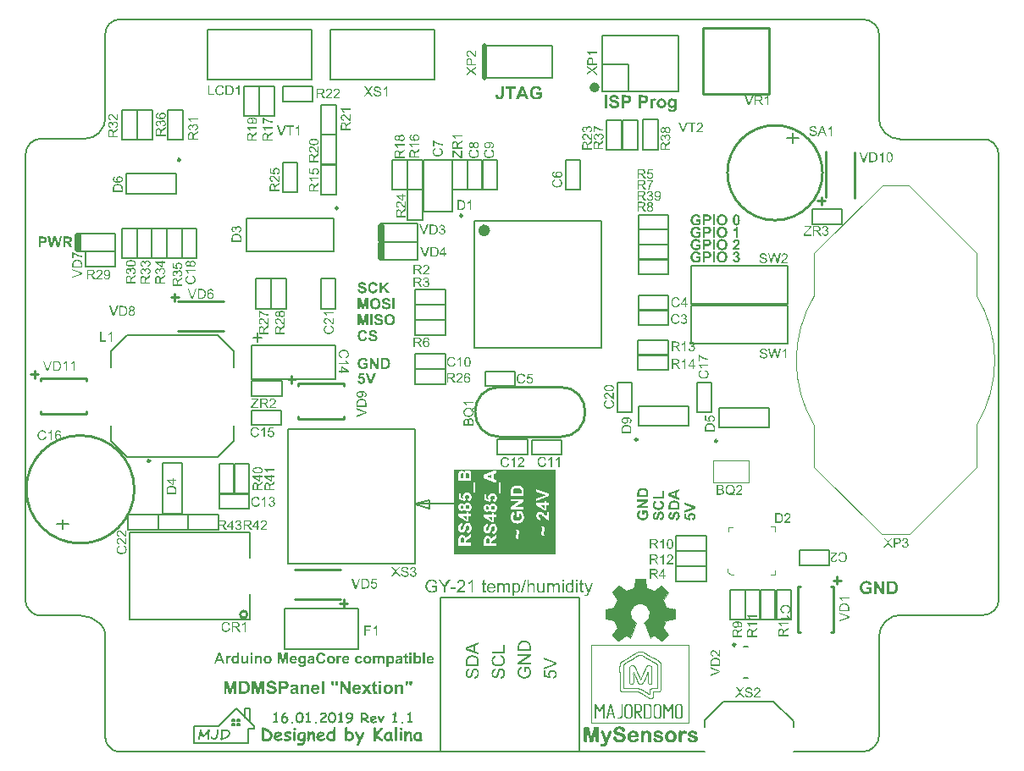
<source format=gto>
G04 Layer_Color=65535*
%FSLAX25Y25*%
%MOIN*%
G70*
G01*
G75*
%ADD10C,0.00787*%
%ADD40C,0.01969*%
%ADD46C,0.01000*%
%ADD68C,0.00984*%
%ADD69C,0.00394*%
%ADD70C,0.02362*%
%ADD71C,0.02756*%
%ADD72C,0.00591*%
G36*
X122900Y174520D02*
X119897D01*
X119903Y174514D01*
X119925Y174486D01*
X119958Y174453D01*
X119997Y174398D01*
X120047Y174337D01*
X120103Y174259D01*
X120164Y174170D01*
X120225Y174070D01*
Y174065D01*
X120230Y174059D01*
X120253Y174026D01*
X120280Y173970D01*
X120314Y173904D01*
X120352Y173826D01*
X120391Y173743D01*
X120430Y173659D01*
X120464Y173576D01*
X120008D01*
Y173582D01*
X119997Y173593D01*
X119992Y173615D01*
X119975Y173643D01*
X119958Y173676D01*
X119936Y173715D01*
X119881Y173809D01*
X119820Y173920D01*
X119742Y174031D01*
X119653Y174148D01*
X119559Y174264D01*
X119553Y174270D01*
X119548Y174276D01*
X119531Y174292D01*
X119515Y174314D01*
X119459Y174364D01*
X119392Y174431D01*
X119315Y174497D01*
X119226Y174570D01*
X119137Y174631D01*
X119043Y174686D01*
Y174991D01*
X122900D01*
Y174520D01*
D02*
G37*
G36*
X232012Y140391D02*
X232046Y140380D01*
X232090Y140363D01*
X232140Y140347D01*
X232201Y140324D01*
X232268Y140297D01*
X232340Y140263D01*
X232495Y140186D01*
X232651Y140086D01*
X232728Y140025D01*
X232806Y139964D01*
X232873Y139897D01*
X232939Y139819D01*
X232945Y139814D01*
X232956Y139803D01*
X232967Y139775D01*
X232989Y139747D01*
X233017Y139703D01*
X233045Y139658D01*
X233072Y139597D01*
X233100Y139536D01*
X233133Y139464D01*
X233161Y139386D01*
X233189Y139303D01*
X233217Y139215D01*
X233239Y139120D01*
X233250Y139020D01*
X233261Y138915D01*
X233267Y138804D01*
Y138798D01*
Y138776D01*
Y138743D01*
X233261Y138698D01*
Y138648D01*
X233256Y138587D01*
X233244Y138521D01*
X233233Y138443D01*
X233206Y138282D01*
X233161Y138116D01*
X233100Y137949D01*
X233061Y137871D01*
X233017Y137794D01*
X233011Y137788D01*
X233006Y137777D01*
X232989Y137755D01*
X232967Y137733D01*
X232945Y137699D01*
X232911Y137660D01*
X232873Y137616D01*
X232828Y137572D01*
X232778Y137527D01*
X232728Y137477D01*
X232601Y137377D01*
X232451Y137283D01*
X232284Y137200D01*
X232279D01*
X232262Y137189D01*
X232234Y137183D01*
X232201Y137167D01*
X232157Y137155D01*
X232101Y137139D01*
X232040Y137117D01*
X231974Y137100D01*
X231901Y137083D01*
X231818Y137061D01*
X231646Y137033D01*
X231452Y137011D01*
X231252Y137000D01*
X231191D01*
X231152Y137005D01*
X231097D01*
X231041Y137011D01*
X230969Y137017D01*
X230897Y137028D01*
X230736Y137056D01*
X230558Y137094D01*
X230381Y137150D01*
X230209Y137227D01*
X230203Y137233D01*
X230186Y137239D01*
X230164Y137250D01*
X230136Y137272D01*
X230098Y137294D01*
X230053Y137322D01*
X229953Y137394D01*
X229842Y137488D01*
X229731Y137599D01*
X229620Y137727D01*
X229526Y137877D01*
X229520Y137882D01*
X229515Y137899D01*
X229504Y137921D01*
X229487Y137949D01*
X229470Y137994D01*
X229454Y138038D01*
X229432Y138093D01*
X229409Y138154D01*
X229387Y138221D01*
X229365Y138293D01*
X229332Y138449D01*
X229304Y138626D01*
X229293Y138809D01*
Y138815D01*
Y138837D01*
Y138865D01*
X229298Y138904D01*
X229304Y138954D01*
X229310Y139015D01*
X229315Y139076D01*
X229332Y139148D01*
X229365Y139298D01*
X229415Y139464D01*
X229448Y139548D01*
X229487Y139625D01*
X229537Y139703D01*
X229587Y139780D01*
X229592Y139786D01*
X229598Y139797D01*
X229615Y139819D01*
X229643Y139847D01*
X229670Y139875D01*
X229709Y139914D01*
X229753Y139953D01*
X229798Y139997D01*
X229853Y140041D01*
X229920Y140086D01*
X229987Y140136D01*
X230059Y140180D01*
X230142Y140219D01*
X230225Y140263D01*
X230314Y140297D01*
X230414Y140330D01*
X230531Y139831D01*
X230525D01*
X230514Y139825D01*
X230492Y139814D01*
X230464Y139803D01*
X230431Y139792D01*
X230386Y139775D01*
X230297Y139731D01*
X230197Y139675D01*
X230098Y139609D01*
X230003Y139525D01*
X229920Y139436D01*
X229909Y139425D01*
X229887Y139392D01*
X229859Y139337D01*
X229820Y139264D01*
X229787Y139170D01*
X229753Y139065D01*
X229731Y138937D01*
X229726Y138798D01*
Y138793D01*
Y138776D01*
Y138754D01*
X229731Y138726D01*
Y138687D01*
X229737Y138643D01*
X229753Y138537D01*
X229776Y138421D01*
X229815Y138299D01*
X229870Y138171D01*
X229942Y138055D01*
Y138049D01*
X229953Y138043D01*
X229981Y138005D01*
X230025Y137955D01*
X230092Y137894D01*
X230175Y137821D01*
X230270Y137755D01*
X230386Y137694D01*
X230514Y137638D01*
X230519D01*
X230531Y137633D01*
X230547Y137627D01*
X230575Y137622D01*
X230608Y137610D01*
X230647Y137599D01*
X230741Y137583D01*
X230852Y137560D01*
X230974Y137538D01*
X231108Y137527D01*
X231252Y137522D01*
X231335D01*
X231374Y137527D01*
X231424D01*
X231480Y137533D01*
X231540Y137538D01*
X231674Y137555D01*
X231818Y137583D01*
X231962Y137616D01*
X232107Y137660D01*
X232112D01*
X232123Y137666D01*
X232140Y137677D01*
X232168Y137688D01*
X232234Y137722D01*
X232312Y137771D01*
X232401Y137832D01*
X232495Y137910D01*
X232578Y137999D01*
X232656Y138104D01*
Y138110D01*
X232662Y138121D01*
X232673Y138138D01*
X232684Y138160D01*
X232695Y138188D01*
X232712Y138221D01*
X232745Y138299D01*
X232778Y138399D01*
X232806Y138510D01*
X232828Y138632D01*
X232834Y138759D01*
Y138765D01*
Y138776D01*
Y138798D01*
X232828Y138831D01*
Y138870D01*
X232823Y138909D01*
X232800Y139009D01*
X232773Y139126D01*
X232728Y139242D01*
X232667Y139364D01*
X232634Y139425D01*
X232590Y139481D01*
X232584Y139486D01*
X232578Y139492D01*
X232562Y139509D01*
X232545Y139531D01*
X232517Y139553D01*
X232484Y139581D01*
X232451Y139614D01*
X232406Y139642D01*
X232356Y139675D01*
X232301Y139714D01*
X232245Y139747D01*
X232179Y139780D01*
X232107Y139808D01*
X232029Y139836D01*
X231946Y139864D01*
X231857Y139886D01*
X231984Y140397D01*
X231990D01*
X232012Y140391D01*
D02*
G37*
G36*
X121712Y169791D02*
X121746Y169780D01*
X121790Y169763D01*
X121840Y169747D01*
X121901Y169725D01*
X121968Y169697D01*
X122040Y169663D01*
X122195Y169586D01*
X122351Y169486D01*
X122428Y169425D01*
X122506Y169364D01*
X122573Y169297D01*
X122639Y169219D01*
X122645Y169214D01*
X122656Y169203D01*
X122667Y169175D01*
X122689Y169147D01*
X122717Y169103D01*
X122745Y169058D01*
X122772Y168997D01*
X122800Y168936D01*
X122833Y168864D01*
X122861Y168787D01*
X122889Y168703D01*
X122917Y168614D01*
X122939Y168520D01*
X122950Y168420D01*
X122961Y168315D01*
X122967Y168204D01*
Y168198D01*
Y168176D01*
Y168143D01*
X122961Y168098D01*
Y168048D01*
X122956Y167987D01*
X122944Y167921D01*
X122933Y167843D01*
X122906Y167682D01*
X122861Y167516D01*
X122800Y167349D01*
X122761Y167271D01*
X122717Y167194D01*
X122711Y167188D01*
X122706Y167177D01*
X122689Y167155D01*
X122667Y167133D01*
X122645Y167099D01*
X122611Y167060D01*
X122573Y167016D01*
X122528Y166972D01*
X122478Y166927D01*
X122428Y166877D01*
X122301Y166777D01*
X122151Y166683D01*
X121984Y166600D01*
X121979D01*
X121962Y166589D01*
X121934Y166583D01*
X121901Y166567D01*
X121857Y166555D01*
X121801Y166539D01*
X121740Y166517D01*
X121674Y166500D01*
X121601Y166483D01*
X121518Y166461D01*
X121346Y166433D01*
X121152Y166411D01*
X120952Y166400D01*
X120891D01*
X120852Y166405D01*
X120797D01*
X120741Y166411D01*
X120669Y166417D01*
X120597Y166428D01*
X120436Y166455D01*
X120258Y166494D01*
X120081Y166550D01*
X119908Y166628D01*
X119903Y166633D01*
X119886Y166639D01*
X119864Y166650D01*
X119836Y166672D01*
X119798Y166694D01*
X119753Y166722D01*
X119653Y166794D01*
X119542Y166888D01*
X119431Y166999D01*
X119320Y167127D01*
X119226Y167277D01*
X119220Y167282D01*
X119215Y167299D01*
X119204Y167321D01*
X119187Y167349D01*
X119170Y167394D01*
X119154Y167438D01*
X119132Y167493D01*
X119109Y167554D01*
X119087Y167621D01*
X119065Y167693D01*
X119032Y167849D01*
X119004Y168026D01*
X118993Y168209D01*
Y168215D01*
Y168237D01*
Y168265D01*
X118998Y168304D01*
X119004Y168354D01*
X119009Y168415D01*
X119015Y168476D01*
X119032Y168548D01*
X119065Y168698D01*
X119115Y168864D01*
X119148Y168948D01*
X119187Y169025D01*
X119237Y169103D01*
X119287Y169181D01*
X119292Y169186D01*
X119298Y169197D01*
X119315Y169219D01*
X119343Y169247D01*
X119370Y169275D01*
X119409Y169314D01*
X119453Y169353D01*
X119498Y169397D01*
X119553Y169441D01*
X119620Y169486D01*
X119687Y169536D01*
X119759Y169580D01*
X119842Y169619D01*
X119925Y169663D01*
X120014Y169697D01*
X120114Y169730D01*
X120230Y169230D01*
X120225D01*
X120214Y169225D01*
X120192Y169214D01*
X120164Y169203D01*
X120131Y169192D01*
X120086Y169175D01*
X119997Y169131D01*
X119897Y169075D01*
X119798Y169009D01*
X119703Y168925D01*
X119620Y168836D01*
X119609Y168825D01*
X119587Y168792D01*
X119559Y168737D01*
X119520Y168664D01*
X119487Y168570D01*
X119453Y168465D01*
X119431Y168337D01*
X119426Y168198D01*
Y168193D01*
Y168176D01*
Y168154D01*
X119431Y168126D01*
Y168087D01*
X119437Y168043D01*
X119453Y167937D01*
X119476Y167821D01*
X119515Y167699D01*
X119570Y167571D01*
X119642Y167455D01*
Y167449D01*
X119653Y167443D01*
X119681Y167404D01*
X119725Y167355D01*
X119792Y167294D01*
X119875Y167221D01*
X119970Y167155D01*
X120086Y167094D01*
X120214Y167038D01*
X120219D01*
X120230Y167033D01*
X120247Y167027D01*
X120275Y167022D01*
X120308Y167010D01*
X120347Y166999D01*
X120441Y166983D01*
X120552Y166961D01*
X120675Y166938D01*
X120808Y166927D01*
X120952Y166922D01*
X121035D01*
X121074Y166927D01*
X121124D01*
X121179Y166933D01*
X121241Y166938D01*
X121374Y166955D01*
X121518Y166983D01*
X121662Y167016D01*
X121807Y167060D01*
X121812D01*
X121823Y167066D01*
X121840Y167077D01*
X121868Y167088D01*
X121934Y167122D01*
X122012Y167172D01*
X122101Y167233D01*
X122195Y167310D01*
X122278Y167399D01*
X122356Y167504D01*
Y167510D01*
X122362Y167521D01*
X122373Y167538D01*
X122384Y167560D01*
X122395Y167588D01*
X122412Y167621D01*
X122445Y167699D01*
X122478Y167799D01*
X122506Y167910D01*
X122528Y168032D01*
X122534Y168159D01*
Y168165D01*
Y168176D01*
Y168198D01*
X122528Y168231D01*
Y168270D01*
X122523Y168309D01*
X122500Y168409D01*
X122473Y168526D01*
X122428Y168642D01*
X122367Y168764D01*
X122334Y168825D01*
X122290Y168881D01*
X122284Y168886D01*
X122278Y168892D01*
X122262Y168909D01*
X122245Y168931D01*
X122217Y168953D01*
X122184Y168981D01*
X122151Y169014D01*
X122106Y169042D01*
X122056Y169075D01*
X122001Y169114D01*
X121945Y169147D01*
X121879Y169181D01*
X121807Y169208D01*
X121729Y169236D01*
X121646Y169264D01*
X121557Y169286D01*
X121685Y169797D01*
X121690D01*
X121712Y169791D01*
D02*
G37*
G36*
X122900Y170163D02*
X122839D01*
X122795Y170168D01*
X122745Y170174D01*
X122689Y170185D01*
X122634Y170196D01*
X122573Y170218D01*
X122567D01*
X122561Y170224D01*
X122528Y170235D01*
X122478Y170257D01*
X122412Y170291D01*
X122334Y170335D01*
X122245Y170390D01*
X122156Y170451D01*
X122062Y170529D01*
X122056D01*
X122051Y170540D01*
X122018Y170568D01*
X121968Y170618D01*
X121896Y170690D01*
X121812Y170773D01*
X121712Y170879D01*
X121601Y171007D01*
X121485Y171145D01*
X121479Y171151D01*
X121463Y171173D01*
X121435Y171206D01*
X121402Y171245D01*
X121357Y171295D01*
X121307Y171356D01*
X121252Y171417D01*
X121191Y171489D01*
X121057Y171628D01*
X120924Y171767D01*
X120858Y171833D01*
X120791Y171895D01*
X120730Y171950D01*
X120669Y171994D01*
X120663D01*
X120658Y172005D01*
X120641Y172017D01*
X120619Y172028D01*
X120558Y172067D01*
X120486Y172111D01*
X120397Y172150D01*
X120303Y172189D01*
X120197Y172211D01*
X120097Y172222D01*
X120086D01*
X120053Y172216D01*
X119997Y172211D01*
X119936Y172194D01*
X119859Y172172D01*
X119781Y172133D01*
X119703Y172083D01*
X119625Y172017D01*
X119614Y172005D01*
X119592Y171978D01*
X119564Y171939D01*
X119526Y171878D01*
X119492Y171800D01*
X119459Y171711D01*
X119437Y171606D01*
X119431Y171489D01*
Y171484D01*
Y171473D01*
Y171456D01*
X119437Y171434D01*
X119442Y171367D01*
X119459Y171290D01*
X119481Y171206D01*
X119520Y171112D01*
X119570Y171023D01*
X119637Y170940D01*
X119648Y170929D01*
X119676Y170907D01*
X119720Y170873D01*
X119786Y170840D01*
X119864Y170801D01*
X119964Y170768D01*
X120075Y170746D01*
X120203Y170735D01*
X120153Y170252D01*
X120147D01*
X120131Y170257D01*
X120103D01*
X120064Y170263D01*
X120020Y170274D01*
X119970Y170285D01*
X119908Y170302D01*
X119848Y170318D01*
X119714Y170363D01*
X119581Y170429D01*
X119515Y170468D01*
X119448Y170518D01*
X119387Y170568D01*
X119331Y170624D01*
X119326Y170629D01*
X119320Y170640D01*
X119304Y170657D01*
X119287Y170685D01*
X119265Y170718D01*
X119243Y170757D01*
X119215Y170801D01*
X119187Y170857D01*
X119159Y170918D01*
X119132Y170984D01*
X119109Y171056D01*
X119087Y171134D01*
X119070Y171217D01*
X119054Y171306D01*
X119048Y171400D01*
X119043Y171501D01*
Y171506D01*
Y171523D01*
Y171556D01*
X119048Y171595D01*
X119054Y171639D01*
X119059Y171695D01*
X119070Y171756D01*
X119082Y171817D01*
X119121Y171961D01*
X119176Y172105D01*
X119209Y172178D01*
X119248Y172250D01*
X119298Y172316D01*
X119353Y172377D01*
X119359Y172383D01*
X119365Y172394D01*
X119387Y172405D01*
X119409Y172427D01*
X119437Y172455D01*
X119476Y172483D01*
X119515Y172511D01*
X119564Y172544D01*
X119670Y172599D01*
X119803Y172655D01*
X119870Y172677D01*
X119947Y172688D01*
X120025Y172699D01*
X120108Y172705D01*
X120147D01*
X120192Y172699D01*
X120253Y172694D01*
X120319Y172683D01*
X120397Y172660D01*
X120480Y172638D01*
X120563Y172605D01*
X120574Y172599D01*
X120602Y172588D01*
X120647Y172566D01*
X120708Y172533D01*
X120774Y172488D01*
X120858Y172433D01*
X120941Y172366D01*
X121035Y172289D01*
X121046Y172277D01*
X121080Y172250D01*
X121107Y172222D01*
X121135Y172194D01*
X121168Y172161D01*
X121213Y172116D01*
X121257Y172072D01*
X121307Y172017D01*
X121363Y171961D01*
X121424Y171895D01*
X121485Y171822D01*
X121557Y171745D01*
X121629Y171656D01*
X121707Y171567D01*
X121712Y171562D01*
X121723Y171550D01*
X121740Y171528D01*
X121762Y171501D01*
X121796Y171467D01*
X121829Y171428D01*
X121901Y171339D01*
X121984Y171245D01*
X122067Y171156D01*
X122140Y171079D01*
X122167Y171045D01*
X122195Y171018D01*
X122201Y171012D01*
X122217Y170995D01*
X122240Y170973D01*
X122273Y170946D01*
X122312Y170918D01*
X122351Y170884D01*
X122445Y170818D01*
Y172710D01*
X122900D01*
Y170163D01*
D02*
G37*
G36*
X248694Y226619D02*
X248688Y226613D01*
X248677Y226602D01*
X248655Y226580D01*
X248633Y226547D01*
X248599Y226508D01*
X248555Y226463D01*
X248511Y226408D01*
X248461Y226341D01*
X248411Y226275D01*
X248350Y226197D01*
X248289Y226108D01*
X248228Y226019D01*
X248161Y225920D01*
X248094Y225814D01*
X248028Y225697D01*
X247961Y225581D01*
X247956Y225575D01*
X247944Y225553D01*
X247928Y225520D01*
X247900Y225470D01*
X247872Y225409D01*
X247839Y225342D01*
X247800Y225265D01*
X247761Y225176D01*
X247717Y225076D01*
X247667Y224976D01*
X247623Y224865D01*
X247578Y224748D01*
X247489Y224510D01*
X247406Y224254D01*
Y224249D01*
X247401Y224232D01*
X247395Y224205D01*
X247384Y224171D01*
X247373Y224127D01*
X247362Y224071D01*
X247345Y224010D01*
X247334Y223944D01*
X247317Y223866D01*
X247301Y223783D01*
X247273Y223605D01*
X247245Y223411D01*
X247229Y223200D01*
X246746D01*
Y223205D01*
Y223222D01*
Y223244D01*
X246751Y223278D01*
Y223322D01*
X246757Y223378D01*
X246762Y223439D01*
X246768Y223505D01*
X246779Y223583D01*
X246790Y223661D01*
X246807Y223755D01*
X246824Y223849D01*
X246840Y223949D01*
X246862Y224060D01*
X246918Y224288D01*
Y224293D01*
X246923Y224316D01*
X246935Y224349D01*
X246951Y224399D01*
X246968Y224454D01*
X246990Y224521D01*
X247012Y224599D01*
X247045Y224682D01*
X247079Y224776D01*
X247112Y224871D01*
X247195Y225081D01*
X247295Y225304D01*
X247406Y225525D01*
X247412Y225531D01*
X247423Y225553D01*
X247440Y225581D01*
X247462Y225625D01*
X247489Y225675D01*
X247528Y225736D01*
X247567Y225803D01*
X247611Y225875D01*
X247717Y226036D01*
X247828Y226203D01*
X247956Y226375D01*
X248089Y226536D01*
X246207D01*
Y226991D01*
X248694D01*
Y226619D01*
D02*
G37*
G36*
X67312Y189391D02*
X67346Y189380D01*
X67390Y189363D01*
X67440Y189347D01*
X67501Y189324D01*
X67568Y189297D01*
X67640Y189263D01*
X67795Y189186D01*
X67950Y189086D01*
X68028Y189025D01*
X68106Y188964D01*
X68173Y188897D01*
X68239Y188819D01*
X68245Y188814D01*
X68256Y188803D01*
X68267Y188775D01*
X68289Y188747D01*
X68317Y188703D01*
X68345Y188658D01*
X68372Y188597D01*
X68400Y188536D01*
X68433Y188464D01*
X68461Y188386D01*
X68489Y188303D01*
X68517Y188215D01*
X68539Y188120D01*
X68550Y188020D01*
X68561Y187915D01*
X68567Y187804D01*
Y187798D01*
Y187776D01*
Y187743D01*
X68561Y187698D01*
Y187648D01*
X68555Y187587D01*
X68544Y187521D01*
X68533Y187443D01*
X68506Y187282D01*
X68461Y187116D01*
X68400Y186949D01*
X68361Y186871D01*
X68317Y186794D01*
X68311Y186788D01*
X68306Y186777D01*
X68289Y186755D01*
X68267Y186733D01*
X68245Y186699D01*
X68211Y186660D01*
X68173Y186616D01*
X68128Y186572D01*
X68078Y186527D01*
X68028Y186477D01*
X67901Y186377D01*
X67751Y186283D01*
X67584Y186200D01*
X67579D01*
X67562Y186189D01*
X67534Y186183D01*
X67501Y186167D01*
X67457Y186155D01*
X67401Y186139D01*
X67340Y186117D01*
X67273Y186100D01*
X67201Y186083D01*
X67118Y186061D01*
X66946Y186033D01*
X66752Y186011D01*
X66552Y186000D01*
X66491D01*
X66452Y186005D01*
X66397D01*
X66341Y186011D01*
X66269Y186017D01*
X66197Y186028D01*
X66036Y186056D01*
X65858Y186094D01*
X65681Y186150D01*
X65509Y186228D01*
X65503Y186233D01*
X65486Y186239D01*
X65464Y186250D01*
X65436Y186272D01*
X65398Y186294D01*
X65353Y186322D01*
X65253Y186394D01*
X65142Y186488D01*
X65031Y186599D01*
X64920Y186727D01*
X64826Y186877D01*
X64820Y186882D01*
X64815Y186899D01*
X64804Y186921D01*
X64787Y186949D01*
X64770Y186994D01*
X64754Y187038D01*
X64732Y187093D01*
X64709Y187154D01*
X64687Y187221D01*
X64665Y187293D01*
X64632Y187449D01*
X64604Y187626D01*
X64593Y187809D01*
Y187815D01*
Y187837D01*
Y187865D01*
X64598Y187904D01*
X64604Y187954D01*
X64609Y188015D01*
X64615Y188076D01*
X64632Y188148D01*
X64665Y188298D01*
X64715Y188464D01*
X64748Y188548D01*
X64787Y188625D01*
X64837Y188703D01*
X64887Y188780D01*
X64893Y188786D01*
X64898Y188797D01*
X64915Y188819D01*
X64942Y188847D01*
X64970Y188875D01*
X65009Y188914D01*
X65053Y188953D01*
X65098Y188997D01*
X65153Y189041D01*
X65220Y189086D01*
X65286Y189136D01*
X65359Y189180D01*
X65442Y189219D01*
X65525Y189263D01*
X65614Y189297D01*
X65714Y189330D01*
X65830Y188830D01*
X65825D01*
X65814Y188825D01*
X65792Y188814D01*
X65764Y188803D01*
X65731Y188792D01*
X65686Y188775D01*
X65597Y188731D01*
X65497Y188675D01*
X65398Y188609D01*
X65303Y188525D01*
X65220Y188436D01*
X65209Y188425D01*
X65187Y188392D01*
X65159Y188337D01*
X65120Y188264D01*
X65087Y188170D01*
X65053Y188065D01*
X65031Y187937D01*
X65026Y187798D01*
Y187793D01*
Y187776D01*
Y187754D01*
X65031Y187726D01*
Y187687D01*
X65037Y187643D01*
X65053Y187537D01*
X65076Y187421D01*
X65114Y187299D01*
X65170Y187171D01*
X65242Y187055D01*
Y187049D01*
X65253Y187043D01*
X65281Y187004D01*
X65325Y186955D01*
X65392Y186894D01*
X65475Y186821D01*
X65570Y186755D01*
X65686Y186694D01*
X65814Y186638D01*
X65819D01*
X65830Y186633D01*
X65847Y186627D01*
X65875Y186622D01*
X65908Y186610D01*
X65947Y186599D01*
X66041Y186583D01*
X66152Y186560D01*
X66274Y186538D01*
X66408Y186527D01*
X66552Y186522D01*
X66635D01*
X66674Y186527D01*
X66724D01*
X66780Y186533D01*
X66840Y186538D01*
X66974Y186555D01*
X67118Y186583D01*
X67262Y186616D01*
X67407Y186660D01*
X67412D01*
X67423Y186666D01*
X67440Y186677D01*
X67468Y186688D01*
X67534Y186722D01*
X67612Y186772D01*
X67701Y186832D01*
X67795Y186910D01*
X67878Y186999D01*
X67956Y187104D01*
Y187110D01*
X67962Y187121D01*
X67973Y187138D01*
X67984Y187160D01*
X67995Y187188D01*
X68012Y187221D01*
X68045Y187299D01*
X68078Y187399D01*
X68106Y187510D01*
X68128Y187632D01*
X68134Y187759D01*
Y187765D01*
Y187776D01*
Y187798D01*
X68128Y187831D01*
Y187870D01*
X68123Y187909D01*
X68100Y188009D01*
X68073Y188126D01*
X68028Y188242D01*
X67967Y188364D01*
X67934Y188425D01*
X67889Y188481D01*
X67884Y188486D01*
X67878Y188492D01*
X67862Y188509D01*
X67845Y188531D01*
X67817Y188553D01*
X67784Y188581D01*
X67751Y188614D01*
X67706Y188642D01*
X67656Y188675D01*
X67601Y188714D01*
X67545Y188747D01*
X67479Y188780D01*
X67407Y188808D01*
X67329Y188836D01*
X67246Y188864D01*
X67157Y188886D01*
X67285Y189397D01*
X67290D01*
X67312Y189391D01*
D02*
G37*
G36*
X233200Y140763D02*
X233139D01*
X233095Y140769D01*
X233045Y140774D01*
X232989Y140785D01*
X232934Y140796D01*
X232873Y140818D01*
X232867D01*
X232861Y140824D01*
X232828Y140835D01*
X232778Y140857D01*
X232712Y140891D01*
X232634Y140935D01*
X232545Y140990D01*
X232456Y141051D01*
X232362Y141129D01*
X232356D01*
X232351Y141140D01*
X232317Y141168D01*
X232268Y141218D01*
X232195Y141290D01*
X232112Y141373D01*
X232012Y141479D01*
X231901Y141606D01*
X231785Y141745D01*
X231779Y141751D01*
X231763Y141773D01*
X231735Y141806D01*
X231701Y141845D01*
X231657Y141895D01*
X231607Y141956D01*
X231552Y142017D01*
X231491Y142089D01*
X231357Y142228D01*
X231224Y142367D01*
X231158Y142433D01*
X231091Y142494D01*
X231030Y142550D01*
X230969Y142594D01*
X230963D01*
X230958Y142605D01*
X230941Y142617D01*
X230919Y142628D01*
X230858Y142667D01*
X230786Y142711D01*
X230697Y142750D01*
X230603Y142789D01*
X230497Y142811D01*
X230397Y142822D01*
X230386D01*
X230353Y142816D01*
X230297Y142811D01*
X230236Y142794D01*
X230159Y142772D01*
X230081Y142733D01*
X230003Y142683D01*
X229925Y142617D01*
X229914Y142605D01*
X229892Y142578D01*
X229864Y142539D01*
X229826Y142478D01*
X229792Y142400D01*
X229759Y142311D01*
X229737Y142206D01*
X229731Y142089D01*
Y142084D01*
Y142073D01*
Y142056D01*
X229737Y142034D01*
X229742Y141967D01*
X229759Y141890D01*
X229781Y141806D01*
X229820Y141712D01*
X229870Y141623D01*
X229937Y141540D01*
X229948Y141529D01*
X229976Y141507D01*
X230020Y141473D01*
X230086Y141440D01*
X230164Y141401D01*
X230264Y141368D01*
X230375Y141346D01*
X230503Y141334D01*
X230453Y140852D01*
X230447D01*
X230431Y140857D01*
X230403D01*
X230364Y140863D01*
X230319Y140874D01*
X230270Y140885D01*
X230209Y140902D01*
X230148Y140918D01*
X230014Y140963D01*
X229881Y141029D01*
X229815Y141068D01*
X229748Y141118D01*
X229687Y141168D01*
X229631Y141224D01*
X229626Y141229D01*
X229620Y141240D01*
X229604Y141257D01*
X229587Y141285D01*
X229565Y141318D01*
X229542Y141357D01*
X229515Y141401D01*
X229487Y141457D01*
X229459Y141518D01*
X229432Y141584D01*
X229409Y141656D01*
X229387Y141734D01*
X229370Y141817D01*
X229354Y141906D01*
X229348Y142000D01*
X229343Y142101D01*
Y142106D01*
Y142123D01*
Y142156D01*
X229348Y142195D01*
X229354Y142239D01*
X229359Y142295D01*
X229370Y142356D01*
X229382Y142417D01*
X229420Y142561D01*
X229476Y142705D01*
X229509Y142778D01*
X229548Y142850D01*
X229598Y142916D01*
X229654Y142977D01*
X229659Y142983D01*
X229665Y142994D01*
X229687Y143005D01*
X229709Y143027D01*
X229737Y143055D01*
X229776Y143083D01*
X229815Y143111D01*
X229864Y143144D01*
X229970Y143199D01*
X230103Y143255D01*
X230170Y143277D01*
X230247Y143288D01*
X230325Y143299D01*
X230408Y143305D01*
X230447D01*
X230492Y143299D01*
X230553Y143294D01*
X230619Y143283D01*
X230697Y143260D01*
X230780Y143238D01*
X230863Y143205D01*
X230874Y143199D01*
X230902Y143188D01*
X230947Y143166D01*
X231008Y143133D01*
X231074Y143088D01*
X231158Y143033D01*
X231241Y142966D01*
X231335Y142889D01*
X231346Y142877D01*
X231380Y142850D01*
X231407Y142822D01*
X231435Y142794D01*
X231468Y142761D01*
X231513Y142717D01*
X231557Y142672D01*
X231607Y142617D01*
X231663Y142561D01*
X231724Y142494D01*
X231785Y142422D01*
X231857Y142345D01*
X231929Y142256D01*
X232007Y142167D01*
X232012Y142162D01*
X232023Y142150D01*
X232040Y142128D01*
X232062Y142101D01*
X232096Y142067D01*
X232129Y142028D01*
X232201Y141939D01*
X232284Y141845D01*
X232367Y141756D01*
X232440Y141679D01*
X232467Y141645D01*
X232495Y141618D01*
X232501Y141612D01*
X232517Y141595D01*
X232540Y141573D01*
X232573Y141545D01*
X232612Y141518D01*
X232651Y141484D01*
X232745Y141418D01*
Y143310D01*
X233200D01*
Y140763D01*
D02*
G37*
G36*
X231480Y146318D02*
X231546D01*
X231618Y146313D01*
X231696Y146307D01*
X231873Y146291D01*
X232057Y146263D01*
X232234Y146230D01*
X232317Y146207D01*
X232401Y146180D01*
X232406D01*
X232417Y146174D01*
X232440Y146163D01*
X232467Y146152D01*
X232506Y146141D01*
X232545Y146119D01*
X232639Y146074D01*
X232739Y146019D01*
X232850Y145947D01*
X232950Y145863D01*
X233045Y145763D01*
Y145758D01*
X233056Y145752D01*
X233067Y145736D01*
X233078Y145713D01*
X233095Y145686D01*
X233117Y145658D01*
X233156Y145575D01*
X233194Y145475D01*
X233233Y145358D01*
X233256Y145220D01*
X233267Y145070D01*
Y145064D01*
Y145047D01*
Y145014D01*
X233261Y144975D01*
X233256Y144931D01*
X233244Y144876D01*
X233233Y144814D01*
X233217Y144748D01*
X233194Y144681D01*
X233172Y144609D01*
X233139Y144537D01*
X233100Y144465D01*
X233056Y144393D01*
X233000Y144320D01*
X232939Y144254D01*
X232873Y144193D01*
X232867Y144187D01*
X232850Y144176D01*
X232823Y144159D01*
X232778Y144132D01*
X232728Y144104D01*
X232662Y144076D01*
X232584Y144037D01*
X232495Y144004D01*
X232395Y143971D01*
X232279Y143938D01*
X232151Y143904D01*
X232007Y143876D01*
X231851Y143849D01*
X231685Y143832D01*
X231502Y143821D01*
X231308Y143815D01*
X231196D01*
X231135Y143821D01*
X231069D01*
X230997Y143826D01*
X230913Y143832D01*
X230741Y143849D01*
X230558Y143876D01*
X230375Y143910D01*
X230292Y143932D01*
X230209Y143954D01*
X230203D01*
X230192Y143960D01*
X230170Y143971D01*
X230142Y143982D01*
X230103Y143993D01*
X230064Y144015D01*
X229970Y144060D01*
X229870Y144115D01*
X229765Y144187D01*
X229659Y144271D01*
X229570Y144370D01*
Y144376D01*
X229559Y144381D01*
X229548Y144398D01*
X229537Y144420D01*
X229515Y144448D01*
X229498Y144481D01*
X229454Y144565D01*
X229415Y144665D01*
X229376Y144781D01*
X229354Y144920D01*
X229343Y145070D01*
Y145075D01*
Y145081D01*
Y145097D01*
Y145120D01*
X229348Y145181D01*
X229359Y145253D01*
X229376Y145336D01*
X229398Y145425D01*
X229426Y145519D01*
X229470Y145608D01*
Y145614D01*
X229476Y145619D01*
X229493Y145647D01*
X229520Y145691D01*
X229559Y145747D01*
X229615Y145808D01*
X229676Y145875D01*
X229748Y145935D01*
X229831Y145997D01*
X229842Y146002D01*
X229870Y146024D01*
X229920Y146046D01*
X229992Y146085D01*
X230075Y146119D01*
X230170Y146163D01*
X230281Y146202D01*
X230403Y146235D01*
X230408D01*
X230419Y146241D01*
X230436Y146246D01*
X230464Y146252D01*
X230497Y146257D01*
X230536Y146263D01*
X230586Y146274D01*
X230641Y146280D01*
X230702Y146291D01*
X230769Y146296D01*
X230847Y146302D01*
X230925Y146313D01*
X231013Y146318D01*
X231102D01*
X231202Y146324D01*
X231418D01*
X231480Y146318D01*
D02*
G37*
G36*
X173176Y219135D02*
X173287Y219129D01*
X173398Y219118D01*
X173509Y219102D01*
X173603Y219085D01*
X173609D01*
X173620Y219080D01*
X173637D01*
X173659Y219068D01*
X173720Y219052D01*
X173798Y219024D01*
X173887Y218985D01*
X173981Y218935D01*
X174075Y218880D01*
X174164Y218808D01*
X174170Y218802D01*
X174175Y218796D01*
X174192Y218780D01*
X174214Y218763D01*
X174270Y218708D01*
X174336Y218630D01*
X174408Y218536D01*
X174486Y218425D01*
X174558Y218297D01*
X174619Y218153D01*
Y218147D01*
X174625Y218136D01*
X174636Y218114D01*
X174641Y218080D01*
X174658Y218042D01*
X174669Y217997D01*
X174680Y217947D01*
X174697Y217886D01*
X174714Y217825D01*
X174725Y217753D01*
X174752Y217598D01*
X174769Y217426D01*
X174775Y217237D01*
Y217231D01*
Y217220D01*
Y217193D01*
Y217165D01*
X174769Y217126D01*
Y217082D01*
X174764Y216976D01*
X174747Y216854D01*
X174730Y216726D01*
X174702Y216593D01*
X174669Y216460D01*
Y216454D01*
X174664Y216443D01*
X174658Y216427D01*
X174653Y216404D01*
X174630Y216343D01*
X174597Y216266D01*
X174564Y216177D01*
X174519Y216088D01*
X174464Y215994D01*
X174408Y215905D01*
X174403Y215894D01*
X174381Y215866D01*
X174347Y215827D01*
X174303Y215777D01*
X174253Y215722D01*
X174192Y215666D01*
X174131Y215605D01*
X174059Y215555D01*
X174048Y215550D01*
X174025Y215533D01*
X173986Y215511D01*
X173931Y215483D01*
X173864Y215450D01*
X173787Y215422D01*
X173698Y215389D01*
X173598Y215361D01*
X173587D01*
X173570Y215355D01*
X173554Y215350D01*
X173498Y215344D01*
X173420Y215333D01*
X173332Y215322D01*
X173226Y215311D01*
X173110Y215305D01*
X172982Y215300D01*
X171600D01*
Y219141D01*
X173076D01*
X173176Y219135D01*
D02*
G37*
G36*
X177056Y215300D02*
X176584D01*
Y218303D01*
X176578Y218297D01*
X176551Y218275D01*
X176517Y218242D01*
X176462Y218203D01*
X176401Y218153D01*
X176323Y218097D01*
X176234Y218036D01*
X176134Y217975D01*
X176129D01*
X176123Y217969D01*
X176090Y217947D01*
X176034Y217920D01*
X175968Y217886D01*
X175890Y217847D01*
X175807Y217809D01*
X175724Y217770D01*
X175640Y217737D01*
Y218192D01*
X175646D01*
X175657Y218203D01*
X175679Y218208D01*
X175707Y218225D01*
X175740Y218242D01*
X175779Y218264D01*
X175873Y218319D01*
X175985Y218380D01*
X176095Y218458D01*
X176212Y218547D01*
X176329Y218641D01*
X176334Y218647D01*
X176340Y218652D01*
X176356Y218669D01*
X176379Y218686D01*
X176428Y218741D01*
X176495Y218808D01*
X176562Y218885D01*
X176634Y218974D01*
X176695Y219063D01*
X176750Y219157D01*
X177056D01*
Y215300D01*
D02*
G37*
G36*
X301645Y95852D02*
X301689Y95846D01*
X301745Y95841D01*
X301806Y95829D01*
X301867Y95818D01*
X302011Y95780D01*
X302155Y95724D01*
X302228Y95691D01*
X302300Y95652D01*
X302366Y95602D01*
X302428Y95547D01*
X302433Y95541D01*
X302444Y95535D01*
X302455Y95513D01*
X302477Y95491D01*
X302505Y95463D01*
X302533Y95424D01*
X302561Y95385D01*
X302594Y95336D01*
X302649Y95230D01*
X302705Y95097D01*
X302727Y95030D01*
X302738Y94953D01*
X302749Y94875D01*
X302755Y94792D01*
Y94781D01*
Y94753D01*
X302749Y94708D01*
X302744Y94647D01*
X302733Y94581D01*
X302711Y94503D01*
X302688Y94420D01*
X302655Y94336D01*
X302649Y94326D01*
X302638Y94298D01*
X302616Y94253D01*
X302583Y94192D01*
X302538Y94126D01*
X302483Y94042D01*
X302416Y93959D01*
X302339Y93865D01*
X302328Y93854D01*
X302300Y93820D01*
X302272Y93793D01*
X302244Y93765D01*
X302211Y93732D01*
X302167Y93687D01*
X302122Y93643D01*
X302067Y93593D01*
X302011Y93537D01*
X301945Y93476D01*
X301872Y93415D01*
X301795Y93343D01*
X301706Y93271D01*
X301617Y93193D01*
X301612Y93188D01*
X301601Y93177D01*
X301578Y93160D01*
X301551Y93138D01*
X301517Y93104D01*
X301479Y93071D01*
X301390Y92999D01*
X301295Y92916D01*
X301206Y92832D01*
X301129Y92760D01*
X301096Y92733D01*
X301068Y92705D01*
X301062Y92699D01*
X301046Y92683D01*
X301023Y92660D01*
X300996Y92627D01*
X300968Y92588D01*
X300935Y92550D01*
X300868Y92455D01*
X302761D01*
Y92000D01*
X300213D01*
Y92006D01*
Y92028D01*
Y92061D01*
X300219Y92105D01*
X300224Y92155D01*
X300235Y92211D01*
X300246Y92266D01*
X300269Y92327D01*
Y92333D01*
X300274Y92339D01*
X300285Y92372D01*
X300307Y92422D01*
X300341Y92488D01*
X300385Y92566D01*
X300441Y92655D01*
X300502Y92744D01*
X300579Y92838D01*
Y92844D01*
X300590Y92849D01*
X300618Y92882D01*
X300668Y92932D01*
X300740Y93005D01*
X300823Y93088D01*
X300929Y93188D01*
X301057Y93299D01*
X301195Y93415D01*
X301201Y93421D01*
X301223Y93437D01*
X301256Y93465D01*
X301295Y93498D01*
X301345Y93543D01*
X301406Y93593D01*
X301467Y93648D01*
X301539Y93709D01*
X301678Y93843D01*
X301817Y93976D01*
X301884Y94042D01*
X301945Y94109D01*
X302000Y94170D01*
X302045Y94231D01*
Y94237D01*
X302056Y94242D01*
X302067Y94259D01*
X302078Y94281D01*
X302117Y94342D01*
X302161Y94414D01*
X302200Y94503D01*
X302239Y94597D01*
X302261Y94703D01*
X302272Y94803D01*
Y94808D01*
Y94814D01*
X302267Y94847D01*
X302261Y94903D01*
X302244Y94964D01*
X302222Y95041D01*
X302183Y95119D01*
X302133Y95197D01*
X302067Y95275D01*
X302056Y95286D01*
X302028Y95308D01*
X301989Y95336D01*
X301928Y95374D01*
X301850Y95408D01*
X301762Y95441D01*
X301656Y95463D01*
X301539Y95469D01*
X301506D01*
X301484Y95463D01*
X301417Y95458D01*
X301340Y95441D01*
X301256Y95419D01*
X301162Y95380D01*
X301073Y95330D01*
X300990Y95263D01*
X300979Y95252D01*
X300957Y95224D01*
X300923Y95180D01*
X300890Y95113D01*
X300851Y95036D01*
X300818Y94936D01*
X300796Y94825D01*
X300785Y94697D01*
X300302Y94747D01*
Y94753D01*
X300307Y94769D01*
Y94797D01*
X300313Y94836D01*
X300324Y94880D01*
X300335Y94930D01*
X300352Y94991D01*
X300368Y95052D01*
X300413Y95186D01*
X300479Y95319D01*
X300518Y95385D01*
X300568Y95452D01*
X300618Y95513D01*
X300674Y95569D01*
X300679Y95574D01*
X300690Y95580D01*
X300707Y95596D01*
X300735Y95613D01*
X300768Y95635D01*
X300807Y95657D01*
X300851Y95685D01*
X300907Y95713D01*
X300968Y95741D01*
X301034Y95768D01*
X301107Y95791D01*
X301184Y95813D01*
X301268Y95829D01*
X301356Y95846D01*
X301451Y95852D01*
X301551Y95857D01*
X301606D01*
X301645Y95852D01*
D02*
G37*
G36*
X248538Y230841D02*
X247001D01*
X246796Y229803D01*
X246801Y229809D01*
X246812Y229814D01*
X246829Y229825D01*
X246857Y229842D01*
X246890Y229859D01*
X246929Y229881D01*
X247018Y229925D01*
X247129Y229970D01*
X247251Y230009D01*
X247384Y230036D01*
X247451Y230047D01*
X247573D01*
X247606Y230042D01*
X247650Y230036D01*
X247700Y230031D01*
X247756Y230020D01*
X247817Y230003D01*
X247950Y229964D01*
X248022Y229937D01*
X248094Y229898D01*
X248167Y229859D01*
X248239Y229814D01*
X248305Y229759D01*
X248372Y229698D01*
X248377Y229692D01*
X248389Y229681D01*
X248405Y229664D01*
X248427Y229637D01*
X248455Y229598D01*
X248483Y229559D01*
X248516Y229509D01*
X248550Y229454D01*
X248577Y229393D01*
X248611Y229326D01*
X248638Y229248D01*
X248666Y229171D01*
X248688Y229087D01*
X248705Y228993D01*
X248716Y228899D01*
X248722Y228799D01*
Y228793D01*
Y228777D01*
Y228749D01*
X248716Y228710D01*
X248710Y228665D01*
X248705Y228615D01*
X248694Y228555D01*
X248683Y228493D01*
X248649Y228349D01*
X248594Y228199D01*
X248561Y228122D01*
X248516Y228049D01*
X248472Y227972D01*
X248416Y227900D01*
X248411Y227894D01*
X248400Y227877D01*
X248377Y227855D01*
X248350Y227827D01*
X248311Y227794D01*
X248266Y227750D01*
X248211Y227711D01*
X248150Y227666D01*
X248083Y227622D01*
X248006Y227583D01*
X247922Y227544D01*
X247834Y227505D01*
X247739Y227478D01*
X247634Y227456D01*
X247523Y227439D01*
X247406Y227433D01*
X247356D01*
X247317Y227439D01*
X247273Y227445D01*
X247223Y227450D01*
X247162Y227456D01*
X247101Y227472D01*
X246962Y227505D01*
X246824Y227555D01*
X246751Y227589D01*
X246679Y227628D01*
X246613Y227672D01*
X246546Y227722D01*
X246540Y227728D01*
X246529Y227733D01*
X246518Y227755D01*
X246496Y227778D01*
X246468Y227805D01*
X246441Y227838D01*
X246407Y227883D01*
X246379Y227933D01*
X246346Y227983D01*
X246313Y228044D01*
X246252Y228177D01*
X246202Y228332D01*
X246185Y228416D01*
X246174Y228505D01*
X246668Y228543D01*
Y228538D01*
Y228527D01*
X246674Y228510D01*
X246679Y228482D01*
X246696Y228421D01*
X246718Y228338D01*
X246751Y228255D01*
X246796Y228160D01*
X246851Y228077D01*
X246918Y227999D01*
X246929Y227994D01*
X246951Y227972D01*
X246995Y227944D01*
X247057Y227911D01*
X247123Y227877D01*
X247206Y227850D01*
X247301Y227827D01*
X247406Y227822D01*
X247440D01*
X247462Y227827D01*
X247528Y227833D01*
X247606Y227855D01*
X247700Y227883D01*
X247795Y227927D01*
X247895Y227994D01*
X247939Y228033D01*
X247983Y228077D01*
X247989Y228083D01*
X247994Y228088D01*
X248006Y228105D01*
X248022Y228122D01*
X248061Y228183D01*
X248106Y228260D01*
X248144Y228355D01*
X248183Y228471D01*
X248211Y228610D01*
X248222Y228682D01*
Y228760D01*
Y228765D01*
Y228777D01*
Y228799D01*
X248217Y228826D01*
Y228860D01*
X248211Y228899D01*
X248194Y228987D01*
X248167Y229093D01*
X248128Y229198D01*
X248072Y229298D01*
X247994Y229393D01*
Y229398D01*
X247983Y229404D01*
X247956Y229431D01*
X247906Y229470D01*
X247839Y229515D01*
X247750Y229554D01*
X247650Y229592D01*
X247534Y229620D01*
X247467Y229631D01*
X247362D01*
X247317Y229626D01*
X247262Y229620D01*
X247195Y229604D01*
X247129Y229587D01*
X247057Y229559D01*
X246984Y229526D01*
X246979Y229520D01*
X246957Y229509D01*
X246923Y229481D01*
X246879Y229454D01*
X246834Y229415D01*
X246790Y229365D01*
X246740Y229315D01*
X246701Y229254D01*
X246257Y229315D01*
X246629Y231291D01*
X248538D01*
Y230841D01*
D02*
G37*
G36*
X88279Y49100D02*
X87808D01*
Y52103D01*
X87802Y52097D01*
X87774Y52075D01*
X87741Y52042D01*
X87686Y52003D01*
X87625Y51953D01*
X87547Y51897D01*
X87458Y51836D01*
X87358Y51775D01*
X87353D01*
X87347Y51770D01*
X87314Y51747D01*
X87258Y51720D01*
X87192Y51686D01*
X87114Y51648D01*
X87031Y51609D01*
X86947Y51570D01*
X86864Y51537D01*
Y51991D01*
X86870D01*
X86881Y52003D01*
X86903Y52008D01*
X86931Y52025D01*
X86964Y52042D01*
X87003Y52064D01*
X87097Y52119D01*
X87208Y52180D01*
X87319Y52258D01*
X87436Y52347D01*
X87552Y52441D01*
X87558Y52447D01*
X87564Y52452D01*
X87580Y52469D01*
X87602Y52486D01*
X87652Y52541D01*
X87719Y52608D01*
X87786Y52685D01*
X87858Y52774D01*
X87919Y52863D01*
X87974Y52957D01*
X88279D01*
Y49100D01*
D02*
G37*
G36*
X80704Y53002D02*
X80754Y52996D01*
X80815Y52991D01*
X80876Y52985D01*
X80948Y52968D01*
X81098Y52935D01*
X81264Y52885D01*
X81348Y52852D01*
X81425Y52813D01*
X81503Y52763D01*
X81581Y52713D01*
X81586Y52707D01*
X81597Y52702D01*
X81619Y52685D01*
X81647Y52658D01*
X81675Y52630D01*
X81714Y52591D01*
X81753Y52547D01*
X81797Y52502D01*
X81841Y52447D01*
X81886Y52380D01*
X81936Y52314D01*
X81980Y52241D01*
X82019Y52158D01*
X82063Y52075D01*
X82097Y51986D01*
X82130Y51886D01*
X81630Y51770D01*
Y51775D01*
X81625Y51786D01*
X81614Y51808D01*
X81603Y51836D01*
X81592Y51869D01*
X81575Y51914D01*
X81531Y52003D01*
X81475Y52103D01*
X81409Y52202D01*
X81325Y52297D01*
X81236Y52380D01*
X81225Y52391D01*
X81192Y52413D01*
X81137Y52441D01*
X81064Y52480D01*
X80970Y52513D01*
X80865Y52547D01*
X80737Y52569D01*
X80598Y52574D01*
X80554D01*
X80526Y52569D01*
X80487D01*
X80443Y52563D01*
X80337Y52547D01*
X80221Y52524D01*
X80099Y52486D01*
X79971Y52430D01*
X79855Y52358D01*
X79849D01*
X79843Y52347D01*
X79804Y52319D01*
X79755Y52275D01*
X79694Y52208D01*
X79621Y52125D01*
X79555Y52030D01*
X79494Y51914D01*
X79438Y51786D01*
Y51781D01*
X79433Y51770D01*
X79427Y51753D01*
X79422Y51725D01*
X79410Y51692D01*
X79399Y51653D01*
X79383Y51559D01*
X79361Y51448D01*
X79338Y51326D01*
X79327Y51192D01*
X79322Y51048D01*
Y51042D01*
Y51026D01*
Y50998D01*
Y50965D01*
X79327Y50926D01*
Y50876D01*
X79333Y50820D01*
X79338Y50759D01*
X79355Y50626D01*
X79383Y50482D01*
X79416Y50338D01*
X79461Y50193D01*
Y50188D01*
X79466Y50177D01*
X79477Y50160D01*
X79488Y50132D01*
X79522Y50066D01*
X79571Y49988D01*
X79633Y49899D01*
X79710Y49805D01*
X79799Y49722D01*
X79904Y49644D01*
X79910D01*
X79921Y49638D01*
X79938Y49627D01*
X79960Y49616D01*
X79988Y49605D01*
X80021Y49588D01*
X80099Y49555D01*
X80199Y49522D01*
X80310Y49494D01*
X80432Y49472D01*
X80559Y49466D01*
X80598D01*
X80632Y49472D01*
X80670D01*
X80709Y49477D01*
X80809Y49500D01*
X80926Y49527D01*
X81042Y49572D01*
X81164Y49633D01*
X81225Y49666D01*
X81281Y49711D01*
X81286Y49716D01*
X81292Y49722D01*
X81309Y49738D01*
X81331Y49755D01*
X81353Y49783D01*
X81381Y49816D01*
X81414Y49849D01*
X81442Y49894D01*
X81475Y49944D01*
X81514Y49999D01*
X81547Y50055D01*
X81581Y50121D01*
X81608Y50193D01*
X81636Y50271D01*
X81664Y50354D01*
X81686Y50443D01*
X82197Y50315D01*
Y50310D01*
X82191Y50288D01*
X82180Y50254D01*
X82163Y50210D01*
X82147Y50160D01*
X82125Y50099D01*
X82097Y50032D01*
X82063Y49960D01*
X81986Y49805D01*
X81886Y49650D01*
X81825Y49572D01*
X81764Y49494D01*
X81697Y49427D01*
X81619Y49361D01*
X81614Y49355D01*
X81603Y49344D01*
X81575Y49333D01*
X81547Y49311D01*
X81503Y49283D01*
X81458Y49255D01*
X81397Y49228D01*
X81336Y49200D01*
X81264Y49167D01*
X81186Y49139D01*
X81103Y49111D01*
X81014Y49083D01*
X80920Y49061D01*
X80820Y49050D01*
X80715Y49039D01*
X80604Y49033D01*
X80543D01*
X80498Y49039D01*
X80448D01*
X80387Y49044D01*
X80321Y49056D01*
X80243Y49067D01*
X80082Y49095D01*
X79915Y49139D01*
X79749Y49200D01*
X79671Y49239D01*
X79594Y49283D01*
X79588Y49289D01*
X79577Y49294D01*
X79555Y49311D01*
X79533Y49333D01*
X79499Y49355D01*
X79461Y49389D01*
X79416Y49427D01*
X79372Y49472D01*
X79327Y49522D01*
X79277Y49572D01*
X79177Y49699D01*
X79083Y49849D01*
X79000Y50016D01*
Y50021D01*
X78989Y50038D01*
X78983Y50066D01*
X78966Y50099D01*
X78955Y50143D01*
X78939Y50199D01*
X78917Y50260D01*
X78900Y50327D01*
X78883Y50399D01*
X78861Y50482D01*
X78833Y50654D01*
X78811Y50848D01*
X78800Y51048D01*
Y51054D01*
Y51076D01*
Y51109D01*
X78806Y51148D01*
Y51203D01*
X78811Y51259D01*
X78817Y51331D01*
X78828Y51403D01*
X78856Y51564D01*
X78894Y51742D01*
X78950Y51919D01*
X79027Y52091D01*
X79033Y52097D01*
X79039Y52114D01*
X79050Y52136D01*
X79072Y52164D01*
X79094Y52202D01*
X79122Y52247D01*
X79194Y52347D01*
X79288Y52458D01*
X79399Y52569D01*
X79527Y52680D01*
X79677Y52774D01*
X79682Y52780D01*
X79699Y52785D01*
X79721Y52796D01*
X79749Y52813D01*
X79793Y52830D01*
X79838Y52846D01*
X79893Y52868D01*
X79954Y52891D01*
X80021Y52913D01*
X80093Y52935D01*
X80249Y52968D01*
X80426Y52996D01*
X80609Y53007D01*
X80665D01*
X80704Y53002D01*
D02*
G37*
G36*
X244326Y231335D02*
X244376D01*
X244493Y231329D01*
X244615Y231313D01*
X244748Y231296D01*
X244870Y231268D01*
X244931Y231252D01*
X244981Y231235D01*
X244986D01*
X244992Y231230D01*
X245025Y231213D01*
X245075Y231191D01*
X245136Y231152D01*
X245203Y231102D01*
X245275Y231035D01*
X245342Y230958D01*
X245408Y230869D01*
Y230863D01*
X245414Y230858D01*
X245436Y230824D01*
X245458Y230769D01*
X245491Y230697D01*
X245519Y230613D01*
X245547Y230514D01*
X245564Y230408D01*
X245569Y230292D01*
Y230286D01*
Y230275D01*
Y230253D01*
X245564Y230225D01*
Y230186D01*
X245558Y230147D01*
X245536Y230053D01*
X245503Y229942D01*
X245458Y229825D01*
X245392Y229709D01*
X245347Y229653D01*
X245303Y229598D01*
X245297Y229592D01*
X245292Y229587D01*
X245275Y229570D01*
X245253Y229554D01*
X245225Y229531D01*
X245192Y229509D01*
X245147Y229481D01*
X245103Y229448D01*
X245047Y229420D01*
X244986Y229393D01*
X244920Y229359D01*
X244848Y229331D01*
X244764Y229309D01*
X244681Y229282D01*
X244587Y229265D01*
X244487Y229248D01*
X244498Y229243D01*
X244520Y229232D01*
X244553Y229209D01*
X244598Y229187D01*
X244698Y229126D01*
X244748Y229087D01*
X244792Y229054D01*
X244803Y229043D01*
X244831Y229015D01*
X244875Y228971D01*
X244931Y228915D01*
X244992Y228838D01*
X245064Y228754D01*
X245136Y228654D01*
X245214Y228543D01*
X245874Y227500D01*
X245242D01*
X244737Y228299D01*
Y228305D01*
X244726Y228316D01*
X244714Y228332D01*
X244698Y228355D01*
X244659Y228416D01*
X244609Y228493D01*
X244548Y228577D01*
X244487Y228665D01*
X244426Y228749D01*
X244370Y228826D01*
X244365Y228832D01*
X244348Y228854D01*
X244320Y228888D01*
X244282Y228926D01*
X244198Y229010D01*
X244154Y229048D01*
X244110Y229082D01*
X244104Y229087D01*
X244093Y229093D01*
X244071Y229104D01*
X244037Y229121D01*
X244004Y229137D01*
X243965Y229154D01*
X243876Y229182D01*
X243871D01*
X243860Y229187D01*
X243838D01*
X243810Y229193D01*
X243771Y229198D01*
X243726D01*
X243666Y229204D01*
X243011D01*
Y227500D01*
X242500D01*
Y231341D01*
X244282D01*
X244326Y231335D01*
D02*
G37*
G36*
X84655Y52935D02*
X84705D01*
X84822Y52930D01*
X84944Y52913D01*
X85077Y52896D01*
X85199Y52868D01*
X85260Y52852D01*
X85310Y52835D01*
X85316D01*
X85321Y52830D01*
X85355Y52813D01*
X85404Y52791D01*
X85466Y52752D01*
X85532Y52702D01*
X85604Y52635D01*
X85671Y52558D01*
X85738Y52469D01*
Y52463D01*
X85743Y52458D01*
X85765Y52425D01*
X85787Y52369D01*
X85821Y52297D01*
X85848Y52214D01*
X85876Y52114D01*
X85893Y52008D01*
X85899Y51892D01*
Y51886D01*
Y51875D01*
Y51853D01*
X85893Y51825D01*
Y51786D01*
X85887Y51747D01*
X85865Y51653D01*
X85832Y51542D01*
X85787Y51425D01*
X85721Y51309D01*
X85676Y51253D01*
X85632Y51198D01*
X85627Y51192D01*
X85621Y51187D01*
X85604Y51170D01*
X85582Y51153D01*
X85554Y51131D01*
X85521Y51109D01*
X85477Y51081D01*
X85432Y51048D01*
X85377Y51020D01*
X85316Y50993D01*
X85249Y50959D01*
X85177Y50932D01*
X85094Y50909D01*
X85010Y50881D01*
X84916Y50865D01*
X84816Y50848D01*
X84827Y50843D01*
X84850Y50832D01*
X84883Y50809D01*
X84927Y50787D01*
X85027Y50726D01*
X85077Y50687D01*
X85122Y50654D01*
X85133Y50643D01*
X85160Y50615D01*
X85205Y50571D01*
X85260Y50515D01*
X85321Y50437D01*
X85393Y50354D01*
X85466Y50254D01*
X85543Y50143D01*
X86204Y49100D01*
X85571D01*
X85066Y49899D01*
Y49905D01*
X85055Y49916D01*
X85044Y49933D01*
X85027Y49955D01*
X84988Y50016D01*
X84938Y50094D01*
X84877Y50177D01*
X84816Y50266D01*
X84755Y50349D01*
X84700Y50426D01*
X84694Y50432D01*
X84677Y50454D01*
X84650Y50488D01*
X84611Y50526D01*
X84528Y50610D01*
X84483Y50648D01*
X84439Y50682D01*
X84433Y50687D01*
X84422Y50693D01*
X84400Y50704D01*
X84367Y50721D01*
X84333Y50737D01*
X84294Y50754D01*
X84206Y50782D01*
X84200D01*
X84189Y50787D01*
X84167D01*
X84139Y50793D01*
X84100Y50798D01*
X84056D01*
X83995Y50804D01*
X83340D01*
Y49100D01*
X82829D01*
Y52941D01*
X84611D01*
X84655Y52935D01*
D02*
G37*
G36*
X95806Y125800D02*
X95334D01*
Y128803D01*
X95328Y128797D01*
X95301Y128775D01*
X95267Y128742D01*
X95212Y128703D01*
X95151Y128653D01*
X95073Y128597D01*
X94984Y128536D01*
X94884Y128475D01*
X94879D01*
X94873Y128470D01*
X94840Y128447D01*
X94784Y128420D01*
X94718Y128386D01*
X94640Y128348D01*
X94557Y128309D01*
X94473Y128270D01*
X94390Y128236D01*
Y128692D01*
X94396D01*
X94407Y128703D01*
X94429Y128708D01*
X94457Y128725D01*
X94490Y128742D01*
X94529Y128764D01*
X94623Y128819D01*
X94734Y128880D01*
X94845Y128958D01*
X94962Y129047D01*
X95078Y129141D01*
X95084Y129147D01*
X95090Y129152D01*
X95106Y129169D01*
X95128Y129185D01*
X95178Y129241D01*
X95245Y129308D01*
X95312Y129385D01*
X95384Y129474D01*
X95445Y129563D01*
X95500Y129657D01*
X95806D01*
Y125800D01*
D02*
G37*
G36*
X99380Y129141D02*
X97842D01*
X97637Y128103D01*
X97643Y128109D01*
X97654Y128114D01*
X97670Y128126D01*
X97698Y128142D01*
X97731Y128159D01*
X97770Y128181D01*
X97859Y128225D01*
X97970Y128270D01*
X98092Y128309D01*
X98225Y128336D01*
X98292Y128348D01*
X98414D01*
X98447Y128342D01*
X98492Y128336D01*
X98542Y128331D01*
X98597Y128320D01*
X98658Y128303D01*
X98791Y128264D01*
X98864Y128236D01*
X98936Y128198D01*
X99008Y128159D01*
X99080Y128114D01*
X99147Y128059D01*
X99213Y127998D01*
X99219Y127992D01*
X99230Y127981D01*
X99247Y127964D01*
X99269Y127937D01*
X99296Y127898D01*
X99324Y127859D01*
X99357Y127809D01*
X99391Y127754D01*
X99419Y127693D01*
X99452Y127626D01*
X99480Y127548D01*
X99507Y127471D01*
X99530Y127387D01*
X99546Y127293D01*
X99557Y127199D01*
X99563Y127099D01*
Y127093D01*
Y127076D01*
Y127049D01*
X99557Y127010D01*
X99552Y126965D01*
X99546Y126916D01*
X99535Y126855D01*
X99524Y126794D01*
X99491Y126649D01*
X99435Y126499D01*
X99402Y126422D01*
X99357Y126349D01*
X99313Y126272D01*
X99258Y126200D01*
X99252Y126194D01*
X99241Y126177D01*
X99219Y126155D01*
X99191Y126127D01*
X99152Y126094D01*
X99108Y126050D01*
X99052Y126011D01*
X98991Y125967D01*
X98925Y125922D01*
X98847Y125883D01*
X98764Y125844D01*
X98675Y125805D01*
X98580Y125778D01*
X98475Y125756D01*
X98364Y125739D01*
X98247Y125733D01*
X98198D01*
X98159Y125739D01*
X98114Y125744D01*
X98064Y125750D01*
X98003Y125756D01*
X97942Y125772D01*
X97803Y125805D01*
X97665Y125856D01*
X97593Y125889D01*
X97521Y125928D01*
X97454Y125972D01*
X97387Y126022D01*
X97382Y126028D01*
X97371Y126033D01*
X97360Y126055D01*
X97337Y126077D01*
X97310Y126105D01*
X97282Y126139D01*
X97249Y126183D01*
X97221Y126233D01*
X97188Y126283D01*
X97154Y126344D01*
X97093Y126477D01*
X97043Y126632D01*
X97026Y126716D01*
X97015Y126804D01*
X97509Y126843D01*
Y126838D01*
Y126827D01*
X97515Y126810D01*
X97521Y126782D01*
X97537Y126721D01*
X97559Y126638D01*
X97593Y126555D01*
X97637Y126460D01*
X97693Y126377D01*
X97759Y126300D01*
X97770Y126294D01*
X97792Y126272D01*
X97837Y126244D01*
X97898Y126211D01*
X97965Y126177D01*
X98048Y126150D01*
X98142Y126127D01*
X98247Y126122D01*
X98281D01*
X98303Y126127D01*
X98370Y126133D01*
X98447Y126155D01*
X98542Y126183D01*
X98636Y126227D01*
X98736Y126294D01*
X98780Y126333D01*
X98825Y126377D01*
X98830Y126383D01*
X98836Y126388D01*
X98847Y126405D01*
X98864Y126422D01*
X98902Y126483D01*
X98947Y126560D01*
X98986Y126655D01*
X99024Y126771D01*
X99052Y126910D01*
X99063Y126982D01*
Y127060D01*
Y127065D01*
Y127076D01*
Y127099D01*
X99058Y127126D01*
Y127160D01*
X99052Y127199D01*
X99036Y127287D01*
X99008Y127393D01*
X98969Y127498D01*
X98914Y127598D01*
X98836Y127693D01*
Y127698D01*
X98825Y127704D01*
X98797Y127731D01*
X98747Y127770D01*
X98680Y127815D01*
X98592Y127854D01*
X98492Y127892D01*
X98375Y127920D01*
X98309Y127931D01*
X98203D01*
X98159Y127926D01*
X98103Y127920D01*
X98037Y127903D01*
X97970Y127887D01*
X97898Y127859D01*
X97826Y127826D01*
X97820Y127820D01*
X97798Y127809D01*
X97765Y127781D01*
X97720Y127754D01*
X97676Y127715D01*
X97632Y127665D01*
X97581Y127615D01*
X97543Y127554D01*
X97099Y127615D01*
X97470Y129591D01*
X99380D01*
Y129141D01*
D02*
G37*
G36*
X8304Y128502D02*
X8354Y128496D01*
X8415Y128491D01*
X8476Y128485D01*
X8548Y128468D01*
X8698Y128435D01*
X8864Y128385D01*
X8947Y128352D01*
X9025Y128313D01*
X9103Y128263D01*
X9181Y128213D01*
X9186Y128208D01*
X9197Y128202D01*
X9219Y128185D01*
X9247Y128157D01*
X9275Y128130D01*
X9314Y128091D01*
X9353Y128047D01*
X9397Y128002D01*
X9441Y127947D01*
X9486Y127880D01*
X9536Y127813D01*
X9580Y127741D01*
X9619Y127658D01*
X9663Y127575D01*
X9697Y127486D01*
X9730Y127386D01*
X9230Y127270D01*
Y127275D01*
X9225Y127286D01*
X9214Y127308D01*
X9203Y127336D01*
X9192Y127369D01*
X9175Y127414D01*
X9131Y127503D01*
X9075Y127603D01*
X9008Y127702D01*
X8925Y127797D01*
X8837Y127880D01*
X8825Y127891D01*
X8792Y127913D01*
X8737Y127941D01*
X8664Y127980D01*
X8570Y128013D01*
X8465Y128047D01*
X8337Y128069D01*
X8198Y128074D01*
X8154D01*
X8126Y128069D01*
X8087D01*
X8043Y128063D01*
X7937Y128047D01*
X7821Y128024D01*
X7699Y127986D01*
X7571Y127930D01*
X7455Y127858D01*
X7449D01*
X7443Y127847D01*
X7405Y127819D01*
X7355Y127775D01*
X7294Y127708D01*
X7221Y127625D01*
X7155Y127530D01*
X7094Y127414D01*
X7038Y127286D01*
Y127281D01*
X7033Y127270D01*
X7027Y127253D01*
X7022Y127225D01*
X7011Y127192D01*
X6999Y127153D01*
X6983Y127059D01*
X6961Y126948D01*
X6938Y126825D01*
X6927Y126692D01*
X6922Y126548D01*
Y126542D01*
Y126526D01*
Y126498D01*
Y126465D01*
X6927Y126426D01*
Y126376D01*
X6933Y126321D01*
X6938Y126259D01*
X6955Y126126D01*
X6983Y125982D01*
X7016Y125838D01*
X7061Y125693D01*
Y125688D01*
X7066Y125677D01*
X7077Y125660D01*
X7088Y125632D01*
X7121Y125566D01*
X7171Y125488D01*
X7232Y125399D01*
X7310Y125305D01*
X7399Y125222D01*
X7504Y125144D01*
X7510D01*
X7521Y125138D01*
X7538Y125127D01*
X7560Y125116D01*
X7588Y125105D01*
X7621Y125088D01*
X7699Y125055D01*
X7799Y125022D01*
X7910Y124994D01*
X8032Y124972D01*
X8159Y124966D01*
X8198D01*
X8231Y124972D01*
X8270D01*
X8309Y124977D01*
X8409Y125000D01*
X8526Y125027D01*
X8642Y125072D01*
X8764Y125133D01*
X8825Y125166D01*
X8881Y125210D01*
X8886Y125216D01*
X8892Y125222D01*
X8909Y125238D01*
X8931Y125255D01*
X8953Y125283D01*
X8981Y125316D01*
X9014Y125349D01*
X9042Y125394D01*
X9075Y125444D01*
X9114Y125499D01*
X9147Y125555D01*
X9181Y125621D01*
X9208Y125693D01*
X9236Y125771D01*
X9264Y125854D01*
X9286Y125943D01*
X9797Y125815D01*
Y125810D01*
X9791Y125788D01*
X9780Y125754D01*
X9763Y125710D01*
X9747Y125660D01*
X9725Y125599D01*
X9697Y125532D01*
X9663Y125460D01*
X9586Y125305D01*
X9486Y125150D01*
X9425Y125072D01*
X9364Y124994D01*
X9297Y124927D01*
X9219Y124861D01*
X9214Y124855D01*
X9203Y124844D01*
X9175Y124833D01*
X9147Y124811D01*
X9103Y124783D01*
X9059Y124755D01*
X8997Y124728D01*
X8936Y124700D01*
X8864Y124667D01*
X8787Y124639D01*
X8703Y124611D01*
X8614Y124583D01*
X8520Y124561D01*
X8420Y124550D01*
X8315Y124539D01*
X8204Y124533D01*
X8143D01*
X8098Y124539D01*
X8048D01*
X7987Y124545D01*
X7921Y124556D01*
X7843Y124567D01*
X7682Y124594D01*
X7516Y124639D01*
X7349Y124700D01*
X7271Y124739D01*
X7194Y124783D01*
X7188Y124789D01*
X7177Y124794D01*
X7155Y124811D01*
X7133Y124833D01*
X7099Y124855D01*
X7061Y124889D01*
X7016Y124927D01*
X6972Y124972D01*
X6927Y125022D01*
X6877Y125072D01*
X6777Y125199D01*
X6683Y125349D01*
X6600Y125516D01*
Y125521D01*
X6589Y125538D01*
X6583Y125566D01*
X6566Y125599D01*
X6555Y125643D01*
X6539Y125699D01*
X6516Y125760D01*
X6500Y125827D01*
X6483Y125899D01*
X6461Y125982D01*
X6433Y126154D01*
X6411Y126348D01*
X6400Y126548D01*
Y126554D01*
Y126576D01*
Y126609D01*
X6406Y126648D01*
Y126703D01*
X6411Y126759D01*
X6417Y126831D01*
X6428Y126903D01*
X6455Y127064D01*
X6494Y127242D01*
X6550Y127419D01*
X6628Y127592D01*
X6633Y127597D01*
X6639Y127614D01*
X6650Y127636D01*
X6672Y127664D01*
X6694Y127702D01*
X6722Y127747D01*
X6794Y127847D01*
X6888Y127958D01*
X6999Y128069D01*
X7127Y128180D01*
X7277Y128274D01*
X7282Y128280D01*
X7299Y128285D01*
X7321Y128296D01*
X7349Y128313D01*
X7393Y128330D01*
X7438Y128346D01*
X7493Y128368D01*
X7554Y128391D01*
X7621Y128413D01*
X7693Y128435D01*
X7849Y128468D01*
X8026Y128496D01*
X8209Y128507D01*
X8265D01*
X8304Y128502D01*
D02*
G37*
G36*
X14653Y128452D02*
X14692D01*
X14736Y128446D01*
X14842Y128424D01*
X14958Y128396D01*
X15080Y128352D01*
X15202Y128285D01*
X15263Y128246D01*
X15319Y128202D01*
X15324Y128196D01*
X15330Y128191D01*
X15347Y128174D01*
X15363Y128157D01*
X15391Y128130D01*
X15413Y128096D01*
X15474Y128019D01*
X15535Y127919D01*
X15591Y127797D01*
X15641Y127658D01*
X15674Y127503D01*
X15202Y127464D01*
Y127469D01*
X15197Y127475D01*
X15191Y127508D01*
X15175Y127558D01*
X15152Y127619D01*
X15130Y127686D01*
X15097Y127752D01*
X15058Y127813D01*
X15019Y127863D01*
X15008Y127875D01*
X14986Y127897D01*
X14947Y127930D01*
X14891Y127969D01*
X14819Y128002D01*
X14742Y128035D01*
X14647Y128058D01*
X14547Y128069D01*
X14509D01*
X14464Y128063D01*
X14414Y128052D01*
X14348Y128035D01*
X14281Y128013D01*
X14214Y127986D01*
X14148Y127941D01*
X14137Y127936D01*
X14109Y127913D01*
X14070Y127875D01*
X14020Y127819D01*
X13965Y127752D01*
X13904Y127675D01*
X13848Y127575D01*
X13793Y127464D01*
Y127458D01*
X13787Y127447D01*
X13781Y127430D01*
X13770Y127408D01*
X13765Y127375D01*
X13754Y127336D01*
X13743Y127292D01*
X13732Y127236D01*
X13715Y127175D01*
X13704Y127109D01*
X13693Y127036D01*
X13687Y126959D01*
X13676Y126870D01*
X13670Y126781D01*
X13665Y126681D01*
Y126581D01*
X13670Y126587D01*
X13693Y126620D01*
X13732Y126665D01*
X13781Y126720D01*
X13837Y126787D01*
X13909Y126848D01*
X13987Y126909D01*
X14076Y126964D01*
X14081D01*
X14087Y126970D01*
X14120Y126987D01*
X14170Y127003D01*
X14237Y127031D01*
X14314Y127053D01*
X14403Y127070D01*
X14498Y127086D01*
X14597Y127092D01*
X14642D01*
X14675Y127086D01*
X14719Y127081D01*
X14764Y127075D01*
X14819Y127064D01*
X14875Y127048D01*
X15002Y127009D01*
X15069Y126981D01*
X15136Y126942D01*
X15202Y126903D01*
X15274Y126859D01*
X15341Y126803D01*
X15402Y126742D01*
X15408Y126737D01*
X15419Y126726D01*
X15435Y126709D01*
X15452Y126681D01*
X15480Y126642D01*
X15508Y126603D01*
X15535Y126554D01*
X15569Y126498D01*
X15602Y126437D01*
X15630Y126371D01*
X15657Y126293D01*
X15685Y126215D01*
X15702Y126132D01*
X15719Y126037D01*
X15730Y125943D01*
X15735Y125843D01*
Y125838D01*
Y125827D01*
Y125810D01*
Y125782D01*
X15730Y125749D01*
Y125716D01*
X15713Y125627D01*
X15696Y125521D01*
X15668Y125410D01*
X15630Y125288D01*
X15574Y125172D01*
Y125166D01*
X15569Y125161D01*
X15558Y125144D01*
X15546Y125122D01*
X15513Y125066D01*
X15463Y124994D01*
X15402Y124916D01*
X15330Y124839D01*
X15241Y124761D01*
X15147Y124694D01*
X15141D01*
X15136Y124689D01*
X15119Y124678D01*
X15097Y124672D01*
X15041Y124644D01*
X14969Y124617D01*
X14875Y124583D01*
X14769Y124561D01*
X14653Y124539D01*
X14525Y124533D01*
X14498D01*
X14470Y124539D01*
X14425D01*
X14375Y124545D01*
X14320Y124556D01*
X14253Y124572D01*
X14187Y124589D01*
X14109Y124611D01*
X14031Y124639D01*
X13954Y124672D01*
X13870Y124717D01*
X13793Y124767D01*
X13715Y124822D01*
X13637Y124889D01*
X13565Y124966D01*
X13559Y124972D01*
X13548Y124988D01*
X13532Y125011D01*
X13510Y125049D01*
X13476Y125100D01*
X13449Y125155D01*
X13415Y125227D01*
X13382Y125305D01*
X13343Y125399D01*
X13310Y125505D01*
X13282Y125621D01*
X13254Y125749D01*
X13227Y125893D01*
X13210Y126049D01*
X13199Y126215D01*
X13193Y126393D01*
Y126398D01*
Y126404D01*
Y126420D01*
Y126443D01*
X13199Y126498D01*
Y126576D01*
X13204Y126665D01*
X13215Y126770D01*
X13227Y126887D01*
X13243Y127014D01*
X13265Y127142D01*
X13293Y127281D01*
X13326Y127414D01*
X13365Y127547D01*
X13415Y127675D01*
X13471Y127797D01*
X13532Y127913D01*
X13604Y128013D01*
X13610Y128019D01*
X13621Y128030D01*
X13643Y128052D01*
X13670Y128085D01*
X13704Y128119D01*
X13748Y128152D01*
X13804Y128196D01*
X13859Y128235D01*
X13926Y128274D01*
X13998Y128319D01*
X14081Y128352D01*
X14164Y128391D01*
X14259Y128418D01*
X14359Y128441D01*
X14464Y128452D01*
X14575Y128457D01*
X14620D01*
X14653Y128452D01*
D02*
G37*
G36*
X98636Y102252D02*
X98708Y102241D01*
X98797Y102224D01*
X98897Y102196D01*
X98997Y102163D01*
X99097Y102119D01*
X99102D01*
X99108Y102113D01*
X99141Y102096D01*
X99191Y102063D01*
X99247Y102024D01*
X99313Y101969D01*
X99380Y101908D01*
X99447Y101836D01*
X99502Y101752D01*
X99508Y101741D01*
X99524Y101713D01*
X99546Y101663D01*
X99574Y101602D01*
X99602Y101530D01*
X99624Y101447D01*
X99641Y101353D01*
X99646Y101258D01*
Y101247D01*
Y101214D01*
X99641Y101169D01*
X99630Y101108D01*
X99613Y101036D01*
X99585Y100959D01*
X99552Y100881D01*
X99508Y100803D01*
X99502Y100792D01*
X99485Y100770D01*
X99452Y100731D01*
X99408Y100687D01*
X99352Y100637D01*
X99286Y100581D01*
X99208Y100531D01*
X99114Y100481D01*
X99119D01*
X99130Y100476D01*
X99147Y100470D01*
X99169Y100465D01*
X99230Y100442D01*
X99308Y100409D01*
X99397Y100365D01*
X99485Y100309D01*
X99569Y100237D01*
X99646Y100154D01*
X99652Y100143D01*
X99674Y100109D01*
X99707Y100054D01*
X99741Y99982D01*
X99774Y99893D01*
X99807Y99787D01*
X99830Y99665D01*
X99835Y99532D01*
Y99527D01*
Y99510D01*
Y99482D01*
X99830Y99449D01*
X99824Y99405D01*
X99813Y99355D01*
X99802Y99299D01*
X99791Y99238D01*
X99746Y99105D01*
X99713Y99033D01*
X99680Y98966D01*
X99635Y98894D01*
X99585Y98822D01*
X99530Y98750D01*
X99463Y98683D01*
X99458Y98677D01*
X99447Y98666D01*
X99424Y98650D01*
X99397Y98628D01*
X99363Y98600D01*
X99319Y98572D01*
X99269Y98539D01*
X99208Y98511D01*
X99147Y98478D01*
X99075Y98444D01*
X99003Y98417D01*
X98919Y98389D01*
X98831Y98367D01*
X98736Y98350D01*
X98642Y98339D01*
X98536Y98333D01*
X98487D01*
X98453Y98339D01*
X98409Y98344D01*
X98359Y98350D01*
X98303Y98361D01*
X98242Y98372D01*
X98109Y98406D01*
X97970Y98461D01*
X97898Y98494D01*
X97832Y98533D01*
X97765Y98583D01*
X97698Y98633D01*
X97693Y98639D01*
X97682Y98650D01*
X97665Y98666D01*
X97648Y98689D01*
X97621Y98716D01*
X97593Y98755D01*
X97560Y98794D01*
X97526Y98844D01*
X97493Y98900D01*
X97460Y98955D01*
X97399Y99088D01*
X97349Y99244D01*
X97332Y99327D01*
X97321Y99416D01*
X97793Y99477D01*
Y99471D01*
X97798Y99460D01*
X97804Y99438D01*
X97809Y99410D01*
X97815Y99377D01*
X97826Y99338D01*
X97854Y99255D01*
X97893Y99155D01*
X97943Y99060D01*
X97998Y98972D01*
X98065Y98894D01*
X98076Y98888D01*
X98098Y98866D01*
X98142Y98839D01*
X98198Y98811D01*
X98264Y98777D01*
X98348Y98750D01*
X98442Y98727D01*
X98542Y98722D01*
X98575D01*
X98598Y98727D01*
X98659Y98733D01*
X98736Y98750D01*
X98825Y98777D01*
X98919Y98816D01*
X99014Y98872D01*
X99102Y98949D01*
X99114Y98961D01*
X99141Y98994D01*
X99175Y99044D01*
X99219Y99110D01*
X99264Y99194D01*
X99297Y99288D01*
X99325Y99399D01*
X99336Y99521D01*
Y99527D01*
Y99538D01*
Y99554D01*
X99330Y99577D01*
X99325Y99638D01*
X99308Y99710D01*
X99286Y99799D01*
X99247Y99887D01*
X99191Y99976D01*
X99119Y100059D01*
X99108Y100071D01*
X99080Y100093D01*
X99036Y100126D01*
X98975Y100165D01*
X98897Y100204D01*
X98803Y100237D01*
X98697Y100259D01*
X98581Y100270D01*
X98531D01*
X98492Y100265D01*
X98442Y100259D01*
X98387Y100248D01*
X98320Y100237D01*
X98248Y100220D01*
X98303Y100637D01*
X98331D01*
X98353Y100631D01*
X98425D01*
X98487Y100642D01*
X98559Y100653D01*
X98642Y100670D01*
X98736Y100698D01*
X98825Y100736D01*
X98919Y100786D01*
X98925D01*
X98930Y100792D01*
X98958Y100814D01*
X98997Y100853D01*
X99041Y100903D01*
X99086Y100975D01*
X99125Y101058D01*
X99152Y101153D01*
X99164Y101208D01*
Y101269D01*
Y101275D01*
Y101280D01*
Y101314D01*
X99152Y101358D01*
X99141Y101419D01*
X99119Y101486D01*
X99091Y101558D01*
X99047Y101630D01*
X98986Y101697D01*
X98980Y101702D01*
X98953Y101725D01*
X98914Y101752D01*
X98864Y101786D01*
X98797Y101813D01*
X98720Y101841D01*
X98631Y101863D01*
X98531Y101869D01*
X98487D01*
X98436Y101858D01*
X98370Y101847D01*
X98298Y101824D01*
X98226Y101797D01*
X98148Y101752D01*
X98076Y101697D01*
X98070Y101691D01*
X98048Y101663D01*
X98015Y101625D01*
X97976Y101569D01*
X97937Y101497D01*
X97898Y101408D01*
X97865Y101303D01*
X97843Y101181D01*
X97371Y101264D01*
Y101269D01*
X97376Y101286D01*
X97382Y101308D01*
X97387Y101341D01*
X97399Y101380D01*
X97415Y101425D01*
X97449Y101530D01*
X97504Y101652D01*
X97571Y101774D01*
X97654Y101891D01*
X97759Y101996D01*
X97765Y102002D01*
X97776Y102007D01*
X97793Y102019D01*
X97815Y102035D01*
X97843Y102057D01*
X97882Y102080D01*
X97920Y102102D01*
X97970Y102130D01*
X98081Y102174D01*
X98209Y102218D01*
X98359Y102246D01*
X98436Y102257D01*
X98575D01*
X98636Y102252D01*
D02*
G37*
G36*
X92404Y102302D02*
X92454Y102296D01*
X92515Y102290D01*
X92576Y102285D01*
X92648Y102268D01*
X92798Y102235D01*
X92964Y102185D01*
X93047Y102152D01*
X93125Y102113D01*
X93203Y102063D01*
X93281Y102013D01*
X93286Y102007D01*
X93297Y102002D01*
X93319Y101985D01*
X93347Y101958D01*
X93375Y101930D01*
X93414Y101891D01*
X93453Y101847D01*
X93497Y101802D01*
X93541Y101747D01*
X93586Y101680D01*
X93636Y101613D01*
X93680Y101541D01*
X93719Y101458D01*
X93763Y101375D01*
X93797Y101286D01*
X93830Y101186D01*
X93331Y101070D01*
Y101075D01*
X93325Y101086D01*
X93314Y101108D01*
X93303Y101136D01*
X93292Y101169D01*
X93275Y101214D01*
X93231Y101303D01*
X93175Y101402D01*
X93108Y101502D01*
X93025Y101597D01*
X92936Y101680D01*
X92925Y101691D01*
X92892Y101713D01*
X92836Y101741D01*
X92764Y101780D01*
X92670Y101813D01*
X92565Y101847D01*
X92437Y101869D01*
X92298Y101874D01*
X92254D01*
X92226Y101869D01*
X92187D01*
X92143Y101863D01*
X92037Y101847D01*
X91921Y101824D01*
X91799Y101786D01*
X91671Y101730D01*
X91554Y101658D01*
X91549D01*
X91543Y101647D01*
X91505Y101619D01*
X91455Y101575D01*
X91394Y101508D01*
X91321Y101425D01*
X91255Y101330D01*
X91194Y101214D01*
X91138Y101086D01*
Y101081D01*
X91133Y101070D01*
X91127Y101053D01*
X91122Y101025D01*
X91110Y100992D01*
X91099Y100953D01*
X91083Y100859D01*
X91061Y100748D01*
X91038Y100626D01*
X91027Y100492D01*
X91022Y100348D01*
Y100343D01*
Y100326D01*
Y100298D01*
Y100265D01*
X91027Y100226D01*
Y100176D01*
X91033Y100120D01*
X91038Y100059D01*
X91055Y99926D01*
X91083Y99782D01*
X91116Y99638D01*
X91161Y99493D01*
Y99488D01*
X91166Y99477D01*
X91177Y99460D01*
X91188Y99432D01*
X91221Y99366D01*
X91272Y99288D01*
X91333Y99199D01*
X91410Y99105D01*
X91499Y99022D01*
X91604Y98944D01*
X91610D01*
X91621Y98938D01*
X91638Y98927D01*
X91660Y98916D01*
X91688Y98905D01*
X91721Y98888D01*
X91799Y98855D01*
X91899Y98822D01*
X92010Y98794D01*
X92132Y98772D01*
X92259Y98766D01*
X92298D01*
X92331Y98772D01*
X92370D01*
X92409Y98777D01*
X92509Y98800D01*
X92626Y98827D01*
X92742Y98872D01*
X92864Y98933D01*
X92925Y98966D01*
X92981Y99010D01*
X92986Y99016D01*
X92992Y99022D01*
X93009Y99038D01*
X93031Y99055D01*
X93053Y99083D01*
X93081Y99116D01*
X93114Y99149D01*
X93142Y99194D01*
X93175Y99244D01*
X93214Y99299D01*
X93247Y99355D01*
X93281Y99421D01*
X93308Y99493D01*
X93336Y99571D01*
X93364Y99654D01*
X93386Y99743D01*
X93897Y99615D01*
Y99610D01*
X93891Y99588D01*
X93880Y99554D01*
X93863Y99510D01*
X93847Y99460D01*
X93824Y99399D01*
X93797Y99332D01*
X93763Y99260D01*
X93686Y99105D01*
X93586Y98949D01*
X93525Y98872D01*
X93464Y98794D01*
X93397Y98727D01*
X93319Y98661D01*
X93314Y98655D01*
X93303Y98644D01*
X93275Y98633D01*
X93247Y98611D01*
X93203Y98583D01*
X93159Y98555D01*
X93097Y98528D01*
X93036Y98500D01*
X92964Y98467D01*
X92887Y98439D01*
X92803Y98411D01*
X92714Y98383D01*
X92620Y98361D01*
X92520Y98350D01*
X92415Y98339D01*
X92304Y98333D01*
X92243D01*
X92198Y98339D01*
X92148D01*
X92087Y98344D01*
X92021Y98356D01*
X91943Y98367D01*
X91782Y98394D01*
X91615Y98439D01*
X91449Y98500D01*
X91371Y98539D01*
X91294Y98583D01*
X91288Y98589D01*
X91277Y98594D01*
X91255Y98611D01*
X91233Y98633D01*
X91199Y98655D01*
X91161Y98689D01*
X91116Y98727D01*
X91072Y98772D01*
X91027Y98822D01*
X90977Y98872D01*
X90877Y98999D01*
X90783Y99149D01*
X90700Y99316D01*
Y99321D01*
X90689Y99338D01*
X90683Y99366D01*
X90667Y99399D01*
X90655Y99443D01*
X90639Y99499D01*
X90617Y99560D01*
X90600Y99626D01*
X90583Y99699D01*
X90561Y99782D01*
X90533Y99954D01*
X90511Y100148D01*
X90500Y100348D01*
Y100354D01*
Y100376D01*
Y100409D01*
X90506Y100448D01*
Y100503D01*
X90511Y100559D01*
X90517Y100631D01*
X90528Y100703D01*
X90556Y100864D01*
X90594Y101042D01*
X90650Y101219D01*
X90728Y101391D01*
X90733Y101397D01*
X90739Y101414D01*
X90750Y101436D01*
X90772Y101464D01*
X90794Y101502D01*
X90822Y101547D01*
X90894Y101647D01*
X90988Y101758D01*
X91099Y101869D01*
X91227Y101980D01*
X91377Y102074D01*
X91382Y102080D01*
X91399Y102085D01*
X91421Y102096D01*
X91449Y102113D01*
X91493Y102130D01*
X91538Y102146D01*
X91593Y102168D01*
X91654Y102191D01*
X91721Y102213D01*
X91793Y102235D01*
X91949Y102268D01*
X92126Y102296D01*
X92309Y102307D01*
X92365D01*
X92404Y102302D01*
D02*
G37*
G36*
X92104Y129702D02*
X92154Y129696D01*
X92215Y129691D01*
X92276Y129685D01*
X92348Y129668D01*
X92498Y129635D01*
X92664Y129585D01*
X92747Y129552D01*
X92825Y129513D01*
X92903Y129463D01*
X92981Y129413D01*
X92986Y129408D01*
X92997Y129402D01*
X93019Y129385D01*
X93047Y129358D01*
X93075Y129330D01*
X93114Y129291D01*
X93153Y129247D01*
X93197Y129202D01*
X93241Y129147D01*
X93286Y129080D01*
X93336Y129013D01*
X93380Y128941D01*
X93419Y128858D01*
X93463Y128775D01*
X93497Y128686D01*
X93530Y128586D01*
X93031Y128470D01*
Y128475D01*
X93025Y128486D01*
X93014Y128508D01*
X93003Y128536D01*
X92992Y128569D01*
X92975Y128614D01*
X92931Y128703D01*
X92875Y128803D01*
X92809Y128902D01*
X92725Y128997D01*
X92637Y129080D01*
X92625Y129091D01*
X92592Y129113D01*
X92537Y129141D01*
X92464Y129180D01*
X92370Y129213D01*
X92265Y129247D01*
X92137Y129269D01*
X91998Y129274D01*
X91954D01*
X91926Y129269D01*
X91887D01*
X91843Y129263D01*
X91737Y129247D01*
X91621Y129224D01*
X91499Y129185D01*
X91371Y129130D01*
X91255Y129058D01*
X91249D01*
X91243Y129047D01*
X91205Y129019D01*
X91155Y128975D01*
X91094Y128908D01*
X91021Y128825D01*
X90955Y128730D01*
X90894Y128614D01*
X90838Y128486D01*
Y128481D01*
X90833Y128470D01*
X90827Y128453D01*
X90822Y128425D01*
X90811Y128392D01*
X90799Y128353D01*
X90783Y128259D01*
X90761Y128148D01*
X90738Y128025D01*
X90727Y127892D01*
X90722Y127748D01*
Y127743D01*
Y127726D01*
Y127698D01*
Y127665D01*
X90727Y127626D01*
Y127576D01*
X90733Y127521D01*
X90738Y127459D01*
X90755Y127326D01*
X90783Y127182D01*
X90816Y127038D01*
X90860Y126893D01*
Y126888D01*
X90866Y126877D01*
X90877Y126860D01*
X90888Y126832D01*
X90921Y126766D01*
X90971Y126688D01*
X91032Y126599D01*
X91110Y126505D01*
X91199Y126422D01*
X91304Y126344D01*
X91310D01*
X91321Y126338D01*
X91338Y126327D01*
X91360Y126316D01*
X91388Y126305D01*
X91421Y126288D01*
X91499Y126255D01*
X91599Y126222D01*
X91710Y126194D01*
X91832Y126172D01*
X91959Y126166D01*
X91998D01*
X92032Y126172D01*
X92070D01*
X92109Y126177D01*
X92209Y126200D01*
X92326Y126227D01*
X92442Y126272D01*
X92564Y126333D01*
X92625Y126366D01*
X92681Y126410D01*
X92686Y126416D01*
X92692Y126422D01*
X92709Y126438D01*
X92731Y126455D01*
X92753Y126483D01*
X92781Y126516D01*
X92814Y126549D01*
X92842Y126594D01*
X92875Y126644D01*
X92914Y126699D01*
X92947Y126755D01*
X92981Y126821D01*
X93008Y126893D01*
X93036Y126971D01*
X93064Y127054D01*
X93086Y127143D01*
X93597Y127015D01*
Y127010D01*
X93591Y126988D01*
X93580Y126954D01*
X93563Y126910D01*
X93547Y126860D01*
X93524Y126799D01*
X93497Y126732D01*
X93463Y126660D01*
X93386Y126505D01*
X93286Y126349D01*
X93225Y126272D01*
X93164Y126194D01*
X93097Y126127D01*
X93019Y126061D01*
X93014Y126055D01*
X93003Y126044D01*
X92975Y126033D01*
X92947Y126011D01*
X92903Y125983D01*
X92858Y125955D01*
X92797Y125928D01*
X92736Y125900D01*
X92664Y125867D01*
X92586Y125839D01*
X92503Y125811D01*
X92414Y125783D01*
X92320Y125761D01*
X92220Y125750D01*
X92115Y125739D01*
X92004Y125733D01*
X91943D01*
X91898Y125739D01*
X91848D01*
X91787Y125744D01*
X91721Y125756D01*
X91643Y125767D01*
X91482Y125794D01*
X91316Y125839D01*
X91149Y125900D01*
X91071Y125939D01*
X90994Y125983D01*
X90988Y125989D01*
X90977Y125994D01*
X90955Y126011D01*
X90933Y126033D01*
X90899Y126055D01*
X90860Y126089D01*
X90816Y126127D01*
X90772Y126172D01*
X90727Y126222D01*
X90677Y126272D01*
X90577Y126399D01*
X90483Y126549D01*
X90400Y126716D01*
Y126721D01*
X90389Y126738D01*
X90383Y126766D01*
X90367Y126799D01*
X90355Y126843D01*
X90339Y126899D01*
X90317Y126960D01*
X90300Y127026D01*
X90283Y127099D01*
X90261Y127182D01*
X90233Y127354D01*
X90211Y127548D01*
X90200Y127748D01*
Y127754D01*
Y127776D01*
Y127809D01*
X90206Y127848D01*
Y127903D01*
X90211Y127959D01*
X90217Y128031D01*
X90228Y128103D01*
X90255Y128264D01*
X90294Y128442D01*
X90350Y128619D01*
X90428Y128791D01*
X90433Y128797D01*
X90439Y128814D01*
X90450Y128836D01*
X90472Y128864D01*
X90494Y128902D01*
X90522Y128947D01*
X90594Y129047D01*
X90688Y129158D01*
X90799Y129269D01*
X90927Y129380D01*
X91077Y129474D01*
X91083Y129480D01*
X91099Y129485D01*
X91121Y129496D01*
X91149Y129513D01*
X91193Y129530D01*
X91238Y129546D01*
X91293Y129569D01*
X91354Y129591D01*
X91421Y129613D01*
X91493Y129635D01*
X91649Y129668D01*
X91826Y129696D01*
X92009Y129707D01*
X92065D01*
X92104Y129702D01*
D02*
G37*
G36*
X96105Y98400D02*
X95634D01*
Y101402D01*
X95628Y101397D01*
X95600Y101375D01*
X95567Y101341D01*
X95512Y101303D01*
X95451Y101253D01*
X95373Y101197D01*
X95284Y101136D01*
X95184Y101075D01*
X95179D01*
X95173Y101070D01*
X95140Y101047D01*
X95084Y101020D01*
X95018Y100986D01*
X94940Y100947D01*
X94857Y100909D01*
X94774Y100870D01*
X94690Y100837D01*
Y101292D01*
X94696D01*
X94707Y101303D01*
X94729Y101308D01*
X94757Y101325D01*
X94790Y101341D01*
X94829Y101364D01*
X94923Y101419D01*
X95034Y101480D01*
X95145Y101558D01*
X95262Y101647D01*
X95378Y101741D01*
X95384Y101747D01*
X95389Y101752D01*
X95406Y101769D01*
X95428Y101786D01*
X95478Y101841D01*
X95545Y101908D01*
X95612Y101985D01*
X95684Y102074D01*
X95745Y102163D01*
X95800Y102257D01*
X96105D01*
Y98400D01*
D02*
G37*
G36*
X247495Y222752D02*
X247567Y222741D01*
X247656Y222724D01*
X247756Y222696D01*
X247856Y222663D01*
X247956Y222619D01*
X247961D01*
X247967Y222613D01*
X248000Y222596D01*
X248050Y222563D01*
X248106Y222524D01*
X248172Y222469D01*
X248239Y222408D01*
X248305Y222335D01*
X248361Y222252D01*
X248366Y222241D01*
X248383Y222213D01*
X248405Y222163D01*
X248433Y222102D01*
X248461Y222030D01*
X248483Y221947D01*
X248499Y221853D01*
X248505Y221758D01*
Y221747D01*
Y221714D01*
X248499Y221670D01*
X248488Y221608D01*
X248472Y221536D01*
X248444Y221459D01*
X248411Y221381D01*
X248366Y221303D01*
X248361Y221292D01*
X248344Y221270D01*
X248311Y221231D01*
X248266Y221187D01*
X248211Y221137D01*
X248144Y221081D01*
X248067Y221031D01*
X247972Y220981D01*
X247978D01*
X247989Y220976D01*
X248006Y220970D01*
X248028Y220965D01*
X248089Y220942D01*
X248167Y220909D01*
X248255Y220865D01*
X248344Y220809D01*
X248427Y220737D01*
X248505Y220654D01*
X248511Y220643D01*
X248533Y220609D01*
X248566Y220554D01*
X248599Y220482D01*
X248633Y220393D01*
X248666Y220287D01*
X248688Y220165D01*
X248694Y220032D01*
Y220027D01*
Y220010D01*
Y219982D01*
X248688Y219949D01*
X248683Y219905D01*
X248672Y219855D01*
X248660Y219799D01*
X248649Y219738D01*
X248605Y219605D01*
X248572Y219533D01*
X248538Y219466D01*
X248494Y219394D01*
X248444Y219322D01*
X248389Y219250D01*
X248322Y219183D01*
X248316Y219178D01*
X248305Y219166D01*
X248283Y219150D01*
X248255Y219128D01*
X248222Y219100D01*
X248178Y219072D01*
X248128Y219039D01*
X248067Y219011D01*
X248006Y218978D01*
X247933Y218944D01*
X247861Y218917D01*
X247778Y218889D01*
X247689Y218867D01*
X247595Y218850D01*
X247501Y218839D01*
X247395Y218833D01*
X247345D01*
X247312Y218839D01*
X247268Y218845D01*
X247217Y218850D01*
X247162Y218861D01*
X247101Y218872D01*
X246968Y218905D01*
X246829Y218961D01*
X246757Y218994D01*
X246690Y219033D01*
X246624Y219083D01*
X246557Y219133D01*
X246551Y219139D01*
X246540Y219150D01*
X246524Y219166D01*
X246507Y219189D01*
X246479Y219216D01*
X246452Y219255D01*
X246418Y219294D01*
X246385Y219344D01*
X246352Y219399D01*
X246318Y219455D01*
X246257Y219588D01*
X246207Y219744D01*
X246191Y219827D01*
X246180Y219916D01*
X246651Y219977D01*
Y219971D01*
X246657Y219960D01*
X246662Y219938D01*
X246668Y219910D01*
X246674Y219877D01*
X246685Y219838D01*
X246712Y219755D01*
X246751Y219655D01*
X246801Y219560D01*
X246857Y219472D01*
X246923Y219394D01*
X246935Y219388D01*
X246957Y219366D01*
X247001Y219338D01*
X247057Y219311D01*
X247123Y219277D01*
X247206Y219250D01*
X247301Y219227D01*
X247401Y219222D01*
X247434D01*
X247456Y219227D01*
X247517Y219233D01*
X247595Y219250D01*
X247684Y219277D01*
X247778Y219316D01*
X247872Y219372D01*
X247961Y219449D01*
X247972Y219461D01*
X248000Y219494D01*
X248033Y219544D01*
X248078Y219610D01*
X248122Y219694D01*
X248155Y219788D01*
X248183Y219899D01*
X248194Y220021D01*
Y220027D01*
Y220038D01*
Y220054D01*
X248189Y220077D01*
X248183Y220138D01*
X248167Y220210D01*
X248144Y220299D01*
X248106Y220387D01*
X248050Y220476D01*
X247978Y220560D01*
X247967Y220571D01*
X247939Y220593D01*
X247895Y220626D01*
X247834Y220665D01*
X247756Y220704D01*
X247661Y220737D01*
X247556Y220759D01*
X247440Y220770D01*
X247390D01*
X247351Y220765D01*
X247301Y220759D01*
X247245Y220748D01*
X247179Y220737D01*
X247107Y220720D01*
X247162Y221137D01*
X247190D01*
X247212Y221131D01*
X247284D01*
X247345Y221142D01*
X247417Y221153D01*
X247501Y221170D01*
X247595Y221198D01*
X247684Y221236D01*
X247778Y221287D01*
X247784D01*
X247789Y221292D01*
X247817Y221314D01*
X247856Y221353D01*
X247900Y221403D01*
X247944Y221475D01*
X247983Y221558D01*
X248011Y221653D01*
X248022Y221708D01*
Y221769D01*
Y221775D01*
Y221780D01*
Y221814D01*
X248011Y221858D01*
X248000Y221919D01*
X247978Y221986D01*
X247950Y222058D01*
X247906Y222130D01*
X247845Y222197D01*
X247839Y222202D01*
X247811Y222224D01*
X247773Y222252D01*
X247723Y222286D01*
X247656Y222313D01*
X247578Y222341D01*
X247489Y222363D01*
X247390Y222369D01*
X247345D01*
X247295Y222358D01*
X247229Y222346D01*
X247156Y222324D01*
X247084Y222297D01*
X247007Y222252D01*
X246935Y222197D01*
X246929Y222191D01*
X246907Y222163D01*
X246873Y222125D01*
X246834Y222069D01*
X246796Y221997D01*
X246757Y221908D01*
X246724Y221803D01*
X246701Y221680D01*
X246230Y221764D01*
Y221769D01*
X246235Y221786D01*
X246241Y221808D01*
X246246Y221842D01*
X246257Y221880D01*
X246274Y221925D01*
X246307Y222030D01*
X246363Y222152D01*
X246429Y222274D01*
X246513Y222391D01*
X246618Y222496D01*
X246624Y222502D01*
X246635Y222508D01*
X246651Y222519D01*
X246674Y222535D01*
X246701Y222557D01*
X246740Y222580D01*
X246779Y222602D01*
X246829Y222630D01*
X246940Y222674D01*
X247068Y222718D01*
X247217Y222746D01*
X247295Y222757D01*
X247434D01*
X247495Y222752D01*
D02*
G37*
G36*
X67490Y195335D02*
X67529Y195329D01*
X67579Y195324D01*
X67634Y195313D01*
X67695Y195296D01*
X67823Y195257D01*
X67895Y195230D01*
X67962Y195191D01*
X68034Y195152D01*
X68100Y195107D01*
X68167Y195052D01*
X68234Y194991D01*
X68239Y194985D01*
X68250Y194974D01*
X68267Y194958D01*
X68284Y194930D01*
X68311Y194891D01*
X68339Y194852D01*
X68367Y194802D01*
X68400Y194747D01*
X68433Y194686D01*
X68461Y194614D01*
X68489Y194536D01*
X68517Y194458D01*
X68533Y194369D01*
X68550Y194275D01*
X68561Y194181D01*
X68567Y194075D01*
Y194070D01*
Y194047D01*
Y194020D01*
X68561Y193981D01*
X68555Y193931D01*
X68550Y193876D01*
X68539Y193814D01*
X68522Y193748D01*
X68483Y193598D01*
X68456Y193520D01*
X68428Y193448D01*
X68389Y193370D01*
X68345Y193293D01*
X68295Y193221D01*
X68234Y193154D01*
X68228Y193148D01*
X68217Y193137D01*
X68200Y193121D01*
X68173Y193098D01*
X68139Y193076D01*
X68100Y193043D01*
X68056Y193015D01*
X68001Y192982D01*
X67945Y192949D01*
X67878Y192921D01*
X67740Y192865D01*
X67656Y192843D01*
X67573Y192826D01*
X67484Y192815D01*
X67396Y192810D01*
X67357D01*
X67335Y192815D01*
X67301D01*
X67262Y192821D01*
X67174Y192832D01*
X67074Y192854D01*
X66974Y192888D01*
X66868Y192938D01*
X66768Y192999D01*
X66763D01*
X66757Y193010D01*
X66729Y193032D01*
X66685Y193076D01*
X66630Y193137D01*
X66574Y193215D01*
X66513Y193309D01*
X66463Y193415D01*
X66424Y193543D01*
Y193537D01*
X66419Y193531D01*
X66413Y193515D01*
X66402Y193492D01*
X66380Y193443D01*
X66347Y193376D01*
X66302Y193304D01*
X66247Y193232D01*
X66186Y193165D01*
X66119Y193104D01*
X66108Y193098D01*
X66086Y193082D01*
X66041Y193060D01*
X65986Y193037D01*
X65914Y193010D01*
X65830Y192987D01*
X65736Y192971D01*
X65636Y192965D01*
X65597D01*
X65564Y192971D01*
X65531Y192976D01*
X65486Y192982D01*
X65392Y193004D01*
X65281Y193037D01*
X65164Y193093D01*
X65103Y193126D01*
X65042Y193165D01*
X64987Y193215D01*
X64931Y193265D01*
X64926Y193271D01*
X64920Y193282D01*
X64904Y193298D01*
X64887Y193321D01*
X64865Y193348D01*
X64843Y193387D01*
X64815Y193431D01*
X64787Y193476D01*
X64759Y193531D01*
X64732Y193592D01*
X64709Y193659D01*
X64687Y193731D01*
X64654Y193887D01*
X64648Y193975D01*
X64643Y194064D01*
Y194070D01*
Y194086D01*
Y194114D01*
X64648Y194147D01*
X64654Y194192D01*
X64659Y194242D01*
X64665Y194297D01*
X64682Y194353D01*
X64715Y194486D01*
X64765Y194619D01*
X64798Y194686D01*
X64837Y194752D01*
X64887Y194813D01*
X64937Y194875D01*
X64942Y194880D01*
X64948Y194886D01*
X64965Y194902D01*
X64987Y194924D01*
X65020Y194947D01*
X65053Y194974D01*
X65137Y195030D01*
X65242Y195085D01*
X65364Y195135D01*
X65503Y195174D01*
X65575Y195180D01*
X65653Y195185D01*
X65697D01*
X65747Y195180D01*
X65808Y195169D01*
X65886Y195152D01*
X65964Y195124D01*
X66041Y195091D01*
X66119Y195041D01*
X66130Y195035D01*
X66152Y195013D01*
X66186Y194980D01*
X66230Y194936D01*
X66280Y194875D01*
X66330Y194802D01*
X66380Y194719D01*
X66424Y194619D01*
Y194625D01*
X66430Y194636D01*
X66435Y194652D01*
X66447Y194675D01*
X66474Y194741D01*
X66513Y194819D01*
X66569Y194902D01*
X66630Y194991D01*
X66707Y195074D01*
X66796Y195152D01*
X66802D01*
X66807Y195158D01*
X66840Y195180D01*
X66896Y195213D01*
X66968Y195246D01*
X67057Y195280D01*
X67163Y195313D01*
X67279Y195335D01*
X67407Y195341D01*
X67457D01*
X67490Y195335D01*
D02*
G37*
G36*
X68500Y191134D02*
X65497D01*
X65503Y191128D01*
X65525Y191101D01*
X65558Y191067D01*
X65597Y191012D01*
X65647Y190951D01*
X65703Y190873D01*
X65764Y190784D01*
X65825Y190684D01*
Y190679D01*
X65830Y190673D01*
X65853Y190640D01*
X65880Y190584D01*
X65914Y190518D01*
X65952Y190440D01*
X65991Y190357D01*
X66030Y190273D01*
X66063Y190190D01*
X65609D01*
Y190196D01*
X65597Y190207D01*
X65592Y190229D01*
X65575Y190257D01*
X65558Y190290D01*
X65536Y190329D01*
X65481Y190423D01*
X65420Y190534D01*
X65342Y190645D01*
X65253Y190762D01*
X65159Y190878D01*
X65153Y190884D01*
X65148Y190890D01*
X65131Y190906D01*
X65114Y190928D01*
X65059Y190978D01*
X64992Y191045D01*
X64915Y191112D01*
X64826Y191184D01*
X64737Y191245D01*
X64643Y191300D01*
Y191605D01*
X68500D01*
Y191134D01*
D02*
G37*
G36*
X244326Y227035D02*
X244376D01*
X244493Y227029D01*
X244615Y227013D01*
X244748Y226996D01*
X244870Y226968D01*
X244931Y226952D01*
X244981Y226935D01*
X244986D01*
X244992Y226930D01*
X245025Y226913D01*
X245075Y226891D01*
X245136Y226852D01*
X245203Y226802D01*
X245275Y226735D01*
X245342Y226658D01*
X245408Y226569D01*
Y226563D01*
X245414Y226558D01*
X245436Y226524D01*
X245458Y226469D01*
X245491Y226397D01*
X245519Y226313D01*
X245547Y226214D01*
X245564Y226108D01*
X245569Y225992D01*
Y225986D01*
Y225975D01*
Y225953D01*
X245564Y225925D01*
Y225886D01*
X245558Y225847D01*
X245536Y225753D01*
X245503Y225642D01*
X245458Y225525D01*
X245392Y225409D01*
X245347Y225353D01*
X245303Y225298D01*
X245297Y225292D01*
X245292Y225287D01*
X245275Y225270D01*
X245253Y225254D01*
X245225Y225231D01*
X245192Y225209D01*
X245147Y225181D01*
X245103Y225148D01*
X245047Y225120D01*
X244986Y225093D01*
X244920Y225059D01*
X244848Y225031D01*
X244764Y225009D01*
X244681Y224982D01*
X244587Y224965D01*
X244487Y224948D01*
X244498Y224943D01*
X244520Y224932D01*
X244553Y224909D01*
X244598Y224887D01*
X244698Y224826D01*
X244748Y224787D01*
X244792Y224754D01*
X244803Y224743D01*
X244831Y224715D01*
X244875Y224671D01*
X244931Y224615D01*
X244992Y224538D01*
X245064Y224454D01*
X245136Y224354D01*
X245214Y224243D01*
X245874Y223200D01*
X245242D01*
X244737Y223999D01*
Y224005D01*
X244726Y224016D01*
X244714Y224032D01*
X244698Y224055D01*
X244659Y224116D01*
X244609Y224193D01*
X244548Y224277D01*
X244487Y224365D01*
X244426Y224449D01*
X244370Y224527D01*
X244365Y224532D01*
X244348Y224554D01*
X244320Y224587D01*
X244282Y224626D01*
X244198Y224710D01*
X244154Y224748D01*
X244110Y224782D01*
X244104Y224787D01*
X244093Y224793D01*
X244071Y224804D01*
X244037Y224821D01*
X244004Y224837D01*
X243965Y224854D01*
X243876Y224882D01*
X243871D01*
X243860Y224887D01*
X243838D01*
X243810Y224893D01*
X243771Y224898D01*
X243726D01*
X243666Y224904D01*
X243011D01*
Y223200D01*
X242500D01*
Y227041D01*
X244282D01*
X244326Y227035D01*
D02*
G37*
G36*
X266987Y158130D02*
X266998Y158118D01*
X267020Y158096D01*
X267053Y158074D01*
X267092Y158041D01*
X267137Y157996D01*
X267192Y157952D01*
X267259Y157902D01*
X267325Y157852D01*
X267403Y157791D01*
X267492Y157730D01*
X267581Y157669D01*
X267681Y157602D01*
X267786Y157536D01*
X267902Y157469D01*
X268019Y157403D01*
X268025Y157397D01*
X268047Y157386D01*
X268080Y157369D01*
X268130Y157342D01*
X268191Y157314D01*
X268258Y157280D01*
X268335Y157242D01*
X268424Y157203D01*
X268524Y157158D01*
X268624Y157108D01*
X268735Y157064D01*
X268851Y157020D01*
X269090Y156931D01*
X269345Y156848D01*
X269351D01*
X269368Y156842D01*
X269395Y156836D01*
X269429Y156825D01*
X269473Y156814D01*
X269529Y156803D01*
X269590Y156786D01*
X269656Y156775D01*
X269734Y156759D01*
X269817Y156742D01*
X269995Y156714D01*
X270189Y156687D01*
X270400Y156670D01*
Y156187D01*
X270356D01*
X270322Y156193D01*
X270278D01*
X270222Y156198D01*
X270161Y156204D01*
X270095Y156209D01*
X270017Y156220D01*
X269939Y156231D01*
X269845Y156248D01*
X269751Y156265D01*
X269651Y156281D01*
X269540Y156304D01*
X269312Y156359D01*
X269307D01*
X269285Y156365D01*
X269251Y156376D01*
X269201Y156392D01*
X269146Y156409D01*
X269079Y156431D01*
X269001Y156453D01*
X268918Y156487D01*
X268824Y156520D01*
X268729Y156553D01*
X268519Y156637D01*
X268297Y156737D01*
X268074Y156848D01*
X268069Y156853D01*
X268047Y156864D01*
X268019Y156881D01*
X267975Y156903D01*
X267925Y156931D01*
X267864Y156970D01*
X267797Y157008D01*
X267725Y157053D01*
X267564Y157158D01*
X267397Y157269D01*
X267225Y157397D01*
X267064Y157530D01*
Y155649D01*
X266609D01*
Y158135D01*
X266981D01*
X266987Y158130D01*
D02*
G37*
G36*
X12005Y124600D02*
X11534D01*
Y127603D01*
X11528Y127597D01*
X11500Y127575D01*
X11467Y127541D01*
X11412Y127503D01*
X11351Y127453D01*
X11273Y127397D01*
X11184Y127336D01*
X11084Y127275D01*
X11079D01*
X11073Y127270D01*
X11040Y127247D01*
X10984Y127220D01*
X10918Y127186D01*
X10840Y127147D01*
X10757Y127109D01*
X10673Y127070D01*
X10590Y127036D01*
Y127492D01*
X10596D01*
X10607Y127503D01*
X10629Y127508D01*
X10657Y127525D01*
X10690Y127541D01*
X10729Y127564D01*
X10823Y127619D01*
X10934Y127680D01*
X11045Y127758D01*
X11162Y127847D01*
X11278Y127941D01*
X11284Y127947D01*
X11289Y127952D01*
X11306Y127969D01*
X11328Y127986D01*
X11378Y128041D01*
X11445Y128108D01*
X11512Y128185D01*
X11584Y128274D01*
X11645Y128363D01*
X11700Y128457D01*
X12005D01*
Y124600D01*
D02*
G37*
G36*
X269212Y152191D02*
X269246Y152180D01*
X269290Y152163D01*
X269340Y152147D01*
X269401Y152125D01*
X269468Y152097D01*
X269540Y152063D01*
X269695Y151986D01*
X269851Y151886D01*
X269928Y151825D01*
X270006Y151764D01*
X270073Y151697D01*
X270139Y151619D01*
X270145Y151614D01*
X270156Y151603D01*
X270167Y151575D01*
X270189Y151547D01*
X270217Y151503D01*
X270245Y151458D01*
X270272Y151397D01*
X270300Y151336D01*
X270333Y151264D01*
X270361Y151187D01*
X270389Y151103D01*
X270417Y151014D01*
X270439Y150920D01*
X270450Y150820D01*
X270461Y150715D01*
X270467Y150604D01*
Y150598D01*
Y150576D01*
Y150543D01*
X270461Y150498D01*
Y150448D01*
X270456Y150387D01*
X270444Y150321D01*
X270433Y150243D01*
X270406Y150082D01*
X270361Y149916D01*
X270300Y149749D01*
X270261Y149671D01*
X270217Y149594D01*
X270211Y149588D01*
X270206Y149577D01*
X270189Y149555D01*
X270167Y149533D01*
X270145Y149499D01*
X270111Y149460D01*
X270073Y149416D01*
X270028Y149372D01*
X269978Y149327D01*
X269928Y149277D01*
X269801Y149177D01*
X269651Y149083D01*
X269484Y149000D01*
X269479D01*
X269462Y148989D01*
X269434Y148983D01*
X269401Y148967D01*
X269357Y148955D01*
X269301Y148939D01*
X269240Y148917D01*
X269174Y148900D01*
X269101Y148883D01*
X269018Y148861D01*
X268846Y148833D01*
X268652Y148811D01*
X268452Y148800D01*
X268391D01*
X268352Y148805D01*
X268297D01*
X268241Y148811D01*
X268169Y148817D01*
X268097Y148828D01*
X267936Y148855D01*
X267758Y148894D01*
X267581Y148950D01*
X267409Y149028D01*
X267403Y149033D01*
X267386Y149039D01*
X267364Y149050D01*
X267336Y149072D01*
X267298Y149094D01*
X267253Y149122D01*
X267153Y149194D01*
X267042Y149288D01*
X266931Y149399D01*
X266820Y149527D01*
X266726Y149677D01*
X266720Y149682D01*
X266715Y149699D01*
X266704Y149721D01*
X266687Y149749D01*
X266670Y149794D01*
X266654Y149838D01*
X266632Y149893D01*
X266609Y149954D01*
X266587Y150021D01*
X266565Y150093D01*
X266532Y150249D01*
X266504Y150426D01*
X266493Y150609D01*
Y150615D01*
Y150637D01*
Y150665D01*
X266498Y150704D01*
X266504Y150754D01*
X266510Y150815D01*
X266515Y150876D01*
X266532Y150948D01*
X266565Y151098D01*
X266615Y151264D01*
X266648Y151347D01*
X266687Y151425D01*
X266737Y151503D01*
X266787Y151581D01*
X266792Y151586D01*
X266798Y151597D01*
X266815Y151619D01*
X266843Y151647D01*
X266870Y151675D01*
X266909Y151714D01*
X266953Y151753D01*
X266998Y151797D01*
X267053Y151841D01*
X267120Y151886D01*
X267186Y151936D01*
X267259Y151980D01*
X267342Y152019D01*
X267425Y152063D01*
X267514Y152097D01*
X267614Y152130D01*
X267730Y151630D01*
X267725D01*
X267714Y151625D01*
X267692Y151614D01*
X267664Y151603D01*
X267631Y151592D01*
X267586Y151575D01*
X267497Y151531D01*
X267397Y151475D01*
X267298Y151409D01*
X267203Y151325D01*
X267120Y151236D01*
X267109Y151225D01*
X267087Y151192D01*
X267059Y151137D01*
X267020Y151064D01*
X266987Y150970D01*
X266953Y150865D01*
X266931Y150737D01*
X266926Y150598D01*
Y150593D01*
Y150576D01*
Y150554D01*
X266931Y150526D01*
Y150487D01*
X266937Y150443D01*
X266953Y150337D01*
X266976Y150221D01*
X267015Y150099D01*
X267070Y149971D01*
X267142Y149855D01*
Y149849D01*
X267153Y149843D01*
X267181Y149804D01*
X267225Y149755D01*
X267292Y149694D01*
X267375Y149621D01*
X267470Y149555D01*
X267586Y149494D01*
X267714Y149438D01*
X267719D01*
X267730Y149433D01*
X267747Y149427D01*
X267775Y149422D01*
X267808Y149410D01*
X267847Y149399D01*
X267941Y149383D01*
X268052Y149361D01*
X268174Y149338D01*
X268308Y149327D01*
X268452Y149322D01*
X268535D01*
X268574Y149327D01*
X268624D01*
X268679Y149333D01*
X268741Y149338D01*
X268874Y149355D01*
X269018Y149383D01*
X269162Y149416D01*
X269307Y149460D01*
X269312D01*
X269323Y149466D01*
X269340Y149477D01*
X269368Y149488D01*
X269434Y149522D01*
X269512Y149572D01*
X269601Y149633D01*
X269695Y149710D01*
X269778Y149799D01*
X269856Y149904D01*
Y149910D01*
X269862Y149921D01*
X269873Y149938D01*
X269884Y149960D01*
X269895Y149988D01*
X269912Y150021D01*
X269945Y150099D01*
X269978Y150199D01*
X270006Y150310D01*
X270028Y150432D01*
X270034Y150559D01*
Y150565D01*
Y150576D01*
Y150598D01*
X270028Y150631D01*
Y150670D01*
X270023Y150709D01*
X270000Y150809D01*
X269973Y150926D01*
X269928Y151042D01*
X269867Y151164D01*
X269834Y151225D01*
X269790Y151281D01*
X269784Y151286D01*
X269778Y151292D01*
X269762Y151309D01*
X269745Y151331D01*
X269717Y151353D01*
X269684Y151381D01*
X269651Y151414D01*
X269606Y151442D01*
X269556Y151475D01*
X269501Y151514D01*
X269445Y151547D01*
X269379Y151581D01*
X269307Y151608D01*
X269229Y151636D01*
X269146Y151664D01*
X269057Y151686D01*
X269184Y152197D01*
X269190D01*
X269212Y152191D01*
D02*
G37*
G36*
X270400Y153934D02*
X267397D01*
X267403Y153928D01*
X267425Y153901D01*
X267459Y153867D01*
X267497Y153812D01*
X267547Y153751D01*
X267603Y153673D01*
X267664Y153584D01*
X267725Y153484D01*
Y153479D01*
X267730Y153473D01*
X267753Y153440D01*
X267780Y153384D01*
X267814Y153318D01*
X267853Y153240D01*
X267891Y153157D01*
X267930Y153074D01*
X267964Y152990D01*
X267508D01*
Y152996D01*
X267497Y153007D01*
X267492Y153029D01*
X267475Y153057D01*
X267459Y153090D01*
X267436Y153129D01*
X267381Y153223D01*
X267320Y153334D01*
X267242Y153445D01*
X267153Y153562D01*
X267059Y153678D01*
X267053Y153684D01*
X267048Y153690D01*
X267031Y153706D01*
X267015Y153728D01*
X266959Y153778D01*
X266892Y153845D01*
X266815Y153912D01*
X266726Y153984D01*
X266637Y154045D01*
X266543Y154100D01*
Y154405D01*
X270400D01*
Y153934D01*
D02*
G37*
G36*
X74011Y260955D02*
X75903D01*
Y260500D01*
X73500D01*
Y264341D01*
X74011D01*
Y260955D01*
D02*
G37*
G36*
X81958Y264335D02*
X82069Y264330D01*
X82180Y264318D01*
X82291Y264302D01*
X82386Y264285D01*
X82391D01*
X82402Y264280D01*
X82419D01*
X82441Y264268D01*
X82502Y264252D01*
X82580Y264224D01*
X82669Y264185D01*
X82763Y264135D01*
X82857Y264080D01*
X82946Y264008D01*
X82952Y264002D01*
X82957Y263997D01*
X82974Y263980D01*
X82996Y263963D01*
X83052Y263908D01*
X83118Y263830D01*
X83190Y263736D01*
X83268Y263625D01*
X83340Y263497D01*
X83401Y263353D01*
Y263347D01*
X83407Y263336D01*
X83418Y263314D01*
X83423Y263281D01*
X83440Y263242D01*
X83451Y263197D01*
X83462Y263147D01*
X83479Y263086D01*
X83496Y263025D01*
X83507Y262953D01*
X83534Y262798D01*
X83551Y262626D01*
X83557Y262437D01*
Y262431D01*
Y262420D01*
Y262392D01*
Y262365D01*
X83551Y262326D01*
Y262282D01*
X83546Y262176D01*
X83529Y262054D01*
X83512Y261926D01*
X83485Y261793D01*
X83451Y261660D01*
Y261654D01*
X83446Y261643D01*
X83440Y261627D01*
X83434Y261604D01*
X83412Y261543D01*
X83379Y261466D01*
X83346Y261377D01*
X83301Y261288D01*
X83246Y261194D01*
X83190Y261105D01*
X83185Y261094D01*
X83162Y261066D01*
X83129Y261027D01*
X83085Y260977D01*
X83035Y260922D01*
X82974Y260866D01*
X82913Y260805D01*
X82841Y260755D01*
X82829Y260750D01*
X82807Y260733D01*
X82768Y260711D01*
X82713Y260683D01*
X82646Y260650D01*
X82569Y260622D01*
X82480Y260589D01*
X82380Y260561D01*
X82369D01*
X82352Y260556D01*
X82336Y260550D01*
X82280Y260544D01*
X82202Y260533D01*
X82114Y260522D01*
X82008Y260511D01*
X81892Y260506D01*
X81764Y260500D01*
X80382D01*
Y264341D01*
X81858D01*
X81958Y264335D01*
D02*
G37*
G36*
X301800Y50042D02*
X301001Y49537D01*
X300995D01*
X300984Y49525D01*
X300968Y49514D01*
X300945Y49498D01*
X300884Y49459D01*
X300807Y49409D01*
X300723Y49348D01*
X300635Y49287D01*
X300551Y49226D01*
X300473Y49170D01*
X300468Y49165D01*
X300446Y49148D01*
X300413Y49120D01*
X300374Y49082D01*
X300290Y48998D01*
X300252Y48954D01*
X300218Y48910D01*
X300213Y48904D01*
X300207Y48893D01*
X300196Y48871D01*
X300179Y48837D01*
X300163Y48804D01*
X300146Y48765D01*
X300118Y48676D01*
Y48671D01*
X300113Y48660D01*
Y48638D01*
X300107Y48610D01*
X300102Y48571D01*
Y48526D01*
X300096Y48465D01*
Y48399D01*
Y47811D01*
X301800D01*
Y47300D01*
X297959D01*
Y48998D01*
Y49004D01*
Y49020D01*
Y49048D01*
Y49082D01*
X297965Y49126D01*
Y49176D01*
X297971Y49292D01*
X297987Y49415D01*
X298004Y49548D01*
X298032Y49670D01*
X298048Y49731D01*
X298065Y49781D01*
Y49786D01*
X298070Y49792D01*
X298087Y49825D01*
X298109Y49875D01*
X298148Y49936D01*
X298198Y50003D01*
X298265Y50075D01*
X298342Y50142D01*
X298431Y50208D01*
X298437D01*
X298442Y50214D01*
X298476Y50236D01*
X298531Y50258D01*
X298603Y50291D01*
X298687Y50319D01*
X298786Y50347D01*
X298892Y50364D01*
X299008Y50369D01*
X299047D01*
X299075Y50364D01*
X299114D01*
X299153Y50358D01*
X299247Y50336D01*
X299358Y50303D01*
X299475Y50258D01*
X299591Y50192D01*
X299647Y50147D01*
X299702Y50103D01*
X299708Y50097D01*
X299713Y50092D01*
X299730Y50075D01*
X299746Y50053D01*
X299769Y50025D01*
X299791Y49992D01*
X299819Y49947D01*
X299852Y49903D01*
X299880Y49847D01*
X299907Y49786D01*
X299941Y49720D01*
X299969Y49648D01*
X299991Y49564D01*
X300018Y49481D01*
X300035Y49387D01*
X300052Y49287D01*
X300057Y49298D01*
X300068Y49320D01*
X300091Y49354D01*
X300113Y49398D01*
X300174Y49498D01*
X300213Y49548D01*
X300246Y49592D01*
X300257Y49603D01*
X300285Y49631D01*
X300329Y49675D01*
X300385Y49731D01*
X300462Y49792D01*
X300546Y49864D01*
X300646Y49936D01*
X300757Y50014D01*
X301800Y50674D01*
Y50042D01*
D02*
G37*
G36*
Y52278D02*
X298797D01*
X298803Y52273D01*
X298825Y52245D01*
X298858Y52212D01*
X298897Y52156D01*
X298947Y52095D01*
X299003Y52017D01*
X299064Y51929D01*
X299125Y51829D01*
Y51823D01*
X299131Y51818D01*
X299153Y51784D01*
X299180Y51729D01*
X299214Y51662D01*
X299253Y51585D01*
X299291Y51501D01*
X299330Y51418D01*
X299363Y51335D01*
X298908D01*
Y51340D01*
X298897Y51351D01*
X298892Y51374D01*
X298875Y51401D01*
X298858Y51435D01*
X298836Y51474D01*
X298781Y51568D01*
X298720Y51679D01*
X298642Y51790D01*
X298553Y51907D01*
X298459Y52023D01*
X298453Y52029D01*
X298448Y52034D01*
X298431Y52051D01*
X298414Y52073D01*
X298359Y52123D01*
X298292Y52189D01*
X298215Y52256D01*
X298126Y52328D01*
X298037Y52389D01*
X297943Y52445D01*
Y52750D01*
X301800D01*
Y52278D01*
D02*
G37*
G36*
X78262Y264402D02*
X78312Y264396D01*
X78373Y264390D01*
X78434Y264385D01*
X78506Y264368D01*
X78656Y264335D01*
X78822Y264285D01*
X78906Y264252D01*
X78983Y264213D01*
X79061Y264163D01*
X79139Y264113D01*
X79144Y264107D01*
X79155Y264102D01*
X79178Y264085D01*
X79205Y264057D01*
X79233Y264030D01*
X79272Y263991D01*
X79311Y263947D01*
X79355Y263902D01*
X79400Y263847D01*
X79444Y263780D01*
X79494Y263714D01*
X79538Y263641D01*
X79577Y263558D01*
X79622Y263475D01*
X79655Y263386D01*
X79688Y263286D01*
X79189Y263170D01*
Y263175D01*
X79183Y263186D01*
X79172Y263208D01*
X79161Y263236D01*
X79150Y263269D01*
X79133Y263314D01*
X79089Y263403D01*
X79033Y263503D01*
X78967Y263602D01*
X78883Y263697D01*
X78795Y263780D01*
X78784Y263791D01*
X78750Y263813D01*
X78695Y263841D01*
X78623Y263880D01*
X78528Y263913D01*
X78423Y263947D01*
X78295Y263969D01*
X78156Y263974D01*
X78112D01*
X78084Y263969D01*
X78045D01*
X78001Y263963D01*
X77896Y263947D01*
X77779Y263924D01*
X77657Y263885D01*
X77529Y263830D01*
X77413Y263758D01*
X77407D01*
X77402Y263747D01*
X77363Y263719D01*
X77313Y263675D01*
X77252Y263608D01*
X77180Y263525D01*
X77113Y263430D01*
X77052Y263314D01*
X76996Y263186D01*
Y263181D01*
X76991Y263170D01*
X76985Y263153D01*
X76980Y263125D01*
X76969Y263092D01*
X76958Y263053D01*
X76941Y262959D01*
X76919Y262848D01*
X76897Y262726D01*
X76885Y262592D01*
X76880Y262448D01*
Y262442D01*
Y262426D01*
Y262398D01*
Y262365D01*
X76885Y262326D01*
Y262276D01*
X76891Y262221D01*
X76897Y262159D01*
X76913Y262026D01*
X76941Y261882D01*
X76974Y261738D01*
X77019Y261593D01*
Y261588D01*
X77024Y261577D01*
X77035Y261560D01*
X77047Y261532D01*
X77080Y261466D01*
X77130Y261388D01*
X77191Y261299D01*
X77268Y261205D01*
X77357Y261122D01*
X77463Y261044D01*
X77468D01*
X77479Y261038D01*
X77496Y261027D01*
X77518Y261016D01*
X77546Y261005D01*
X77579Y260988D01*
X77657Y260955D01*
X77757Y260922D01*
X77868Y260894D01*
X77990Y260872D01*
X78118Y260866D01*
X78156D01*
X78190Y260872D01*
X78229D01*
X78267Y260877D01*
X78367Y260900D01*
X78484Y260927D01*
X78601Y260972D01*
X78723Y261033D01*
X78784Y261066D01*
X78839Y261110D01*
X78845Y261116D01*
X78850Y261122D01*
X78867Y261138D01*
X78889Y261155D01*
X78911Y261183D01*
X78939Y261216D01*
X78972Y261249D01*
X79000Y261294D01*
X79033Y261344D01*
X79072Y261399D01*
X79106Y261455D01*
X79139Y261521D01*
X79167Y261593D01*
X79194Y261671D01*
X79222Y261754D01*
X79244Y261843D01*
X79755Y261716D01*
Y261710D01*
X79749Y261688D01*
X79738Y261654D01*
X79722Y261610D01*
X79705Y261560D01*
X79683Y261499D01*
X79655Y261432D01*
X79622Y261360D01*
X79544Y261205D01*
X79444Y261049D01*
X79383Y260972D01*
X79322Y260894D01*
X79255Y260827D01*
X79178Y260761D01*
X79172Y260755D01*
X79161Y260744D01*
X79133Y260733D01*
X79106Y260711D01*
X79061Y260683D01*
X79017Y260655D01*
X78956Y260628D01*
X78895Y260600D01*
X78822Y260567D01*
X78745Y260539D01*
X78662Y260511D01*
X78573Y260483D01*
X78478Y260461D01*
X78378Y260450D01*
X78273Y260439D01*
X78162Y260433D01*
X78101D01*
X78057Y260439D01*
X78007D01*
X77946Y260444D01*
X77879Y260456D01*
X77801Y260467D01*
X77640Y260494D01*
X77474Y260539D01*
X77307Y260600D01*
X77230Y260639D01*
X77152Y260683D01*
X77146Y260689D01*
X77135Y260694D01*
X77113Y260711D01*
X77091Y260733D01*
X77058Y260755D01*
X77019Y260789D01*
X76974Y260827D01*
X76930Y260872D01*
X76885Y260922D01*
X76836Y260972D01*
X76736Y261099D01*
X76641Y261249D01*
X76558Y261416D01*
Y261421D01*
X76547Y261438D01*
X76541Y261466D01*
X76525Y261499D01*
X76514Y261543D01*
X76497Y261599D01*
X76475Y261660D01*
X76458Y261726D01*
X76442Y261799D01*
X76419Y261882D01*
X76392Y262054D01*
X76369Y262248D01*
X76358Y262448D01*
Y262454D01*
Y262476D01*
Y262509D01*
X76364Y262548D01*
Y262603D01*
X76369Y262659D01*
X76375Y262731D01*
X76386Y262803D01*
X76414Y262964D01*
X76453Y263142D01*
X76508Y263319D01*
X76586Y263491D01*
X76591Y263497D01*
X76597Y263514D01*
X76608Y263536D01*
X76630Y263564D01*
X76652Y263602D01*
X76680Y263647D01*
X76752Y263747D01*
X76847Y263858D01*
X76958Y263969D01*
X77085Y264080D01*
X77235Y264174D01*
X77241Y264180D01*
X77257Y264185D01*
X77280Y264196D01*
X77307Y264213D01*
X77352Y264230D01*
X77396Y264246D01*
X77452Y264268D01*
X77513Y264291D01*
X77579Y264313D01*
X77651Y264335D01*
X77807Y264368D01*
X77984Y264396D01*
X78168Y264407D01*
X78223D01*
X78262Y264402D01*
D02*
G37*
G36*
X137697Y51086D02*
X135611D01*
Y49898D01*
X137414D01*
Y49443D01*
X135611D01*
Y47700D01*
X135100D01*
Y51541D01*
X137697D01*
Y51086D01*
D02*
G37*
G36*
X85838Y260500D02*
X85366D01*
Y263503D01*
X85360Y263497D01*
X85333Y263475D01*
X85299Y263441D01*
X85244Y263403D01*
X85183Y263353D01*
X85105Y263297D01*
X85016Y263236D01*
X84916Y263175D01*
X84911D01*
X84905Y263170D01*
X84872Y263147D01*
X84816Y263120D01*
X84750Y263086D01*
X84672Y263047D01*
X84589Y263009D01*
X84506Y262970D01*
X84422Y262936D01*
Y263392D01*
X84428D01*
X84439Y263403D01*
X84461Y263408D01*
X84489Y263425D01*
X84522Y263441D01*
X84561Y263464D01*
X84655Y263519D01*
X84767Y263580D01*
X84878Y263658D01*
X84994Y263747D01*
X85111Y263841D01*
X85116Y263847D01*
X85122Y263852D01*
X85138Y263869D01*
X85161Y263885D01*
X85211Y263941D01*
X85277Y264008D01*
X85344Y264085D01*
X85416Y264174D01*
X85477Y264263D01*
X85532Y264357D01*
X85838D01*
Y260500D01*
D02*
G37*
G36*
X156226Y188735D02*
X156276D01*
X156393Y188730D01*
X156515Y188713D01*
X156648Y188696D01*
X156770Y188669D01*
X156831Y188652D01*
X156881Y188635D01*
X156886D01*
X156892Y188630D01*
X156925Y188613D01*
X156975Y188591D01*
X157036Y188552D01*
X157103Y188502D01*
X157175Y188435D01*
X157242Y188358D01*
X157308Y188269D01*
Y188263D01*
X157314Y188258D01*
X157336Y188224D01*
X157358Y188169D01*
X157392Y188097D01*
X157419Y188014D01*
X157447Y187914D01*
X157464Y187808D01*
X157469Y187692D01*
Y187686D01*
Y187675D01*
Y187653D01*
X157464Y187625D01*
Y187586D01*
X157458Y187547D01*
X157436Y187453D01*
X157403Y187342D01*
X157358Y187225D01*
X157292Y187109D01*
X157247Y187053D01*
X157203Y186998D01*
X157197Y186992D01*
X157192Y186987D01*
X157175Y186970D01*
X157153Y186953D01*
X157125Y186931D01*
X157092Y186909D01*
X157047Y186881D01*
X157003Y186848D01*
X156948Y186820D01*
X156886Y186793D01*
X156820Y186759D01*
X156748Y186732D01*
X156664Y186709D01*
X156581Y186681D01*
X156487Y186665D01*
X156387Y186648D01*
X156398Y186643D01*
X156420Y186632D01*
X156454Y186609D01*
X156498Y186587D01*
X156598Y186526D01*
X156648Y186487D01*
X156692Y186454D01*
X156703Y186443D01*
X156731Y186415D01*
X156775Y186371D01*
X156831Y186315D01*
X156892Y186238D01*
X156964Y186154D01*
X157036Y186054D01*
X157114Y185943D01*
X157774Y184900D01*
X157142D01*
X156637Y185699D01*
Y185705D01*
X156625Y185716D01*
X156614Y185732D01*
X156598Y185755D01*
X156559Y185816D01*
X156509Y185893D01*
X156448Y185977D01*
X156387Y186065D01*
X156326Y186149D01*
X156270Y186226D01*
X156265Y186232D01*
X156248Y186254D01*
X156220Y186287D01*
X156182Y186326D01*
X156098Y186410D01*
X156054Y186449D01*
X156009Y186482D01*
X156004Y186487D01*
X155993Y186493D01*
X155971Y186504D01*
X155937Y186521D01*
X155904Y186537D01*
X155865Y186554D01*
X155776Y186582D01*
X155771D01*
X155760Y186587D01*
X155738D01*
X155710Y186593D01*
X155671Y186598D01*
X155626D01*
X155566Y186604D01*
X154911D01*
Y184900D01*
X154400D01*
Y188741D01*
X156182D01*
X156226Y188735D01*
D02*
G37*
G36*
X149790Y244880D02*
X149829Y244874D01*
X149879Y244869D01*
X149934Y244858D01*
X149995Y244841D01*
X150123Y244802D01*
X150195Y244774D01*
X150262Y244735D01*
X150334Y244696D01*
X150400Y244652D01*
X150467Y244597D01*
X150534Y244536D01*
X150539Y244530D01*
X150550Y244519D01*
X150567Y244502D01*
X150584Y244475D01*
X150611Y244436D01*
X150639Y244397D01*
X150667Y244347D01*
X150700Y244291D01*
X150733Y244230D01*
X150761Y244158D01*
X150789Y244080D01*
X150817Y244003D01*
X150833Y243914D01*
X150850Y243820D01*
X150861Y243725D01*
X150867Y243620D01*
Y243614D01*
Y243592D01*
Y243564D01*
X150861Y243526D01*
X150856Y243476D01*
X150850Y243420D01*
X150839Y243359D01*
X150822Y243292D01*
X150783Y243143D01*
X150756Y243065D01*
X150728Y242993D01*
X150689Y242915D01*
X150645Y242837D01*
X150595Y242765D01*
X150534Y242699D01*
X150528Y242693D01*
X150517Y242682D01*
X150500Y242665D01*
X150473Y242643D01*
X150439Y242621D01*
X150400Y242587D01*
X150356Y242560D01*
X150301Y242527D01*
X150245Y242493D01*
X150178Y242465D01*
X150040Y242410D01*
X149956Y242388D01*
X149873Y242371D01*
X149784Y242360D01*
X149696Y242354D01*
X149657D01*
X149635Y242360D01*
X149601D01*
X149562Y242366D01*
X149474Y242377D01*
X149374Y242399D01*
X149274Y242432D01*
X149168Y242482D01*
X149068Y242543D01*
X149063D01*
X149057Y242554D01*
X149030Y242576D01*
X148985Y242621D01*
X148930Y242682D01*
X148874Y242760D01*
X148813Y242854D01*
X148763Y242959D01*
X148724Y243087D01*
Y243081D01*
X148719Y243076D01*
X148713Y243059D01*
X148702Y243037D01*
X148680Y242987D01*
X148647Y242920D01*
X148602Y242848D01*
X148547Y242776D01*
X148486Y242710D01*
X148419Y242649D01*
X148408Y242643D01*
X148386Y242626D01*
X148341Y242604D01*
X148286Y242582D01*
X148214Y242554D01*
X148130Y242532D01*
X148036Y242515D01*
X147936Y242510D01*
X147897D01*
X147864Y242515D01*
X147831Y242521D01*
X147786Y242527D01*
X147692Y242549D01*
X147581Y242582D01*
X147465Y242637D01*
X147403Y242671D01*
X147342Y242710D01*
X147287Y242760D01*
X147231Y242810D01*
X147226Y242815D01*
X147220Y242826D01*
X147204Y242843D01*
X147187Y242865D01*
X147165Y242893D01*
X147143Y242932D01*
X147115Y242976D01*
X147087Y243020D01*
X147059Y243076D01*
X147031Y243137D01*
X147009Y243204D01*
X146987Y243276D01*
X146954Y243431D01*
X146948Y243520D01*
X146943Y243609D01*
Y243614D01*
Y243631D01*
Y243659D01*
X146948Y243692D01*
X146954Y243736D01*
X146959Y243786D01*
X146965Y243842D01*
X146982Y243897D01*
X147015Y244030D01*
X147065Y244164D01*
X147098Y244230D01*
X147137Y244297D01*
X147187Y244358D01*
X147237Y244419D01*
X147242Y244425D01*
X147248Y244430D01*
X147265Y244447D01*
X147287Y244469D01*
X147320Y244491D01*
X147353Y244519D01*
X147437Y244574D01*
X147542Y244630D01*
X147664Y244680D01*
X147803Y244719D01*
X147875Y244724D01*
X147953Y244730D01*
X147997D01*
X148047Y244724D01*
X148108Y244713D01*
X148186Y244696D01*
X148264Y244669D01*
X148341Y244636D01*
X148419Y244585D01*
X148430Y244580D01*
X148452Y244558D01*
X148486Y244525D01*
X148530Y244480D01*
X148580Y244419D01*
X148630Y244347D01*
X148680Y244264D01*
X148724Y244164D01*
Y244169D01*
X148730Y244180D01*
X148735Y244197D01*
X148747Y244219D01*
X148774Y244286D01*
X148813Y244363D01*
X148869Y244447D01*
X148930Y244536D01*
X149007Y244619D01*
X149096Y244696D01*
X149102D01*
X149107Y244702D01*
X149141Y244724D01*
X149196Y244758D01*
X149268Y244791D01*
X149357Y244824D01*
X149462Y244858D01*
X149579Y244880D01*
X149707Y244885D01*
X149757D01*
X149790Y244880D01*
D02*
G37*
G36*
X249226Y73835D02*
X249276D01*
X249393Y73830D01*
X249515Y73813D01*
X249648Y73796D01*
X249770Y73768D01*
X249831Y73752D01*
X249881Y73735D01*
X249886D01*
X249892Y73730D01*
X249925Y73713D01*
X249975Y73691D01*
X250036Y73652D01*
X250103Y73602D01*
X250175Y73535D01*
X250242Y73458D01*
X250308Y73369D01*
Y73363D01*
X250314Y73358D01*
X250336Y73325D01*
X250358Y73269D01*
X250391Y73197D01*
X250419Y73114D01*
X250447Y73014D01*
X250464Y72908D01*
X250469Y72792D01*
Y72786D01*
Y72775D01*
Y72753D01*
X250464Y72725D01*
Y72686D01*
X250458Y72647D01*
X250436Y72553D01*
X250403Y72442D01*
X250358Y72325D01*
X250292Y72209D01*
X250247Y72153D01*
X250203Y72098D01*
X250197Y72092D01*
X250192Y72087D01*
X250175Y72070D01*
X250153Y72053D01*
X250125Y72031D01*
X250092Y72009D01*
X250047Y71981D01*
X250003Y71948D01*
X249947Y71920D01*
X249886Y71893D01*
X249820Y71859D01*
X249748Y71832D01*
X249664Y71809D01*
X249581Y71782D01*
X249487Y71765D01*
X249387Y71748D01*
X249398Y71743D01*
X249420Y71732D01*
X249453Y71709D01*
X249498Y71687D01*
X249598Y71626D01*
X249648Y71587D01*
X249692Y71554D01*
X249703Y71543D01*
X249731Y71515D01*
X249775Y71471D01*
X249831Y71415D01*
X249892Y71337D01*
X249964Y71254D01*
X250036Y71154D01*
X250114Y71043D01*
X250774Y70000D01*
X250142D01*
X249637Y70799D01*
Y70805D01*
X249626Y70816D01*
X249614Y70833D01*
X249598Y70855D01*
X249559Y70916D01*
X249509Y70993D01*
X249448Y71077D01*
X249387Y71166D01*
X249326Y71249D01*
X249270Y71326D01*
X249265Y71332D01*
X249248Y71354D01*
X249220Y71387D01*
X249182Y71426D01*
X249098Y71510D01*
X249054Y71548D01*
X249009Y71582D01*
X249004Y71587D01*
X248993Y71593D01*
X248971Y71604D01*
X248937Y71621D01*
X248904Y71637D01*
X248865Y71654D01*
X248776Y71682D01*
X248771D01*
X248760Y71687D01*
X248738D01*
X248710Y71693D01*
X248671Y71698D01*
X248626D01*
X248566Y71704D01*
X247911D01*
Y70000D01*
X247400D01*
Y73841D01*
X249182D01*
X249226Y73835D01*
D02*
G37*
G36*
X150800Y240678D02*
X147798D01*
X147803Y240673D01*
X147825Y240645D01*
X147859Y240612D01*
X147897Y240556D01*
X147947Y240495D01*
X148003Y240418D01*
X148064Y240329D01*
X148125Y240229D01*
Y240223D01*
X148130Y240218D01*
X148153Y240184D01*
X148180Y240129D01*
X148214Y240062D01*
X148252Y239985D01*
X148291Y239901D01*
X148330Y239818D01*
X148364Y239735D01*
X147908D01*
Y239740D01*
X147897Y239752D01*
X147892Y239774D01*
X147875Y239801D01*
X147859Y239835D01*
X147836Y239874D01*
X147781Y239968D01*
X147720Y240079D01*
X147642Y240190D01*
X147553Y240306D01*
X147459Y240423D01*
X147453Y240429D01*
X147448Y240434D01*
X147431Y240451D01*
X147415Y240473D01*
X147359Y240523D01*
X147292Y240589D01*
X147215Y240656D01*
X147126Y240728D01*
X147037Y240789D01*
X146943Y240845D01*
Y241150D01*
X150800D01*
Y240678D01*
D02*
G37*
G36*
X253056Y71354D02*
X253577D01*
Y70921D01*
X253056D01*
Y70000D01*
X252584D01*
Y70921D01*
X250913D01*
Y71354D01*
X252673Y73841D01*
X253056D01*
Y71354D01*
D02*
G37*
G36*
X155451Y244974D02*
X155484D01*
X155573Y244957D01*
X155679Y244941D01*
X155790Y244913D01*
X155912Y244874D01*
X156028Y244819D01*
X156034D01*
X156040Y244813D01*
X156056Y244802D01*
X156078Y244791D01*
X156134Y244758D01*
X156206Y244708D01*
X156284Y244647D01*
X156361Y244574D01*
X156439Y244486D01*
X156506Y244391D01*
Y244386D01*
X156511Y244380D01*
X156522Y244364D01*
X156528Y244341D01*
X156556Y244286D01*
X156583Y244214D01*
X156617Y244120D01*
X156639Y244014D01*
X156661Y243897D01*
X156667Y243770D01*
Y243764D01*
Y243742D01*
X156661Y243714D01*
Y243670D01*
X156656Y243620D01*
X156644Y243564D01*
X156628Y243498D01*
X156611Y243431D01*
X156589Y243354D01*
X156561Y243276D01*
X156528Y243198D01*
X156483Y243115D01*
X156433Y243037D01*
X156378Y242959D01*
X156311Y242882D01*
X156234Y242810D01*
X156228Y242804D01*
X156211Y242793D01*
X156189Y242776D01*
X156150Y242754D01*
X156100Y242721D01*
X156045Y242693D01*
X155973Y242660D01*
X155895Y242627D01*
X155801Y242588D01*
X155695Y242554D01*
X155579Y242527D01*
X155451Y242499D01*
X155307Y242471D01*
X155151Y242454D01*
X154985Y242443D01*
X154807Y242438D01*
X154757D01*
X154702Y242443D01*
X154624D01*
X154535Y242449D01*
X154430Y242460D01*
X154313Y242471D01*
X154186Y242488D01*
X154058Y242510D01*
X153919Y242538D01*
X153786Y242571D01*
X153653Y242610D01*
X153525Y242660D01*
X153403Y242715D01*
X153287Y242776D01*
X153187Y242848D01*
X153181Y242854D01*
X153170Y242865D01*
X153148Y242887D01*
X153115Y242915D01*
X153081Y242948D01*
X153048Y242993D01*
X153004Y243048D01*
X152965Y243104D01*
X152926Y243170D01*
X152882Y243243D01*
X152848Y243326D01*
X152809Y243409D01*
X152782Y243503D01*
X152759Y243603D01*
X152748Y243709D01*
X152743Y243820D01*
Y243825D01*
Y243842D01*
Y243864D01*
X152748Y243897D01*
Y243936D01*
X152754Y243981D01*
X152776Y244086D01*
X152804Y244203D01*
X152848Y244325D01*
X152915Y244447D01*
X152954Y244508D01*
X152998Y244564D01*
X153004Y244569D01*
X153009Y244574D01*
X153026Y244591D01*
X153042Y244608D01*
X153070Y244636D01*
X153103Y244658D01*
X153181Y244719D01*
X153281Y244780D01*
X153403Y244835D01*
X153542Y244885D01*
X153697Y244919D01*
X153736Y244447D01*
X153731D01*
X153725Y244441D01*
X153692Y244436D01*
X153642Y244419D01*
X153581Y244397D01*
X153514Y244375D01*
X153448Y244341D01*
X153387Y244303D01*
X153337Y244264D01*
X153325Y244253D01*
X153303Y244231D01*
X153270Y244192D01*
X153231Y244136D01*
X153198Y244064D01*
X153165Y243986D01*
X153142Y243892D01*
X153131Y243792D01*
Y243781D01*
Y243753D01*
X153137Y243709D01*
X153148Y243659D01*
X153165Y243592D01*
X153187Y243526D01*
X153215Y243459D01*
X153259Y243392D01*
X153264Y243381D01*
X153287Y243354D01*
X153325Y243315D01*
X153381Y243265D01*
X153448Y243209D01*
X153525Y243148D01*
X153625Y243093D01*
X153736Y243037D01*
X153742D01*
X153753Y243032D01*
X153770Y243026D01*
X153792Y243015D01*
X153825Y243009D01*
X153864Y242998D01*
X153908Y242987D01*
X153964Y242976D01*
X154025Y242959D01*
X154091Y242948D01*
X154164Y242937D01*
X154241Y242932D01*
X154330Y242921D01*
X154419Y242915D01*
X154519Y242910D01*
X154619D01*
X154613Y242915D01*
X154580Y242937D01*
X154535Y242976D01*
X154480Y243026D01*
X154413Y243082D01*
X154352Y243154D01*
X154291Y243231D01*
X154236Y243320D01*
Y243326D01*
X154230Y243331D01*
X154214Y243365D01*
X154197Y243415D01*
X154169Y243481D01*
X154147Y243559D01*
X154130Y243648D01*
X154114Y243742D01*
X154108Y243842D01*
Y243847D01*
Y243864D01*
Y243886D01*
X154114Y243920D01*
X154119Y243964D01*
X154125Y244008D01*
X154136Y244064D01*
X154152Y244120D01*
X154191Y244247D01*
X154219Y244314D01*
X154258Y244380D01*
X154297Y244447D01*
X154341Y244519D01*
X154397Y244586D01*
X154458Y244647D01*
X154463Y244652D01*
X154474Y244663D01*
X154491Y244680D01*
X154519Y244697D01*
X154558Y244724D01*
X154596Y244752D01*
X154646Y244780D01*
X154702Y244813D01*
X154763Y244847D01*
X154830Y244874D01*
X154907Y244902D01*
X154985Y244930D01*
X155068Y244946D01*
X155163Y244963D01*
X155257Y244974D01*
X155357Y244980D01*
X155418D01*
X155451Y244974D01*
D02*
G37*
G36*
X159395Y188752D02*
X159467Y188741D01*
X159556Y188724D01*
X159656Y188696D01*
X159756Y188663D01*
X159856Y188619D01*
X159861D01*
X159867Y188613D01*
X159900Y188596D01*
X159950Y188563D01*
X160005Y188524D01*
X160072Y188469D01*
X160139Y188408D01*
X160205Y188335D01*
X160261Y188252D01*
X160266Y188241D01*
X160283Y188213D01*
X160305Y188163D01*
X160333Y188102D01*
X160361Y188030D01*
X160383Y187947D01*
X160399Y187853D01*
X160405Y187758D01*
Y187747D01*
Y187714D01*
X160399Y187670D01*
X160388Y187608D01*
X160372Y187536D01*
X160344Y187459D01*
X160311Y187381D01*
X160266Y187303D01*
X160261Y187292D01*
X160244Y187270D01*
X160211Y187231D01*
X160167Y187187D01*
X160111Y187137D01*
X160044Y187081D01*
X159967Y187031D01*
X159872Y186981D01*
X159878D01*
X159889Y186976D01*
X159906Y186970D01*
X159928Y186965D01*
X159989Y186942D01*
X160067Y186909D01*
X160155Y186865D01*
X160244Y186809D01*
X160327Y186737D01*
X160405Y186654D01*
X160411Y186643D01*
X160433Y186609D01*
X160466Y186554D01*
X160500Y186482D01*
X160533Y186393D01*
X160566Y186287D01*
X160588Y186165D01*
X160594Y186032D01*
Y186027D01*
Y186010D01*
Y185982D01*
X160588Y185949D01*
X160583Y185905D01*
X160572Y185855D01*
X160561Y185799D01*
X160549Y185738D01*
X160505Y185605D01*
X160472Y185533D01*
X160438Y185466D01*
X160394Y185394D01*
X160344Y185322D01*
X160289Y185250D01*
X160222Y185183D01*
X160216Y185178D01*
X160205Y185166D01*
X160183Y185150D01*
X160155Y185127D01*
X160122Y185100D01*
X160078Y185072D01*
X160028Y185039D01*
X159967Y185011D01*
X159906Y184978D01*
X159833Y184944D01*
X159761Y184917D01*
X159678Y184889D01*
X159589Y184867D01*
X159495Y184850D01*
X159400Y184839D01*
X159295Y184833D01*
X159245D01*
X159212Y184839D01*
X159168Y184845D01*
X159117Y184850D01*
X159062Y184861D01*
X159001Y184872D01*
X158868Y184906D01*
X158729Y184961D01*
X158657Y184994D01*
X158590Y185033D01*
X158524Y185083D01*
X158457Y185133D01*
X158451Y185139D01*
X158440Y185150D01*
X158424Y185166D01*
X158407Y185189D01*
X158379Y185216D01*
X158352Y185255D01*
X158318Y185294D01*
X158285Y185344D01*
X158252Y185399D01*
X158218Y185455D01*
X158157Y185588D01*
X158107Y185744D01*
X158091Y185827D01*
X158080Y185916D01*
X158551Y185977D01*
Y185971D01*
X158557Y185960D01*
X158563Y185938D01*
X158568Y185910D01*
X158574Y185877D01*
X158585Y185838D01*
X158612Y185755D01*
X158651Y185655D01*
X158701Y185560D01*
X158757Y185472D01*
X158823Y185394D01*
X158834Y185388D01*
X158857Y185366D01*
X158901Y185338D01*
X158957Y185311D01*
X159023Y185277D01*
X159106Y185250D01*
X159201Y185227D01*
X159301Y185222D01*
X159334D01*
X159356Y185227D01*
X159417Y185233D01*
X159495Y185250D01*
X159584Y185277D01*
X159678Y185316D01*
X159772Y185372D01*
X159861Y185450D01*
X159872Y185460D01*
X159900Y185494D01*
X159933Y185544D01*
X159978Y185610D01*
X160022Y185694D01*
X160055Y185788D01*
X160083Y185899D01*
X160094Y186021D01*
Y186027D01*
Y186038D01*
Y186054D01*
X160089Y186077D01*
X160083Y186138D01*
X160067Y186210D01*
X160044Y186299D01*
X160005Y186387D01*
X159950Y186476D01*
X159878Y186559D01*
X159867Y186571D01*
X159839Y186593D01*
X159795Y186626D01*
X159733Y186665D01*
X159656Y186704D01*
X159562Y186737D01*
X159456Y186759D01*
X159339Y186770D01*
X159290D01*
X159251Y186765D01*
X159201Y186759D01*
X159145Y186748D01*
X159079Y186737D01*
X159007Y186720D01*
X159062Y187137D01*
X159090D01*
X159112Y187131D01*
X159184D01*
X159245Y187142D01*
X159317Y187153D01*
X159400Y187170D01*
X159495Y187198D01*
X159584Y187237D01*
X159678Y187286D01*
X159684D01*
X159689Y187292D01*
X159717Y187314D01*
X159756Y187353D01*
X159800Y187403D01*
X159845Y187475D01*
X159883Y187558D01*
X159911Y187653D01*
X159922Y187708D01*
Y187769D01*
Y187775D01*
Y187780D01*
Y187814D01*
X159911Y187858D01*
X159900Y187919D01*
X159878Y187986D01*
X159850Y188058D01*
X159806Y188130D01*
X159745Y188197D01*
X159739Y188202D01*
X159711Y188224D01*
X159672Y188252D01*
X159623Y188286D01*
X159556Y188313D01*
X159478Y188341D01*
X159389Y188363D01*
X159290Y188369D01*
X159245D01*
X159195Y188358D01*
X159129Y188347D01*
X159056Y188324D01*
X158984Y188297D01*
X158907Y188252D01*
X158834Y188197D01*
X158829Y188191D01*
X158807Y188163D01*
X158773Y188125D01*
X158735Y188069D01*
X158696Y187997D01*
X158657Y187908D01*
X158624Y187803D01*
X158601Y187680D01*
X158130Y187764D01*
Y187769D01*
X158135Y187786D01*
X158141Y187808D01*
X158146Y187841D01*
X158157Y187880D01*
X158174Y187925D01*
X158207Y188030D01*
X158263Y188152D01*
X158329Y188274D01*
X158413Y188391D01*
X158518Y188496D01*
X158524Y188502D01*
X158535Y188507D01*
X158551Y188519D01*
X158574Y188535D01*
X158601Y188557D01*
X158640Y188580D01*
X158679Y188602D01*
X158729Y188630D01*
X158840Y188674D01*
X158968Y188718D01*
X159117Y188746D01*
X159195Y188757D01*
X159334D01*
X159395Y188752D01*
D02*
G37*
G36*
X156600Y238542D02*
X155801Y238037D01*
X155795D01*
X155784Y238026D01*
X155768Y238014D01*
X155745Y237998D01*
X155684Y237959D01*
X155606Y237909D01*
X155523Y237848D01*
X155435Y237787D01*
X155351Y237726D01*
X155274Y237670D01*
X155268Y237665D01*
X155246Y237648D01*
X155212Y237620D01*
X155174Y237582D01*
X155090Y237498D01*
X155052Y237454D01*
X155018Y237409D01*
X155013Y237404D01*
X155007Y237393D01*
X154996Y237371D01*
X154979Y237337D01*
X154963Y237304D01*
X154946Y237265D01*
X154918Y237176D01*
Y237171D01*
X154913Y237160D01*
Y237138D01*
X154907Y237110D01*
X154902Y237071D01*
Y237027D01*
X154896Y236965D01*
Y236899D01*
Y236311D01*
X156600D01*
Y235800D01*
X152759D01*
Y237498D01*
Y237504D01*
Y237521D01*
Y237548D01*
Y237582D01*
X152765Y237626D01*
Y237676D01*
X152770Y237792D01*
X152787Y237915D01*
X152804Y238048D01*
X152831Y238170D01*
X152848Y238231D01*
X152865Y238281D01*
Y238286D01*
X152870Y238292D01*
X152887Y238325D01*
X152909Y238375D01*
X152948Y238436D01*
X152998Y238503D01*
X153065Y238575D01*
X153142Y238642D01*
X153231Y238708D01*
X153237D01*
X153242Y238714D01*
X153276Y238736D01*
X153331Y238758D01*
X153403Y238791D01*
X153486Y238819D01*
X153586Y238847D01*
X153692Y238864D01*
X153808Y238869D01*
X153847D01*
X153875Y238864D01*
X153914D01*
X153953Y238858D01*
X154047Y238836D01*
X154158Y238803D01*
X154274Y238758D01*
X154391Y238692D01*
X154447Y238647D01*
X154502Y238603D01*
X154508Y238597D01*
X154513Y238592D01*
X154530Y238575D01*
X154546Y238553D01*
X154569Y238525D01*
X154591Y238492D01*
X154619Y238447D01*
X154652Y238403D01*
X154680Y238347D01*
X154707Y238286D01*
X154741Y238220D01*
X154769Y238148D01*
X154791Y238064D01*
X154818Y237981D01*
X154835Y237887D01*
X154852Y237787D01*
X154857Y237798D01*
X154868Y237820D01*
X154891Y237854D01*
X154913Y237898D01*
X154974Y237998D01*
X155013Y238048D01*
X155046Y238092D01*
X155057Y238103D01*
X155085Y238131D01*
X155129Y238175D01*
X155185Y238231D01*
X155262Y238292D01*
X155346Y238364D01*
X155446Y238436D01*
X155557Y238514D01*
X156600Y239174D01*
Y238542D01*
D02*
G37*
G36*
Y240778D02*
X153597D01*
X153603Y240773D01*
X153625Y240745D01*
X153658Y240712D01*
X153697Y240656D01*
X153747Y240595D01*
X153803Y240517D01*
X153864Y240429D01*
X153925Y240329D01*
Y240323D01*
X153930Y240318D01*
X153953Y240284D01*
X153980Y240229D01*
X154014Y240162D01*
X154052Y240085D01*
X154091Y240001D01*
X154130Y239918D01*
X154164Y239835D01*
X153708D01*
Y239840D01*
X153697Y239851D01*
X153692Y239874D01*
X153675Y239901D01*
X153658Y239935D01*
X153636Y239974D01*
X153581Y240068D01*
X153520Y240179D01*
X153442Y240290D01*
X153353Y240406D01*
X153259Y240523D01*
X153253Y240529D01*
X153248Y240534D01*
X153231Y240551D01*
X153215Y240573D01*
X153159Y240623D01*
X153092Y240690D01*
X153015Y240756D01*
X152926Y240828D01*
X152837Y240889D01*
X152743Y240945D01*
Y241250D01*
X156600D01*
Y240778D01*
D02*
G37*
G36*
X159439Y193652D02*
X159484Y193646D01*
X159539Y193641D01*
X159600Y193630D01*
X159661Y193618D01*
X159806Y193579D01*
X159950Y193524D01*
X160022Y193491D01*
X160094Y193452D01*
X160161Y193402D01*
X160222Y193347D01*
X160228Y193341D01*
X160239Y193335D01*
X160250Y193313D01*
X160272Y193291D01*
X160300Y193263D01*
X160327Y193224D01*
X160355Y193185D01*
X160388Y193135D01*
X160444Y193030D01*
X160500Y192897D01*
X160522Y192830D01*
X160533Y192753D01*
X160544Y192675D01*
X160549Y192592D01*
Y192580D01*
Y192553D01*
X160544Y192508D01*
X160538Y192447D01*
X160527Y192381D01*
X160505Y192303D01*
X160483Y192220D01*
X160450Y192137D01*
X160444Y192125D01*
X160433Y192098D01*
X160411Y192053D01*
X160377Y191992D01*
X160333Y191926D01*
X160277Y191842D01*
X160211Y191759D01*
X160133Y191665D01*
X160122Y191654D01*
X160094Y191620D01*
X160067Y191593D01*
X160039Y191565D01*
X160005Y191532D01*
X159961Y191487D01*
X159917Y191443D01*
X159861Y191393D01*
X159806Y191337D01*
X159739Y191276D01*
X159667Y191215D01*
X159589Y191143D01*
X159501Y191071D01*
X159412Y190993D01*
X159406Y190988D01*
X159395Y190977D01*
X159373Y190960D01*
X159345Y190938D01*
X159312Y190904D01*
X159273Y190871D01*
X159184Y190799D01*
X159090Y190716D01*
X159001Y190632D01*
X158923Y190560D01*
X158890Y190533D01*
X158862Y190505D01*
X158857Y190499D01*
X158840Y190483D01*
X158818Y190460D01*
X158790Y190427D01*
X158762Y190388D01*
X158729Y190349D01*
X158662Y190255D01*
X160555D01*
Y189800D01*
X158008D01*
Y189805D01*
Y189828D01*
Y189861D01*
X158013Y189905D01*
X158019Y189955D01*
X158030Y190011D01*
X158041Y190066D01*
X158063Y190127D01*
Y190133D01*
X158069Y190139D01*
X158080Y190172D01*
X158102Y190222D01*
X158135Y190288D01*
X158179Y190366D01*
X158235Y190455D01*
X158296Y190544D01*
X158374Y190638D01*
Y190644D01*
X158385Y190649D01*
X158413Y190682D01*
X158463Y190732D01*
X158535Y190805D01*
X158618Y190888D01*
X158723Y190988D01*
X158851Y191099D01*
X158990Y191215D01*
X158995Y191221D01*
X159018Y191237D01*
X159051Y191265D01*
X159090Y191298D01*
X159140Y191343D01*
X159201Y191393D01*
X159262Y191448D01*
X159334Y191509D01*
X159473Y191643D01*
X159611Y191776D01*
X159678Y191842D01*
X159739Y191909D01*
X159795Y191970D01*
X159839Y192031D01*
Y192037D01*
X159850Y192042D01*
X159861Y192059D01*
X159872Y192081D01*
X159911Y192142D01*
X159956Y192214D01*
X159994Y192303D01*
X160033Y192397D01*
X160055Y192503D01*
X160067Y192603D01*
Y192608D01*
Y192614D01*
X160061Y192647D01*
X160055Y192703D01*
X160039Y192764D01*
X160017Y192841D01*
X159978Y192919D01*
X159928Y192997D01*
X159861Y193075D01*
X159850Y193086D01*
X159822Y193108D01*
X159783Y193135D01*
X159722Y193174D01*
X159645Y193208D01*
X159556Y193241D01*
X159450Y193263D01*
X159334Y193269D01*
X159301D01*
X159278Y193263D01*
X159212Y193258D01*
X159134Y193241D01*
X159051Y193219D01*
X158957Y193180D01*
X158868Y193130D01*
X158784Y193063D01*
X158773Y193052D01*
X158751Y193025D01*
X158718Y192980D01*
X158685Y192914D01*
X158646Y192836D01*
X158612Y192736D01*
X158590Y192625D01*
X158579Y192497D01*
X158096Y192547D01*
Y192553D01*
X158102Y192569D01*
Y192597D01*
X158107Y192636D01*
X158118Y192680D01*
X158130Y192730D01*
X158146Y192791D01*
X158163Y192852D01*
X158207Y192986D01*
X158274Y193119D01*
X158313Y193185D01*
X158363Y193252D01*
X158413Y193313D01*
X158468Y193369D01*
X158474Y193374D01*
X158485Y193380D01*
X158501Y193396D01*
X158529Y193413D01*
X158563Y193435D01*
X158601Y193457D01*
X158646Y193485D01*
X158701Y193513D01*
X158762Y193541D01*
X158829Y193569D01*
X158901Y193591D01*
X158979Y193613D01*
X159062Y193630D01*
X159151Y193646D01*
X159245Y193652D01*
X159345Y193657D01*
X159400D01*
X159439Y193652D01*
D02*
G37*
G36*
X60079Y109061D02*
X61000D01*
Y108589D01*
X60079D01*
Y106919D01*
X59646D01*
X57159Y108678D01*
Y109061D01*
X59646D01*
Y109583D01*
X60079D01*
Y109061D01*
D02*
G37*
G36*
X271690Y134322D02*
X271734Y134316D01*
X271784Y134310D01*
X271846Y134299D01*
X271907Y134288D01*
X272051Y134255D01*
X272201Y134200D01*
X272278Y134166D01*
X272351Y134122D01*
X272428Y134077D01*
X272500Y134022D01*
X272506Y134016D01*
X272523Y134005D01*
X272545Y133983D01*
X272573Y133955D01*
X272606Y133916D01*
X272650Y133872D01*
X272689Y133817D01*
X272733Y133755D01*
X272778Y133689D01*
X272817Y133611D01*
X272856Y133528D01*
X272895Y133439D01*
X272922Y133345D01*
X272944Y133239D01*
X272961Y133128D01*
X272967Y133012D01*
Y133006D01*
Y132990D01*
Y132962D01*
X272961Y132923D01*
X272955Y132878D01*
X272950Y132829D01*
X272944Y132768D01*
X272928Y132706D01*
X272895Y132568D01*
X272845Y132429D01*
X272811Y132357D01*
X272772Y132285D01*
X272728Y132218D01*
X272678Y132151D01*
X272672Y132146D01*
X272667Y132135D01*
X272645Y132124D01*
X272622Y132102D01*
X272595Y132074D01*
X272562Y132046D01*
X272517Y132013D01*
X272467Y131985D01*
X272417Y131952D01*
X272356Y131918D01*
X272223Y131857D01*
X272067Y131807D01*
X271984Y131791D01*
X271895Y131780D01*
X271857Y132274D01*
X271873D01*
X271890Y132279D01*
X271918Y132285D01*
X271979Y132301D01*
X272062Y132324D01*
X272145Y132357D01*
X272240Y132401D01*
X272323Y132457D01*
X272400Y132523D01*
X272406Y132534D01*
X272428Y132557D01*
X272456Y132601D01*
X272489Y132662D01*
X272523Y132729D01*
X272550Y132812D01*
X272573Y132906D01*
X272578Y133012D01*
Y133017D01*
Y133028D01*
Y133045D01*
X272573Y133067D01*
X272567Y133134D01*
X272545Y133212D01*
X272517Y133306D01*
X272473Y133400D01*
X272406Y133500D01*
X272367Y133545D01*
X272323Y133589D01*
X272317Y133595D01*
X272312Y133600D01*
X272295Y133611D01*
X272278Y133628D01*
X272217Y133667D01*
X272140Y133711D01*
X272045Y133750D01*
X271929Y133789D01*
X271790Y133817D01*
X271718Y133828D01*
X271601D01*
X271573Y133822D01*
X271540D01*
X271501Y133817D01*
X271413Y133800D01*
X271307Y133772D01*
X271202Y133733D01*
X271102Y133678D01*
X271007Y133600D01*
X271002D01*
X270996Y133589D01*
X270969Y133561D01*
X270930Y133511D01*
X270885Y133445D01*
X270847Y133356D01*
X270808Y133256D01*
X270780Y133139D01*
X270769Y133073D01*
Y133006D01*
Y132995D01*
Y132967D01*
X270774Y132923D01*
X270780Y132868D01*
X270796Y132801D01*
X270813Y132734D01*
X270841Y132662D01*
X270874Y132590D01*
X270880Y132584D01*
X270891Y132562D01*
X270919Y132529D01*
X270946Y132484D01*
X270985Y132440D01*
X271035Y132396D01*
X271085Y132346D01*
X271146Y132307D01*
X271085Y131863D01*
X269109Y132235D01*
Y134144D01*
X269559D01*
Y132607D01*
X270597Y132401D01*
X270591Y132407D01*
X270586Y132418D01*
X270574Y132434D01*
X270558Y132462D01*
X270541Y132496D01*
X270519Y132534D01*
X270475Y132623D01*
X270430Y132734D01*
X270391Y132856D01*
X270364Y132990D01*
X270353Y133056D01*
Y133128D01*
Y133134D01*
Y133150D01*
Y133178D01*
X270358Y133212D01*
X270364Y133256D01*
X270369Y133306D01*
X270380Y133361D01*
X270397Y133423D01*
X270436Y133556D01*
X270463Y133628D01*
X270502Y133700D01*
X270541Y133772D01*
X270586Y133844D01*
X270641Y133911D01*
X270702Y133977D01*
X270708Y133983D01*
X270719Y133994D01*
X270736Y134011D01*
X270763Y134033D01*
X270802Y134061D01*
X270841Y134088D01*
X270891Y134122D01*
X270946Y134155D01*
X271007Y134183D01*
X271074Y134216D01*
X271152Y134244D01*
X271229Y134272D01*
X271313Y134294D01*
X271407Y134310D01*
X271501Y134322D01*
X271601Y134327D01*
X271651D01*
X271690Y134322D01*
D02*
G37*
G36*
X59174Y106569D02*
X59218D01*
X59324Y106563D01*
X59446Y106547D01*
X59574Y106530D01*
X59707Y106502D01*
X59840Y106469D01*
X59846D01*
X59857Y106464D01*
X59873Y106458D01*
X59896Y106453D01*
X59957Y106430D01*
X60034Y106397D01*
X60123Y106364D01*
X60212Y106319D01*
X60306Y106264D01*
X60395Y106208D01*
X60406Y106203D01*
X60434Y106181D01*
X60473Y106147D01*
X60523Y106103D01*
X60578Y106053D01*
X60634Y105992D01*
X60695Y105931D01*
X60745Y105859D01*
X60750Y105848D01*
X60767Y105825D01*
X60789Y105787D01*
X60817Y105731D01*
X60850Y105664D01*
X60878Y105587D01*
X60911Y105498D01*
X60939Y105398D01*
Y105393D01*
Y105387D01*
X60944Y105370D01*
X60950Y105354D01*
X60956Y105298D01*
X60967Y105220D01*
X60978Y105132D01*
X60989Y105026D01*
X60994Y104910D01*
X61000Y104782D01*
Y103400D01*
X57159D01*
Y104721D01*
Y104726D01*
Y104743D01*
Y104765D01*
Y104793D01*
Y104832D01*
Y104876D01*
X57165Y104976D01*
X57170Y105087D01*
X57182Y105198D01*
X57198Y105309D01*
X57215Y105403D01*
Y105409D01*
X57221Y105420D01*
Y105437D01*
X57232Y105459D01*
X57248Y105520D01*
X57276Y105598D01*
X57315Y105687D01*
X57365Y105781D01*
X57420Y105875D01*
X57492Y105964D01*
X57498Y105970D01*
X57503Y105975D01*
X57520Y105992D01*
X57537Y106014D01*
X57592Y106070D01*
X57670Y106136D01*
X57764Y106208D01*
X57875Y106286D01*
X58003Y106358D01*
X58147Y106419D01*
X58153D01*
X58164Y106425D01*
X58186Y106436D01*
X58219Y106441D01*
X58258Y106458D01*
X58303Y106469D01*
X58353Y106480D01*
X58414Y106497D01*
X58475Y106514D01*
X58547Y106525D01*
X58702Y106552D01*
X58874Y106569D01*
X59063Y106575D01*
X59135D01*
X59174Y106569D01*
D02*
G37*
G36*
X85551Y208894D02*
X85596Y208888D01*
X85645Y208877D01*
X85701Y208866D01*
X85762Y208855D01*
X85895Y208811D01*
X85967Y208777D01*
X86034Y208744D01*
X86106Y208699D01*
X86178Y208650D01*
X86250Y208594D01*
X86317Y208527D01*
X86322Y208522D01*
X86334Y208511D01*
X86350Y208489D01*
X86373Y208461D01*
X86400Y208428D01*
X86428Y208383D01*
X86461Y208333D01*
X86489Y208272D01*
X86522Y208211D01*
X86556Y208139D01*
X86583Y208067D01*
X86611Y207984D01*
X86633Y207895D01*
X86650Y207801D01*
X86661Y207706D01*
X86667Y207601D01*
Y207595D01*
Y207578D01*
Y207551D01*
X86661Y207517D01*
X86655Y207473D01*
X86650Y207423D01*
X86639Y207367D01*
X86628Y207307D01*
X86594Y207173D01*
X86539Y207034D01*
X86506Y206962D01*
X86467Y206896D01*
X86417Y206829D01*
X86367Y206763D01*
X86361Y206757D01*
X86350Y206746D01*
X86334Y206729D01*
X86311Y206713D01*
X86284Y206685D01*
X86245Y206657D01*
X86206Y206624D01*
X86156Y206591D01*
X86101Y206557D01*
X86045Y206524D01*
X85912Y206463D01*
X85756Y206413D01*
X85673Y206396D01*
X85584Y206385D01*
X85523Y206857D01*
X85529D01*
X85540Y206862D01*
X85562Y206868D01*
X85590Y206874D01*
X85623Y206879D01*
X85662Y206890D01*
X85745Y206918D01*
X85845Y206957D01*
X85940Y207007D01*
X86028Y207062D01*
X86106Y207129D01*
X86112Y207140D01*
X86134Y207162D01*
X86162Y207207D01*
X86189Y207262D01*
X86223Y207329D01*
X86250Y207412D01*
X86273Y207506D01*
X86278Y207606D01*
Y207612D01*
Y207623D01*
Y207640D01*
X86273Y207662D01*
X86267Y207723D01*
X86250Y207801D01*
X86223Y207889D01*
X86184Y207984D01*
X86128Y208078D01*
X86050Y208167D01*
X86039Y208178D01*
X86006Y208206D01*
X85956Y208239D01*
X85890Y208283D01*
X85806Y208328D01*
X85712Y208361D01*
X85601Y208389D01*
X85479Y208400D01*
X85446D01*
X85423Y208394D01*
X85362Y208389D01*
X85290Y208372D01*
X85201Y208350D01*
X85113Y208311D01*
X85024Y208256D01*
X84940Y208183D01*
X84929Y208172D01*
X84907Y208144D01*
X84874Y208100D01*
X84835Y208039D01*
X84796Y207961D01*
X84763Y207867D01*
X84741Y207762D01*
X84730Y207645D01*
Y207640D01*
Y207623D01*
Y207595D01*
X84735Y207556D01*
X84741Y207506D01*
X84752Y207451D01*
X84763Y207384D01*
X84780Y207312D01*
X84363Y207367D01*
Y207373D01*
Y207395D01*
X84369Y207417D01*
Y207440D01*
Y207445D01*
Y207451D01*
Y207468D01*
Y207490D01*
X84358Y207551D01*
X84347Y207623D01*
X84330Y207706D01*
X84302Y207801D01*
X84263Y207889D01*
X84214Y207984D01*
Y207989D01*
X84208Y207995D01*
X84186Y208022D01*
X84147Y208061D01*
X84097Y208106D01*
X84025Y208150D01*
X83942Y208189D01*
X83847Y208217D01*
X83792Y208228D01*
X83686D01*
X83642Y208217D01*
X83581Y208206D01*
X83514Y208183D01*
X83442Y208156D01*
X83370Y208111D01*
X83303Y208050D01*
X83298Y208045D01*
X83276Y208017D01*
X83248Y207978D01*
X83214Y207928D01*
X83187Y207861D01*
X83159Y207784D01*
X83137Y207695D01*
X83131Y207595D01*
Y207590D01*
Y207584D01*
Y207551D01*
X83142Y207501D01*
X83153Y207434D01*
X83176Y207362D01*
X83203Y207290D01*
X83248Y207212D01*
X83303Y207140D01*
X83309Y207135D01*
X83337Y207112D01*
X83376Y207079D01*
X83431Y207040D01*
X83503Y207001D01*
X83592Y206962D01*
X83697Y206929D01*
X83819Y206907D01*
X83736Y206435D01*
X83731D01*
X83714Y206441D01*
X83692Y206446D01*
X83658Y206452D01*
X83620Y206463D01*
X83575Y206480D01*
X83470Y206513D01*
X83348Y206568D01*
X83226Y206635D01*
X83109Y206718D01*
X83004Y206824D01*
X82998Y206829D01*
X82993Y206840D01*
X82981Y206857D01*
X82965Y206879D01*
X82943Y206907D01*
X82920Y206946D01*
X82898Y206985D01*
X82870Y207034D01*
X82826Y207146D01*
X82782Y207273D01*
X82754Y207423D01*
X82743Y207501D01*
Y207584D01*
Y207590D01*
Y207601D01*
Y207617D01*
Y207640D01*
X82748Y207701D01*
X82759Y207773D01*
X82776Y207861D01*
X82804Y207961D01*
X82837Y208061D01*
X82881Y208161D01*
Y208167D01*
X82887Y208172D01*
X82904Y208206D01*
X82937Y208256D01*
X82976Y208311D01*
X83031Y208378D01*
X83092Y208444D01*
X83165Y208511D01*
X83248Y208566D01*
X83259Y208572D01*
X83287Y208589D01*
X83337Y208611D01*
X83398Y208639D01*
X83470Y208666D01*
X83553Y208688D01*
X83647Y208705D01*
X83742Y208711D01*
X83786D01*
X83831Y208705D01*
X83892Y208694D01*
X83964Y208677D01*
X84041Y208650D01*
X84119Y208616D01*
X84197Y208572D01*
X84208Y208566D01*
X84230Y208550D01*
X84269Y208516D01*
X84313Y208472D01*
X84363Y208417D01*
X84419Y208350D01*
X84469Y208272D01*
X84519Y208178D01*
Y208183D01*
X84524Y208194D01*
X84530Y208211D01*
X84535Y208233D01*
X84558Y208294D01*
X84591Y208372D01*
X84635Y208461D01*
X84691Y208550D01*
X84763Y208633D01*
X84846Y208711D01*
X84857Y208716D01*
X84891Y208738D01*
X84946Y208772D01*
X85018Y208805D01*
X85107Y208838D01*
X85212Y208872D01*
X85335Y208894D01*
X85468Y208899D01*
X85518D01*
X85551Y208894D01*
D02*
G37*
G36*
X298176Y95835D02*
X298287Y95829D01*
X298398Y95818D01*
X298509Y95802D01*
X298604Y95785D01*
X298609D01*
X298620Y95780D01*
X298637D01*
X298659Y95768D01*
X298720Y95752D01*
X298798Y95724D01*
X298887Y95685D01*
X298981Y95635D01*
X299075Y95580D01*
X299164Y95508D01*
X299170Y95502D01*
X299175Y95496D01*
X299192Y95480D01*
X299214Y95463D01*
X299270Y95408D01*
X299336Y95330D01*
X299408Y95236D01*
X299486Y95125D01*
X299558Y94997D01*
X299619Y94853D01*
Y94847D01*
X299625Y94836D01*
X299636Y94814D01*
X299641Y94781D01*
X299658Y94742D01*
X299669Y94697D01*
X299680Y94647D01*
X299697Y94586D01*
X299713Y94525D01*
X299725Y94453D01*
X299752Y94298D01*
X299769Y94126D01*
X299775Y93937D01*
Y93931D01*
Y93920D01*
Y93893D01*
Y93865D01*
X299769Y93826D01*
Y93782D01*
X299763Y93676D01*
X299747Y93554D01*
X299730Y93426D01*
X299702Y93293D01*
X299669Y93160D01*
Y93154D01*
X299664Y93143D01*
X299658Y93127D01*
X299653Y93104D01*
X299630Y93043D01*
X299597Y92966D01*
X299564Y92877D01*
X299519Y92788D01*
X299464Y92694D01*
X299408Y92605D01*
X299403Y92594D01*
X299380Y92566D01*
X299347Y92527D01*
X299303Y92477D01*
X299253Y92422D01*
X299192Y92366D01*
X299131Y92305D01*
X299059Y92255D01*
X299048Y92250D01*
X299025Y92233D01*
X298987Y92211D01*
X298931Y92183D01*
X298864Y92150D01*
X298787Y92122D01*
X298698Y92089D01*
X298598Y92061D01*
X298587D01*
X298570Y92055D01*
X298554Y92050D01*
X298498Y92044D01*
X298420Y92033D01*
X298332Y92022D01*
X298226Y92011D01*
X298110Y92006D01*
X297982Y92000D01*
X296600D01*
Y95841D01*
X298076D01*
X298176Y95835D01*
D02*
G37*
G36*
X156226Y193635D02*
X156276D01*
X156393Y193630D01*
X156515Y193613D01*
X156648Y193596D01*
X156770Y193569D01*
X156831Y193552D01*
X156881Y193535D01*
X156886D01*
X156892Y193530D01*
X156925Y193513D01*
X156975Y193491D01*
X157036Y193452D01*
X157103Y193402D01*
X157175Y193335D01*
X157242Y193258D01*
X157308Y193169D01*
Y193163D01*
X157314Y193158D01*
X157336Y193124D01*
X157358Y193069D01*
X157392Y192997D01*
X157419Y192914D01*
X157447Y192814D01*
X157464Y192708D01*
X157469Y192592D01*
Y192586D01*
Y192575D01*
Y192553D01*
X157464Y192525D01*
Y192486D01*
X157458Y192447D01*
X157436Y192353D01*
X157403Y192242D01*
X157358Y192125D01*
X157292Y192009D01*
X157247Y191953D01*
X157203Y191898D01*
X157197Y191892D01*
X157192Y191887D01*
X157175Y191870D01*
X157153Y191853D01*
X157125Y191831D01*
X157092Y191809D01*
X157047Y191781D01*
X157003Y191748D01*
X156948Y191720D01*
X156886Y191693D01*
X156820Y191659D01*
X156748Y191631D01*
X156664Y191609D01*
X156581Y191581D01*
X156487Y191565D01*
X156387Y191548D01*
X156398Y191543D01*
X156420Y191532D01*
X156454Y191509D01*
X156498Y191487D01*
X156598Y191426D01*
X156648Y191387D01*
X156692Y191354D01*
X156703Y191343D01*
X156731Y191315D01*
X156775Y191271D01*
X156831Y191215D01*
X156892Y191138D01*
X156964Y191054D01*
X157036Y190954D01*
X157114Y190843D01*
X157774Y189800D01*
X157142D01*
X156637Y190599D01*
Y190605D01*
X156625Y190616D01*
X156614Y190632D01*
X156598Y190655D01*
X156559Y190716D01*
X156509Y190794D01*
X156448Y190877D01*
X156387Y190965D01*
X156326Y191049D01*
X156270Y191126D01*
X156265Y191132D01*
X156248Y191154D01*
X156220Y191188D01*
X156182Y191226D01*
X156098Y191310D01*
X156054Y191349D01*
X156009Y191382D01*
X156004Y191387D01*
X155993Y191393D01*
X155971Y191404D01*
X155937Y191421D01*
X155904Y191437D01*
X155865Y191454D01*
X155776Y191482D01*
X155771D01*
X155760Y191487D01*
X155738D01*
X155710Y191493D01*
X155671Y191498D01*
X155626D01*
X155566Y191504D01*
X154911D01*
Y189800D01*
X154400D01*
Y193641D01*
X156182D01*
X156226Y193635D01*
D02*
G37*
G36*
X84774Y205869D02*
X84818D01*
X84924Y205863D01*
X85046Y205847D01*
X85174Y205830D01*
X85307Y205802D01*
X85440Y205769D01*
X85446D01*
X85457Y205764D01*
X85473Y205758D01*
X85496Y205752D01*
X85557Y205730D01*
X85634Y205697D01*
X85723Y205664D01*
X85812Y205619D01*
X85906Y205564D01*
X85995Y205508D01*
X86006Y205503D01*
X86034Y205481D01*
X86073Y205447D01*
X86123Y205403D01*
X86178Y205353D01*
X86234Y205292D01*
X86295Y205231D01*
X86345Y205159D01*
X86350Y205148D01*
X86367Y205125D01*
X86389Y205086D01*
X86417Y205031D01*
X86450Y204964D01*
X86478Y204887D01*
X86511Y204798D01*
X86539Y204698D01*
Y204693D01*
Y204687D01*
X86545Y204670D01*
X86550Y204654D01*
X86556Y204598D01*
X86567Y204520D01*
X86578Y204432D01*
X86589Y204326D01*
X86594Y204210D01*
X86600Y204082D01*
Y202700D01*
X82759D01*
Y204021D01*
Y204026D01*
Y204043D01*
Y204065D01*
Y204093D01*
Y204132D01*
Y204176D01*
X82765Y204276D01*
X82771Y204387D01*
X82782Y204498D01*
X82798Y204609D01*
X82815Y204703D01*
Y204709D01*
X82820Y204720D01*
Y204737D01*
X82832Y204759D01*
X82848Y204820D01*
X82876Y204898D01*
X82915Y204987D01*
X82965Y205081D01*
X83020Y205175D01*
X83092Y205264D01*
X83098Y205270D01*
X83104Y205275D01*
X83120Y205292D01*
X83137Y205314D01*
X83192Y205369D01*
X83270Y205436D01*
X83364Y205508D01*
X83475Y205586D01*
X83603Y205658D01*
X83747Y205719D01*
X83753D01*
X83764Y205725D01*
X83786Y205736D01*
X83819Y205741D01*
X83858Y205758D01*
X83903Y205769D01*
X83953Y205780D01*
X84014Y205797D01*
X84075Y205814D01*
X84147Y205825D01*
X84302Y205852D01*
X84474Y205869D01*
X84663Y205875D01*
X84735D01*
X84774Y205869D01*
D02*
G37*
G36*
X159512Y165052D02*
X159550D01*
X159595Y165046D01*
X159700Y165024D01*
X159817Y164996D01*
X159939Y164952D01*
X160061Y164885D01*
X160122Y164846D01*
X160178Y164802D01*
X160183Y164796D01*
X160189Y164791D01*
X160205Y164774D01*
X160222Y164758D01*
X160250Y164730D01*
X160272Y164697D01*
X160333Y164619D01*
X160394Y164519D01*
X160450Y164397D01*
X160500Y164258D01*
X160533Y164103D01*
X160061Y164064D01*
Y164069D01*
X160055Y164075D01*
X160050Y164108D01*
X160033Y164158D01*
X160011Y164219D01*
X159989Y164286D01*
X159956Y164352D01*
X159917Y164413D01*
X159878Y164463D01*
X159867Y164474D01*
X159845Y164497D01*
X159806Y164530D01*
X159750Y164569D01*
X159678Y164602D01*
X159600Y164635D01*
X159506Y164658D01*
X159406Y164669D01*
X159367D01*
X159323Y164663D01*
X159273Y164652D01*
X159206Y164635D01*
X159140Y164613D01*
X159073Y164585D01*
X159007Y164541D01*
X158995Y164535D01*
X158968Y164513D01*
X158929Y164474D01*
X158879Y164419D01*
X158823Y164352D01*
X158762Y164275D01*
X158707Y164175D01*
X158651Y164064D01*
Y164058D01*
X158646Y164047D01*
X158640Y164031D01*
X158629Y164008D01*
X158624Y163975D01*
X158612Y163936D01*
X158601Y163892D01*
X158590Y163836D01*
X158574Y163775D01*
X158563Y163709D01*
X158551Y163636D01*
X158546Y163559D01*
X158535Y163470D01*
X158529Y163381D01*
X158524Y163281D01*
Y163181D01*
X158529Y163187D01*
X158551Y163220D01*
X158590Y163265D01*
X158640Y163320D01*
X158696Y163387D01*
X158768Y163448D01*
X158846Y163509D01*
X158934Y163564D01*
X158940D01*
X158946Y163570D01*
X158979Y163586D01*
X159029Y163603D01*
X159095Y163631D01*
X159173Y163653D01*
X159262Y163670D01*
X159356Y163686D01*
X159456Y163692D01*
X159501D01*
X159534Y163686D01*
X159578Y163681D01*
X159623Y163675D01*
X159678Y163664D01*
X159733Y163648D01*
X159861Y163609D01*
X159928Y163581D01*
X159994Y163542D01*
X160061Y163503D01*
X160133Y163459D01*
X160200Y163403D01*
X160261Y163342D01*
X160266Y163337D01*
X160277Y163326D01*
X160294Y163309D01*
X160311Y163281D01*
X160338Y163242D01*
X160366Y163204D01*
X160394Y163154D01*
X160427Y163098D01*
X160461Y163037D01*
X160488Y162970D01*
X160516Y162893D01*
X160544Y162815D01*
X160561Y162732D01*
X160577Y162637D01*
X160588Y162543D01*
X160594Y162443D01*
Y162438D01*
Y162426D01*
Y162410D01*
Y162382D01*
X160588Y162349D01*
Y162316D01*
X160572Y162227D01*
X160555Y162121D01*
X160527Y162010D01*
X160488Y161888D01*
X160433Y161772D01*
Y161766D01*
X160427Y161760D01*
X160416Y161744D01*
X160405Y161722D01*
X160372Y161666D01*
X160322Y161594D01*
X160261Y161516D01*
X160189Y161439D01*
X160100Y161361D01*
X160005Y161294D01*
X160000D01*
X159994Y161289D01*
X159978Y161278D01*
X159956Y161272D01*
X159900Y161244D01*
X159828Y161217D01*
X159733Y161183D01*
X159628Y161161D01*
X159512Y161139D01*
X159384Y161133D01*
X159356D01*
X159328Y161139D01*
X159284D01*
X159234Y161144D01*
X159178Y161156D01*
X159112Y161172D01*
X159045Y161189D01*
X158968Y161211D01*
X158890Y161239D01*
X158812Y161272D01*
X158729Y161317D01*
X158651Y161366D01*
X158574Y161422D01*
X158496Y161489D01*
X158424Y161566D01*
X158418Y161572D01*
X158407Y161589D01*
X158390Y161611D01*
X158368Y161650D01*
X158335Y161699D01*
X158307Y161755D01*
X158274Y161827D01*
X158241Y161905D01*
X158202Y161999D01*
X158168Y162105D01*
X158141Y162221D01*
X158113Y162349D01*
X158085Y162493D01*
X158069Y162649D01*
X158057Y162815D01*
X158052Y162993D01*
Y162998D01*
Y163004D01*
Y163020D01*
Y163043D01*
X158057Y163098D01*
Y163176D01*
X158063Y163265D01*
X158074Y163370D01*
X158085Y163487D01*
X158102Y163614D01*
X158124Y163742D01*
X158152Y163881D01*
X158185Y164014D01*
X158224Y164147D01*
X158274Y164275D01*
X158329Y164397D01*
X158390Y164513D01*
X158463Y164613D01*
X158468Y164619D01*
X158479Y164630D01*
X158501Y164652D01*
X158529Y164685D01*
X158563Y164719D01*
X158607Y164752D01*
X158662Y164796D01*
X158718Y164835D01*
X158784Y164874D01*
X158857Y164918D01*
X158940Y164952D01*
X159023Y164991D01*
X159117Y165018D01*
X159217Y165041D01*
X159323Y165052D01*
X159434Y165057D01*
X159478D01*
X159512Y165052D01*
D02*
G37*
G36*
X238285Y133599D02*
X238357D01*
X238440Y133594D01*
X238524Y133583D01*
X238713Y133566D01*
X238912Y133538D01*
X239101Y133500D01*
X239195Y133472D01*
X239279Y133444D01*
X239284D01*
X239295Y133438D01*
X239317Y133427D01*
X239351Y133416D01*
X239384Y133399D01*
X239428Y133377D01*
X239523Y133322D01*
X239628Y133255D01*
X239739Y133177D01*
X239845Y133078D01*
X239939Y132967D01*
Y132961D01*
X239950Y132950D01*
X239961Y132933D01*
X239972Y132911D01*
X239989Y132878D01*
X240011Y132845D01*
X240033Y132800D01*
X240050Y132756D01*
X240094Y132650D01*
X240133Y132523D01*
X240156Y132384D01*
X240167Y132229D01*
Y132223D01*
Y132206D01*
Y132184D01*
X240161Y132156D01*
Y132117D01*
X240156Y132073D01*
X240133Y131968D01*
X240106Y131851D01*
X240061Y131729D01*
X240000Y131607D01*
X239961Y131546D01*
X239917Y131490D01*
X239911Y131485D01*
X239906Y131479D01*
X239889Y131463D01*
X239872Y131446D01*
X239845Y131424D01*
X239811Y131396D01*
X239734Y131341D01*
X239634Y131285D01*
X239512Y131229D01*
X239373Y131185D01*
X239212Y131152D01*
X239173Y131607D01*
X239179D01*
X239190Y131612D01*
X239201D01*
X239223Y131618D01*
X239284Y131635D01*
X239351Y131657D01*
X239428Y131685D01*
X239506Y131723D01*
X239578Y131768D01*
X239639Y131823D01*
X239645Y131829D01*
X239662Y131851D01*
X239684Y131890D01*
X239706Y131934D01*
X239734Y131995D01*
X239756Y132068D01*
X239773Y132151D01*
X239778Y132240D01*
Y132251D01*
Y132278D01*
X239773Y132317D01*
X239767Y132367D01*
X239756Y132428D01*
X239739Y132489D01*
X239717Y132556D01*
X239684Y132617D01*
X239678Y132623D01*
X239667Y132645D01*
X239645Y132678D01*
X239612Y132711D01*
X239573Y132756D01*
X239528Y132800D01*
X239478Y132845D01*
X239417Y132889D01*
X239412Y132895D01*
X239384Y132906D01*
X239345Y132928D01*
X239295Y132950D01*
X239229Y132978D01*
X239151Y133005D01*
X239062Y133033D01*
X238962Y133061D01*
X238957D01*
X238951Y133067D01*
X238934D01*
X238912Y133072D01*
X238857Y133083D01*
X238785Y133100D01*
X238696Y133111D01*
X238601Y133122D01*
X238496Y133128D01*
X238385Y133133D01*
X238291D01*
X238302Y133128D01*
X238330Y133105D01*
X238368Y133072D01*
X238424Y133033D01*
X238479Y132978D01*
X238541Y132911D01*
X238601Y132833D01*
X238657Y132745D01*
X238663Y132734D01*
X238679Y132700D01*
X238701Y132650D01*
X238724Y132589D01*
X238751Y132506D01*
X238773Y132417D01*
X238790Y132317D01*
X238796Y132212D01*
Y132206D01*
Y132190D01*
Y132167D01*
X238790Y132134D01*
X238785Y132090D01*
X238779Y132045D01*
X238768Y131990D01*
X238751Y131934D01*
X238713Y131807D01*
X238685Y131740D01*
X238651Y131674D01*
X238613Y131601D01*
X238563Y131535D01*
X238513Y131468D01*
X238452Y131407D01*
X238446Y131402D01*
X238435Y131391D01*
X238418Y131379D01*
X238391Y131357D01*
X238352Y131329D01*
X238313Y131302D01*
X238263Y131274D01*
X238208Y131246D01*
X238146Y131213D01*
X238080Y131185D01*
X238002Y131157D01*
X237924Y131130D01*
X237836Y131107D01*
X237741Y131096D01*
X237647Y131085D01*
X237541Y131080D01*
X237486D01*
X237447Y131085D01*
X237397Y131091D01*
X237336Y131096D01*
X237275Y131107D01*
X237203Y131124D01*
X237059Y131163D01*
X236981Y131191D01*
X236898Y131224D01*
X236820Y131263D01*
X236748Y131313D01*
X236670Y131363D01*
X236603Y131424D01*
X236598Y131429D01*
X236587Y131440D01*
X236570Y131457D01*
X236548Y131485D01*
X236520Y131518D01*
X236487Y131562D01*
X236459Y131607D01*
X236420Y131662D01*
X236387Y131718D01*
X236359Y131784D01*
X236298Y131934D01*
X236276Y132012D01*
X236259Y132101D01*
X236248Y132190D01*
X236243Y132284D01*
Y132290D01*
Y132301D01*
Y132323D01*
X236248Y132351D01*
Y132378D01*
X236254Y132417D01*
X236270Y132512D01*
X236293Y132617D01*
X236332Y132734D01*
X236382Y132850D01*
X236448Y132967D01*
Y132972D01*
X236459Y132978D01*
X236470Y132994D01*
X236487Y133017D01*
X236531Y133072D01*
X236592Y133144D01*
X236676Y133216D01*
X236776Y133300D01*
X236892Y133372D01*
X237025Y133438D01*
X237031D01*
X237042Y133444D01*
X237064Y133455D01*
X237092Y133466D01*
X237131Y133477D01*
X237181Y133494D01*
X237236Y133505D01*
X237297Y133522D01*
X237369Y133538D01*
X237453Y133555D01*
X237541Y133566D01*
X237636Y133577D01*
X237741Y133588D01*
X237852Y133599D01*
X237974Y133605D01*
X238224D01*
X238285Y133599D01*
D02*
G37*
G36*
X139940Y47700D02*
X139468D01*
Y50703D01*
X139462Y50697D01*
X139435Y50675D01*
X139401Y50642D01*
X139346Y50603D01*
X139285Y50553D01*
X139207Y50497D01*
X139118Y50436D01*
X139018Y50375D01*
X139013D01*
X139007Y50370D01*
X138974Y50347D01*
X138918Y50320D01*
X138852Y50286D01*
X138774Y50247D01*
X138691Y50209D01*
X138608Y50170D01*
X138524Y50137D01*
Y50592D01*
X138530D01*
X138541Y50603D01*
X138563Y50608D01*
X138591Y50625D01*
X138624Y50642D01*
X138663Y50664D01*
X138757Y50719D01*
X138868Y50780D01*
X138979Y50858D01*
X139096Y50947D01*
X139213Y51041D01*
X139218Y51047D01*
X139224Y51052D01*
X139240Y51069D01*
X139262Y51086D01*
X139312Y51141D01*
X139379Y51208D01*
X139446Y51285D01*
X139518Y51374D01*
X139579Y51463D01*
X139634Y51557D01*
X139940D01*
Y47700D01*
D02*
G37*
G36*
X238274Y130569D02*
X238318D01*
X238424Y130563D01*
X238546Y130547D01*
X238674Y130530D01*
X238807Y130502D01*
X238940Y130469D01*
X238946D01*
X238957Y130464D01*
X238973Y130458D01*
X238996Y130453D01*
X239057Y130430D01*
X239134Y130397D01*
X239223Y130364D01*
X239312Y130319D01*
X239406Y130264D01*
X239495Y130208D01*
X239506Y130203D01*
X239534Y130181D01*
X239573Y130147D01*
X239623Y130103D01*
X239678Y130053D01*
X239734Y129992D01*
X239795Y129931D01*
X239845Y129859D01*
X239850Y129848D01*
X239867Y129825D01*
X239889Y129787D01*
X239917Y129731D01*
X239950Y129664D01*
X239978Y129587D01*
X240011Y129498D01*
X240039Y129398D01*
Y129393D01*
Y129387D01*
X240044Y129370D01*
X240050Y129354D01*
X240056Y129298D01*
X240067Y129220D01*
X240078Y129132D01*
X240089Y129026D01*
X240094Y128910D01*
X240100Y128782D01*
Y127400D01*
X236259D01*
Y128721D01*
Y128726D01*
Y128743D01*
Y128765D01*
Y128793D01*
Y128832D01*
Y128876D01*
X236265Y128976D01*
X236270Y129087D01*
X236282Y129198D01*
X236298Y129309D01*
X236315Y129403D01*
Y129409D01*
X236320Y129420D01*
Y129437D01*
X236332Y129459D01*
X236348Y129520D01*
X236376Y129598D01*
X236415Y129687D01*
X236465Y129781D01*
X236520Y129875D01*
X236592Y129964D01*
X236598Y129970D01*
X236603Y129975D01*
X236620Y129992D01*
X236637Y130014D01*
X236692Y130070D01*
X236770Y130136D01*
X236864Y130208D01*
X236975Y130286D01*
X237103Y130358D01*
X237247Y130419D01*
X237253D01*
X237264Y130425D01*
X237286Y130436D01*
X237319Y130441D01*
X237358Y130458D01*
X237403Y130469D01*
X237453Y130480D01*
X237514Y130497D01*
X237575Y130514D01*
X237647Y130525D01*
X237802Y130552D01*
X237974Y130569D01*
X238163Y130575D01*
X238235D01*
X238274Y130569D01*
D02*
G37*
G36*
X156226Y165035D02*
X156276D01*
X156393Y165030D01*
X156515Y165013D01*
X156648Y164996D01*
X156770Y164969D01*
X156831Y164952D01*
X156881Y164935D01*
X156886D01*
X156892Y164930D01*
X156925Y164913D01*
X156975Y164891D01*
X157036Y164852D01*
X157103Y164802D01*
X157175Y164735D01*
X157242Y164658D01*
X157308Y164569D01*
Y164563D01*
X157314Y164558D01*
X157336Y164524D01*
X157358Y164469D01*
X157392Y164397D01*
X157419Y164314D01*
X157447Y164214D01*
X157464Y164108D01*
X157469Y163992D01*
Y163986D01*
Y163975D01*
Y163953D01*
X157464Y163925D01*
Y163886D01*
X157458Y163847D01*
X157436Y163753D01*
X157403Y163642D01*
X157358Y163525D01*
X157292Y163409D01*
X157247Y163353D01*
X157203Y163298D01*
X157197Y163292D01*
X157192Y163287D01*
X157175Y163270D01*
X157153Y163253D01*
X157125Y163231D01*
X157092Y163209D01*
X157047Y163181D01*
X157003Y163148D01*
X156948Y163120D01*
X156886Y163093D01*
X156820Y163059D01*
X156748Y163031D01*
X156664Y163009D01*
X156581Y162981D01*
X156487Y162965D01*
X156387Y162948D01*
X156398Y162943D01*
X156420Y162932D01*
X156454Y162909D01*
X156498Y162887D01*
X156598Y162826D01*
X156648Y162787D01*
X156692Y162754D01*
X156703Y162743D01*
X156731Y162715D01*
X156775Y162671D01*
X156831Y162615D01*
X156892Y162538D01*
X156964Y162454D01*
X157036Y162354D01*
X157114Y162243D01*
X157774Y161200D01*
X157142D01*
X156637Y161999D01*
Y162005D01*
X156625Y162016D01*
X156614Y162032D01*
X156598Y162055D01*
X156559Y162116D01*
X156509Y162194D01*
X156448Y162277D01*
X156387Y162365D01*
X156326Y162449D01*
X156270Y162526D01*
X156265Y162532D01*
X156248Y162554D01*
X156220Y162587D01*
X156182Y162626D01*
X156098Y162710D01*
X156054Y162749D01*
X156009Y162782D01*
X156004Y162787D01*
X155993Y162793D01*
X155971Y162804D01*
X155937Y162821D01*
X155904Y162837D01*
X155865Y162854D01*
X155776Y162882D01*
X155771D01*
X155760Y162887D01*
X155738D01*
X155710Y162893D01*
X155671Y162898D01*
X155626D01*
X155566Y162904D01*
X154911D01*
Y161200D01*
X154400D01*
Y165041D01*
X156182D01*
X156226Y165035D01*
D02*
G37*
G36*
X271074Y131269D02*
X271118D01*
X271224Y131263D01*
X271346Y131247D01*
X271474Y131230D01*
X271607Y131202D01*
X271740Y131169D01*
X271746D01*
X271757Y131164D01*
X271773Y131158D01*
X271796Y131152D01*
X271857Y131130D01*
X271934Y131097D01*
X272023Y131064D01*
X272112Y131019D01*
X272206Y130964D01*
X272295Y130908D01*
X272306Y130903D01*
X272334Y130880D01*
X272373Y130847D01*
X272423Y130803D01*
X272478Y130753D01*
X272534Y130692D01*
X272595Y130631D01*
X272645Y130559D01*
X272650Y130548D01*
X272667Y130525D01*
X272689Y130487D01*
X272717Y130431D01*
X272750Y130364D01*
X272778Y130287D01*
X272811Y130198D01*
X272839Y130098D01*
Y130093D01*
Y130087D01*
X272845Y130070D01*
X272850Y130054D01*
X272856Y129998D01*
X272867Y129920D01*
X272878Y129832D01*
X272889Y129726D01*
X272895Y129610D01*
X272900Y129482D01*
Y128100D01*
X269059D01*
Y129421D01*
Y129426D01*
Y129443D01*
Y129465D01*
Y129493D01*
Y129532D01*
Y129576D01*
X269065Y129676D01*
X269071Y129787D01*
X269082Y129898D01*
X269098Y130009D01*
X269115Y130104D01*
Y130109D01*
X269120Y130120D01*
Y130137D01*
X269132Y130159D01*
X269148Y130220D01*
X269176Y130298D01*
X269215Y130387D01*
X269265Y130481D01*
X269320Y130575D01*
X269392Y130664D01*
X269398Y130670D01*
X269404Y130675D01*
X269420Y130692D01*
X269437Y130714D01*
X269492Y130770D01*
X269570Y130836D01*
X269664Y130908D01*
X269775Y130986D01*
X269903Y131058D01*
X270047Y131119D01*
X270053D01*
X270064Y131125D01*
X270086Y131136D01*
X270120Y131141D01*
X270158Y131158D01*
X270203Y131169D01*
X270253Y131180D01*
X270314Y131197D01*
X270375Y131214D01*
X270447Y131225D01*
X270602Y131252D01*
X270774Y131269D01*
X270963Y131275D01*
X271035D01*
X271074Y131269D01*
D02*
G37*
G36*
X38074Y225469D02*
X38118D01*
X38224Y225464D01*
X38346Y225447D01*
X38474Y225430D01*
X38607Y225402D01*
X38740Y225369D01*
X38746D01*
X38757Y225364D01*
X38773Y225358D01*
X38796Y225353D01*
X38857Y225330D01*
X38934Y225297D01*
X39023Y225264D01*
X39112Y225219D01*
X39206Y225164D01*
X39295Y225108D01*
X39306Y225103D01*
X39334Y225080D01*
X39373Y225047D01*
X39423Y225003D01*
X39478Y224953D01*
X39534Y224892D01*
X39595Y224831D01*
X39645Y224759D01*
X39650Y224748D01*
X39667Y224725D01*
X39689Y224687D01*
X39717Y224631D01*
X39750Y224564D01*
X39778Y224487D01*
X39811Y224398D01*
X39839Y224298D01*
Y224292D01*
Y224287D01*
X39845Y224270D01*
X39850Y224254D01*
X39856Y224198D01*
X39867Y224120D01*
X39878Y224032D01*
X39889Y223926D01*
X39895Y223810D01*
X39900Y223682D01*
Y222300D01*
X36059D01*
Y223621D01*
Y223626D01*
Y223643D01*
Y223665D01*
Y223693D01*
Y223732D01*
Y223776D01*
X36065Y223876D01*
X36070Y223987D01*
X36082Y224098D01*
X36098Y224209D01*
X36115Y224304D01*
Y224309D01*
X36120Y224320D01*
Y224337D01*
X36132Y224359D01*
X36148Y224420D01*
X36176Y224498D01*
X36215Y224587D01*
X36265Y224681D01*
X36320Y224775D01*
X36392Y224864D01*
X36398Y224870D01*
X36404Y224875D01*
X36420Y224892D01*
X36437Y224914D01*
X36492Y224970D01*
X36570Y225036D01*
X36664Y225108D01*
X36775Y225186D01*
X36903Y225258D01*
X37047Y225319D01*
X37053D01*
X37064Y225325D01*
X37086Y225336D01*
X37119Y225341D01*
X37158Y225358D01*
X37203Y225369D01*
X37253Y225380D01*
X37314Y225397D01*
X37375Y225413D01*
X37447Y225425D01*
X37602Y225452D01*
X37774Y225469D01*
X37963Y225475D01*
X38035D01*
X38074Y225469D01*
D02*
G37*
G36*
X38751Y228494D02*
X38784D01*
X38873Y228477D01*
X38979Y228461D01*
X39090Y228433D01*
X39212Y228394D01*
X39328Y228338D01*
X39334D01*
X39339Y228333D01*
X39356Y228322D01*
X39378Y228311D01*
X39434Y228277D01*
X39506Y228227D01*
X39584Y228166D01*
X39661Y228094D01*
X39739Y228005D01*
X39806Y227911D01*
Y227906D01*
X39811Y227900D01*
X39822Y227883D01*
X39828Y227861D01*
X39856Y227806D01*
X39883Y227733D01*
X39917Y227639D01*
X39939Y227534D01*
X39961Y227417D01*
X39967Y227289D01*
Y227284D01*
Y227262D01*
X39961Y227234D01*
Y227190D01*
X39955Y227140D01*
X39944Y227084D01*
X39928Y227017D01*
X39911Y226951D01*
X39889Y226873D01*
X39861Y226796D01*
X39828Y226718D01*
X39783Y226635D01*
X39733Y226557D01*
X39678Y226479D01*
X39611Y226401D01*
X39534Y226329D01*
X39528Y226324D01*
X39511Y226313D01*
X39489Y226296D01*
X39450Y226274D01*
X39401Y226240D01*
X39345Y226213D01*
X39273Y226179D01*
X39195Y226146D01*
X39101Y226107D01*
X38995Y226074D01*
X38879Y226046D01*
X38751Y226019D01*
X38607Y225991D01*
X38451Y225974D01*
X38285Y225963D01*
X38107Y225957D01*
X38057D01*
X38002Y225963D01*
X37924D01*
X37835Y225969D01*
X37730Y225980D01*
X37613Y225991D01*
X37486Y226007D01*
X37358Y226030D01*
X37219Y226057D01*
X37086Y226091D01*
X36953Y226130D01*
X36825Y226179D01*
X36703Y226235D01*
X36587Y226296D01*
X36487Y226368D01*
X36481Y226374D01*
X36470Y226385D01*
X36448Y226407D01*
X36415Y226435D01*
X36381Y226468D01*
X36348Y226512D01*
X36304Y226568D01*
X36265Y226624D01*
X36226Y226690D01*
X36182Y226762D01*
X36148Y226845D01*
X36109Y226929D01*
X36082Y227023D01*
X36059Y227123D01*
X36048Y227228D01*
X36043Y227339D01*
Y227345D01*
Y227362D01*
Y227384D01*
X36048Y227417D01*
Y227456D01*
X36054Y227500D01*
X36076Y227606D01*
X36104Y227722D01*
X36148Y227845D01*
X36215Y227967D01*
X36254Y228028D01*
X36298Y228083D01*
X36304Y228089D01*
X36309Y228094D01*
X36326Y228111D01*
X36342Y228128D01*
X36370Y228155D01*
X36404Y228177D01*
X36481Y228239D01*
X36581Y228299D01*
X36703Y228355D01*
X36842Y228405D01*
X36997Y228438D01*
X37036Y227967D01*
X37031D01*
X37025Y227961D01*
X36992Y227956D01*
X36942Y227939D01*
X36881Y227917D01*
X36814Y227894D01*
X36748Y227861D01*
X36687Y227822D01*
X36637Y227783D01*
X36625Y227772D01*
X36603Y227750D01*
X36570Y227711D01*
X36531Y227656D01*
X36498Y227584D01*
X36465Y227506D01*
X36442Y227412D01*
X36431Y227312D01*
Y227301D01*
Y227273D01*
X36437Y227228D01*
X36448Y227179D01*
X36465Y227112D01*
X36487Y227045D01*
X36514Y226979D01*
X36559Y226912D01*
X36564Y226901D01*
X36587Y226873D01*
X36625Y226834D01*
X36681Y226784D01*
X36748Y226729D01*
X36825Y226668D01*
X36925Y226612D01*
X37036Y226557D01*
X37042D01*
X37053Y226551D01*
X37069Y226546D01*
X37092Y226535D01*
X37125Y226529D01*
X37164Y226518D01*
X37208Y226507D01*
X37264Y226496D01*
X37325Y226479D01*
X37391Y226468D01*
X37464Y226457D01*
X37541Y226451D01*
X37630Y226440D01*
X37719Y226435D01*
X37819Y226429D01*
X37919D01*
X37913Y226435D01*
X37880Y226457D01*
X37835Y226496D01*
X37780Y226546D01*
X37713Y226601D01*
X37652Y226673D01*
X37591Y226751D01*
X37536Y226840D01*
Y226845D01*
X37530Y226851D01*
X37514Y226884D01*
X37497Y226934D01*
X37469Y227001D01*
X37447Y227079D01*
X37430Y227167D01*
X37414Y227262D01*
X37408Y227362D01*
Y227367D01*
Y227384D01*
Y227406D01*
X37414Y227439D01*
X37419Y227484D01*
X37425Y227528D01*
X37436Y227584D01*
X37452Y227639D01*
X37491Y227767D01*
X37519Y227833D01*
X37558Y227900D01*
X37597Y227967D01*
X37641Y228039D01*
X37697Y228105D01*
X37758Y228166D01*
X37763Y228172D01*
X37774Y228183D01*
X37791Y228200D01*
X37819Y228216D01*
X37858Y228244D01*
X37896Y228272D01*
X37946Y228299D01*
X38002Y228333D01*
X38063Y228366D01*
X38130Y228394D01*
X38207Y228422D01*
X38285Y228449D01*
X38368Y228466D01*
X38462Y228483D01*
X38557Y228494D01*
X38657Y228499D01*
X38718D01*
X38751Y228494D01*
D02*
G37*
G36*
X194205Y114000D02*
X193734D01*
Y117002D01*
X193728Y116997D01*
X193701Y116975D01*
X193667Y116941D01*
X193612Y116903D01*
X193551Y116853D01*
X193473Y116797D01*
X193384Y116736D01*
X193284Y116675D01*
X193279D01*
X193273Y116670D01*
X193240Y116647D01*
X193184Y116620D01*
X193118Y116586D01*
X193040Y116548D01*
X192957Y116509D01*
X192874Y116470D01*
X192790Y116436D01*
Y116892D01*
X192796D01*
X192807Y116903D01*
X192829Y116908D01*
X192857Y116925D01*
X192890Y116941D01*
X192929Y116964D01*
X193023Y117019D01*
X193134Y117080D01*
X193245Y117158D01*
X193362Y117247D01*
X193478Y117341D01*
X193484Y117347D01*
X193490Y117352D01*
X193506Y117369D01*
X193528Y117385D01*
X193578Y117441D01*
X193645Y117508D01*
X193712Y117585D01*
X193784Y117674D01*
X193845Y117763D01*
X193900Y117857D01*
X194205D01*
Y114000D01*
D02*
G37*
G36*
X286615Y256500D02*
X286082D01*
X284594Y260341D01*
X285149D01*
X286149Y257549D01*
Y257543D01*
X286154Y257532D01*
X286159Y257516D01*
X286171Y257493D01*
X286176Y257460D01*
X286187Y257427D01*
X286215Y257344D01*
X286248Y257249D01*
X286282Y257144D01*
X286348Y256922D01*
Y256927D01*
X286354Y256939D01*
X286359Y256955D01*
X286365Y256977D01*
X286382Y257038D01*
X286409Y257122D01*
X286437Y257216D01*
X286470Y257321D01*
X286509Y257432D01*
X286554Y257549D01*
X287597Y260341D01*
X288113D01*
X286615Y256500D01*
D02*
G37*
G36*
X23900Y190515D02*
Y189982D01*
X20059Y188495D01*
Y189049D01*
X22851Y190049D01*
X22857D01*
X22868Y190054D01*
X22884Y190059D01*
X22907Y190071D01*
X22940Y190076D01*
X22973Y190087D01*
X23056Y190115D01*
X23151Y190148D01*
X23256Y190182D01*
X23478Y190248D01*
X23473D01*
X23461Y190254D01*
X23445Y190259D01*
X23423Y190265D01*
X23362Y190281D01*
X23278Y190309D01*
X23184Y190337D01*
X23079Y190370D01*
X22968Y190409D01*
X22851Y190454D01*
X20059Y191497D01*
Y192013D01*
X23900Y190515D01*
D02*
G37*
G36*
X30839Y191752D02*
X30884Y191746D01*
X30939Y191741D01*
X31000Y191729D01*
X31061Y191718D01*
X31206Y191680D01*
X31350Y191624D01*
X31422Y191591D01*
X31494Y191552D01*
X31561Y191502D01*
X31622Y191446D01*
X31628Y191441D01*
X31639Y191435D01*
X31650Y191413D01*
X31672Y191391D01*
X31700Y191363D01*
X31727Y191324D01*
X31755Y191286D01*
X31789Y191235D01*
X31844Y191130D01*
X31899Y190997D01*
X31922Y190930D01*
X31933Y190853D01*
X31944Y190775D01*
X31949Y190692D01*
Y190681D01*
Y190653D01*
X31944Y190608D01*
X31938Y190547D01*
X31927Y190481D01*
X31905Y190403D01*
X31883Y190320D01*
X31850Y190237D01*
X31844Y190226D01*
X31833Y190198D01*
X31811Y190153D01*
X31777Y190092D01*
X31733Y190026D01*
X31677Y189942D01*
X31611Y189859D01*
X31533Y189765D01*
X31522Y189754D01*
X31494Y189720D01*
X31467Y189693D01*
X31439Y189665D01*
X31405Y189632D01*
X31361Y189587D01*
X31317Y189543D01*
X31261Y189493D01*
X31206Y189437D01*
X31139Y189376D01*
X31067Y189315D01*
X30989Y189243D01*
X30900Y189171D01*
X30812Y189093D01*
X30806Y189088D01*
X30795Y189077D01*
X30773Y189060D01*
X30745Y189038D01*
X30712Y189004D01*
X30673Y188971D01*
X30584Y188899D01*
X30490Y188816D01*
X30401Y188733D01*
X30323Y188660D01*
X30290Y188633D01*
X30262Y188605D01*
X30257Y188599D01*
X30240Y188583D01*
X30218Y188560D01*
X30190Y188527D01*
X30162Y188488D01*
X30129Y188450D01*
X30062Y188355D01*
X31955D01*
Y187900D01*
X29408D01*
Y187906D01*
Y187928D01*
Y187961D01*
X29413Y188005D01*
X29419Y188055D01*
X29430Y188111D01*
X29441Y188166D01*
X29463Y188227D01*
Y188233D01*
X29469Y188239D01*
X29480Y188272D01*
X29502Y188322D01*
X29535Y188388D01*
X29580Y188466D01*
X29635Y188555D01*
X29696Y188644D01*
X29774Y188738D01*
Y188744D01*
X29785Y188749D01*
X29813Y188782D01*
X29863Y188832D01*
X29935Y188905D01*
X30018Y188988D01*
X30123Y189088D01*
X30251Y189199D01*
X30390Y189315D01*
X30395Y189321D01*
X30418Y189337D01*
X30451Y189365D01*
X30490Y189399D01*
X30540Y189443D01*
X30601Y189493D01*
X30662Y189548D01*
X30734Y189609D01*
X30873Y189743D01*
X31012Y189876D01*
X31078Y189942D01*
X31139Y190009D01*
X31195Y190070D01*
X31239Y190131D01*
Y190137D01*
X31250Y190142D01*
X31261Y190159D01*
X31272Y190181D01*
X31311Y190242D01*
X31356Y190314D01*
X31394Y190403D01*
X31433Y190497D01*
X31455Y190603D01*
X31467Y190703D01*
Y190708D01*
Y190714D01*
X31461Y190747D01*
X31455Y190803D01*
X31439Y190864D01*
X31417Y190941D01*
X31378Y191019D01*
X31328Y191097D01*
X31261Y191174D01*
X31250Y191186D01*
X31222Y191208D01*
X31183Y191235D01*
X31122Y191274D01*
X31045Y191308D01*
X30956Y191341D01*
X30850Y191363D01*
X30734Y191369D01*
X30701D01*
X30678Y191363D01*
X30612Y191358D01*
X30534Y191341D01*
X30451Y191319D01*
X30356Y191280D01*
X30268Y191230D01*
X30185Y191163D01*
X30173Y191152D01*
X30151Y191124D01*
X30118Y191080D01*
X30085Y191014D01*
X30046Y190936D01*
X30013Y190836D01*
X29990Y190725D01*
X29979Y190597D01*
X29496Y190647D01*
Y190653D01*
X29502Y190670D01*
Y190697D01*
X29507Y190736D01*
X29518Y190780D01*
X29530Y190830D01*
X29546Y190892D01*
X29563Y190953D01*
X29607Y191086D01*
X29674Y191219D01*
X29713Y191286D01*
X29763Y191352D01*
X29813Y191413D01*
X29868Y191469D01*
X29874Y191474D01*
X29885Y191480D01*
X29901Y191496D01*
X29929Y191513D01*
X29963Y191535D01*
X30001Y191557D01*
X30046Y191585D01*
X30101Y191613D01*
X30162Y191641D01*
X30229Y191668D01*
X30301Y191691D01*
X30379Y191713D01*
X30462Y191729D01*
X30551Y191746D01*
X30645Y191752D01*
X30745Y191757D01*
X30801D01*
X30839Y191752D01*
D02*
G37*
G36*
X33731D02*
X33759D01*
X33798Y191746D01*
X33892Y191729D01*
X33997Y191707D01*
X34114Y191668D01*
X34231Y191619D01*
X34347Y191552D01*
X34353D01*
X34358Y191541D01*
X34375Y191530D01*
X34397Y191513D01*
X34452Y191469D01*
X34525Y191408D01*
X34597Y191324D01*
X34680Y191225D01*
X34752Y191108D01*
X34819Y190975D01*
Y190969D01*
X34824Y190958D01*
X34835Y190936D01*
X34846Y190908D01*
X34858Y190869D01*
X34874Y190819D01*
X34885Y190764D01*
X34902Y190703D01*
X34919Y190631D01*
X34935Y190547D01*
X34946Y190459D01*
X34958Y190364D01*
X34969Y190259D01*
X34980Y190148D01*
X34985Y190026D01*
Y189898D01*
Y189892D01*
Y189865D01*
Y189826D01*
Y189776D01*
X34980Y189715D01*
Y189643D01*
X34974Y189559D01*
X34963Y189476D01*
X34946Y189287D01*
X34919Y189088D01*
X34880Y188899D01*
X34852Y188805D01*
X34824Y188721D01*
Y188716D01*
X34819Y188705D01*
X34808Y188682D01*
X34797Y188649D01*
X34780Y188616D01*
X34758Y188572D01*
X34702Y188477D01*
X34636Y188372D01*
X34558Y188261D01*
X34458Y188155D01*
X34347Y188061D01*
X34341D01*
X34330Y188050D01*
X34314Y188039D01*
X34291Y188028D01*
X34258Y188011D01*
X34225Y187989D01*
X34181Y187967D01*
X34136Y187950D01*
X34031Y187906D01*
X33903Y187867D01*
X33764Y187845D01*
X33609Y187833D01*
X33564D01*
X33537Y187839D01*
X33498D01*
X33453Y187845D01*
X33348Y187867D01*
X33231Y187894D01*
X33109Y187939D01*
X32987Y188000D01*
X32926Y188039D01*
X32871Y188083D01*
X32865Y188089D01*
X32860Y188094D01*
X32843Y188111D01*
X32826Y188128D01*
X32804Y188155D01*
X32776Y188189D01*
X32721Y188266D01*
X32665Y188366D01*
X32610Y188488D01*
X32565Y188627D01*
X32532Y188788D01*
X32987Y188827D01*
Y188821D01*
X32993Y188810D01*
Y188799D01*
X32998Y188777D01*
X33015Y188716D01*
X33037Y188649D01*
X33065Y188572D01*
X33104Y188494D01*
X33148Y188422D01*
X33204Y188361D01*
X33209Y188355D01*
X33231Y188338D01*
X33270Y188316D01*
X33315Y188294D01*
X33376Y188266D01*
X33448Y188244D01*
X33531Y188227D01*
X33620Y188222D01*
X33659D01*
X33698Y188227D01*
X33748Y188233D01*
X33809Y188244D01*
X33870Y188261D01*
X33936Y188283D01*
X33997Y188316D01*
X34003Y188322D01*
X34025Y188333D01*
X34058Y188355D01*
X34092Y188388D01*
X34136Y188427D01*
X34181Y188472D01*
X34225Y188522D01*
X34269Y188583D01*
X34275Y188588D01*
X34286Y188616D01*
X34308Y188655D01*
X34330Y188705D01*
X34358Y188771D01*
X34386Y188849D01*
X34414Y188938D01*
X34441Y189038D01*
Y189043D01*
X34447Y189049D01*
Y189066D01*
X34452Y189088D01*
X34464Y189143D01*
X34480Y189215D01*
X34491Y189304D01*
X34502Y189399D01*
X34508Y189504D01*
X34514Y189615D01*
Y189620D01*
Y189637D01*
Y189665D01*
Y189709D01*
X34508Y189698D01*
X34486Y189671D01*
X34452Y189632D01*
X34414Y189576D01*
X34358Y189521D01*
X34291Y189460D01*
X34214Y189399D01*
X34125Y189343D01*
X34114Y189337D01*
X34081Y189321D01*
X34031Y189299D01*
X33970Y189276D01*
X33886Y189249D01*
X33798Y189226D01*
X33698Y189210D01*
X33592Y189204D01*
X33548D01*
X33514Y189210D01*
X33470Y189215D01*
X33426Y189221D01*
X33370Y189232D01*
X33315Y189249D01*
X33187Y189287D01*
X33120Y189315D01*
X33054Y189349D01*
X32982Y189387D01*
X32915Y189437D01*
X32849Y189487D01*
X32787Y189548D01*
X32782Y189554D01*
X32771Y189565D01*
X32760Y189582D01*
X32737Y189609D01*
X32710Y189648D01*
X32682Y189687D01*
X32654Y189737D01*
X32627Y189793D01*
X32593Y189854D01*
X32565Y189920D01*
X32538Y189998D01*
X32510Y190076D01*
X32488Y190164D01*
X32477Y190259D01*
X32466Y190353D01*
X32460Y190459D01*
Y190464D01*
Y190486D01*
Y190514D01*
X32466Y190553D01*
X32471Y190603D01*
X32477Y190664D01*
X32488Y190725D01*
X32504Y190797D01*
X32543Y190941D01*
X32571Y191019D01*
X32604Y191102D01*
X32643Y191180D01*
X32693Y191252D01*
X32743Y191330D01*
X32804Y191396D01*
X32810Y191402D01*
X32821Y191413D01*
X32837Y191430D01*
X32865Y191452D01*
X32899Y191480D01*
X32943Y191513D01*
X32987Y191541D01*
X33043Y191580D01*
X33098Y191613D01*
X33165Y191641D01*
X33315Y191702D01*
X33392Y191724D01*
X33481Y191741D01*
X33570Y191752D01*
X33664Y191757D01*
X33703D01*
X33731Y191752D01*
D02*
G37*
G36*
X20487Y198668D02*
X20498Y198656D01*
X20520Y198634D01*
X20553Y198612D01*
X20592Y198579D01*
X20637Y198534D01*
X20692Y198490D01*
X20759Y198440D01*
X20825Y198390D01*
X20903Y198329D01*
X20992Y198268D01*
X21081Y198207D01*
X21181Y198140D01*
X21286Y198074D01*
X21403Y198007D01*
X21519Y197941D01*
X21525Y197935D01*
X21547Y197924D01*
X21580Y197907D01*
X21630Y197880D01*
X21691Y197852D01*
X21758Y197819D01*
X21835Y197780D01*
X21924Y197741D01*
X22024Y197696D01*
X22124Y197646D01*
X22235Y197602D01*
X22352Y197558D01*
X22590Y197469D01*
X22846Y197386D01*
X22851D01*
X22868Y197380D01*
X22895Y197374D01*
X22929Y197363D01*
X22973Y197352D01*
X23029Y197341D01*
X23090Y197325D01*
X23156Y197313D01*
X23234Y197297D01*
X23317Y197280D01*
X23495Y197252D01*
X23689Y197225D01*
X23900Y197208D01*
Y196725D01*
X23856D01*
X23822Y196731D01*
X23778D01*
X23722Y196736D01*
X23661Y196742D01*
X23595Y196747D01*
X23517Y196758D01*
X23439Y196769D01*
X23345Y196786D01*
X23251Y196803D01*
X23151Y196819D01*
X23040Y196842D01*
X22812Y196897D01*
X22807D01*
X22784Y196903D01*
X22751Y196914D01*
X22701Y196930D01*
X22646Y196947D01*
X22579Y196969D01*
X22501Y196992D01*
X22418Y197025D01*
X22324Y197058D01*
X22229Y197091D01*
X22018Y197175D01*
X21797Y197274D01*
X21575Y197386D01*
X21569Y197391D01*
X21547Y197402D01*
X21519Y197419D01*
X21475Y197441D01*
X21425Y197469D01*
X21364Y197508D01*
X21297Y197547D01*
X21225Y197591D01*
X21064Y197696D01*
X20898Y197807D01*
X20725Y197935D01*
X20564Y198068D01*
Y196187D01*
X20109D01*
Y198673D01*
X20481D01*
X20487Y198668D01*
D02*
G37*
G36*
X43585Y177452D02*
X43630Y177446D01*
X43680Y177441D01*
X43735Y177435D01*
X43791Y177418D01*
X43924Y177385D01*
X44057Y177335D01*
X44124Y177302D01*
X44190Y177263D01*
X44251Y177213D01*
X44313Y177163D01*
X44318Y177157D01*
X44324Y177152D01*
X44340Y177135D01*
X44363Y177113D01*
X44385Y177080D01*
X44412Y177047D01*
X44468Y176963D01*
X44523Y176858D01*
X44573Y176736D01*
X44612Y176597D01*
X44618Y176525D01*
X44623Y176447D01*
Y176442D01*
Y176436D01*
Y176403D01*
X44618Y176353D01*
X44607Y176292D01*
X44590Y176214D01*
X44562Y176136D01*
X44529Y176059D01*
X44479Y175981D01*
X44473Y175970D01*
X44451Y175948D01*
X44418Y175914D01*
X44374Y175870D01*
X44313Y175820D01*
X44240Y175770D01*
X44157Y175720D01*
X44057Y175676D01*
X44063D01*
X44074Y175670D01*
X44091Y175665D01*
X44113Y175654D01*
X44179Y175626D01*
X44257Y175587D01*
X44340Y175531D01*
X44429Y175470D01*
X44512Y175393D01*
X44590Y175304D01*
Y175298D01*
X44596Y175293D01*
X44618Y175259D01*
X44651Y175204D01*
X44684Y175132D01*
X44718Y175043D01*
X44751Y174938D01*
X44773Y174821D01*
X44779Y174693D01*
Y174688D01*
Y174671D01*
Y174643D01*
X44773Y174610D01*
X44768Y174571D01*
X44762Y174521D01*
X44751Y174466D01*
X44734Y174405D01*
X44695Y174277D01*
X44668Y174205D01*
X44629Y174138D01*
X44590Y174066D01*
X44546Y174000D01*
X44490Y173933D01*
X44429Y173866D01*
X44423Y173861D01*
X44412Y173850D01*
X44396Y173833D01*
X44368Y173817D01*
X44329Y173789D01*
X44290Y173761D01*
X44240Y173733D01*
X44185Y173700D01*
X44124Y173667D01*
X44052Y173639D01*
X43974Y173611D01*
X43896Y173583D01*
X43808Y173567D01*
X43713Y173550D01*
X43619Y173539D01*
X43513Y173533D01*
X43458D01*
X43419Y173539D01*
X43369Y173545D01*
X43314Y173550D01*
X43252Y173561D01*
X43186Y173578D01*
X43036Y173617D01*
X42958Y173644D01*
X42886Y173672D01*
X42808Y173711D01*
X42731Y173755D01*
X42659Y173805D01*
X42592Y173866D01*
X42586Y173872D01*
X42575Y173883D01*
X42559Y173900D01*
X42537Y173927D01*
X42514Y173961D01*
X42481Y174000D01*
X42453Y174044D01*
X42420Y174100D01*
X42387Y174155D01*
X42359Y174222D01*
X42303Y174360D01*
X42281Y174444D01*
X42265Y174527D01*
X42253Y174616D01*
X42248Y174704D01*
Y174710D01*
Y174721D01*
Y174743D01*
X42253Y174766D01*
Y174799D01*
X42259Y174838D01*
X42270Y174926D01*
X42292Y175026D01*
X42326Y175126D01*
X42375Y175232D01*
X42437Y175332D01*
Y175337D01*
X42448Y175343D01*
X42470Y175371D01*
X42514Y175415D01*
X42575Y175470D01*
X42653Y175526D01*
X42747Y175587D01*
X42853Y175637D01*
X42981Y175676D01*
X42975D01*
X42969Y175681D01*
X42953Y175687D01*
X42930Y175698D01*
X42881Y175720D01*
X42814Y175753D01*
X42742Y175798D01*
X42670Y175853D01*
X42603Y175914D01*
X42542Y175981D01*
X42537Y175992D01*
X42520Y176014D01*
X42498Y176059D01*
X42476Y176114D01*
X42448Y176186D01*
X42426Y176270D01*
X42409Y176364D01*
X42403Y176464D01*
Y176469D01*
Y176480D01*
Y176503D01*
X42409Y176536D01*
X42414Y176569D01*
X42420Y176614D01*
X42442Y176708D01*
X42476Y176819D01*
X42531Y176936D01*
X42564Y176997D01*
X42603Y177058D01*
X42653Y177113D01*
X42703Y177169D01*
X42709Y177174D01*
X42720Y177180D01*
X42736Y177196D01*
X42759Y177213D01*
X42786Y177235D01*
X42825Y177257D01*
X42869Y177285D01*
X42914Y177313D01*
X42969Y177341D01*
X43031Y177368D01*
X43097Y177391D01*
X43169Y177413D01*
X43325Y177446D01*
X43413Y177452D01*
X43502Y177457D01*
X43552D01*
X43585Y177452D01*
D02*
G37*
G36*
X22074Y195643D02*
X22118D01*
X22224Y195637D01*
X22346Y195621D01*
X22474Y195604D01*
X22607Y195576D01*
X22740Y195543D01*
X22746D01*
X22757Y195537D01*
X22773Y195532D01*
X22796Y195526D01*
X22857Y195504D01*
X22934Y195471D01*
X23023Y195438D01*
X23112Y195393D01*
X23206Y195338D01*
X23295Y195282D01*
X23306Y195276D01*
X23334Y195254D01*
X23373Y195221D01*
X23423Y195177D01*
X23478Y195127D01*
X23534Y195066D01*
X23595Y195005D01*
X23645Y194932D01*
X23650Y194921D01*
X23667Y194899D01*
X23689Y194860D01*
X23717Y194805D01*
X23750Y194738D01*
X23778Y194660D01*
X23811Y194572D01*
X23839Y194472D01*
Y194466D01*
Y194461D01*
X23844Y194444D01*
X23850Y194427D01*
X23856Y194372D01*
X23867Y194294D01*
X23878Y194205D01*
X23889Y194100D01*
X23895Y193983D01*
X23900Y193856D01*
Y192474D01*
X20059D01*
Y193795D01*
Y193800D01*
Y193817D01*
Y193839D01*
Y193867D01*
Y193906D01*
Y193950D01*
X20065Y194050D01*
X20071Y194161D01*
X20082Y194272D01*
X20098Y194383D01*
X20115Y194477D01*
Y194483D01*
X20120Y194494D01*
Y194511D01*
X20132Y194533D01*
X20148Y194594D01*
X20176Y194672D01*
X20215Y194760D01*
X20265Y194855D01*
X20320Y194949D01*
X20392Y195038D01*
X20398Y195044D01*
X20403Y195049D01*
X20420Y195066D01*
X20437Y195088D01*
X20492Y195143D01*
X20570Y195210D01*
X20664Y195282D01*
X20775Y195360D01*
X20903Y195432D01*
X21047Y195493D01*
X21053D01*
X21064Y195499D01*
X21086Y195510D01*
X21120Y195515D01*
X21158Y195532D01*
X21203Y195543D01*
X21253Y195554D01*
X21314Y195571D01*
X21375Y195587D01*
X21447Y195598D01*
X21602Y195626D01*
X21774Y195643D01*
X21963Y195648D01*
X22035D01*
X22074Y195643D01*
D02*
G37*
G36*
X294029Y256500D02*
X293558D01*
Y259503D01*
X293552Y259497D01*
X293524Y259475D01*
X293491Y259441D01*
X293436Y259403D01*
X293374Y259353D01*
X293297Y259297D01*
X293208Y259236D01*
X293108Y259175D01*
X293103D01*
X293097Y259170D01*
X293064Y259147D01*
X293008Y259120D01*
X292942Y259086D01*
X292864Y259047D01*
X292781Y259009D01*
X292697Y258970D01*
X292614Y258937D01*
Y259392D01*
X292620D01*
X292631Y259403D01*
X292653Y259408D01*
X292681Y259425D01*
X292714Y259441D01*
X292753Y259464D01*
X292847Y259519D01*
X292958Y259580D01*
X293069Y259658D01*
X293186Y259747D01*
X293302Y259841D01*
X293308Y259847D01*
X293314Y259852D01*
X293330Y259869D01*
X293352Y259886D01*
X293402Y259941D01*
X293469Y260008D01*
X293535Y260085D01*
X293608Y260174D01*
X293669Y260263D01*
X293724Y260357D01*
X294029D01*
Y256500D01*
D02*
G37*
G36*
X313322Y208935D02*
X313372D01*
X313489Y208929D01*
X313611Y208913D01*
X313744Y208896D01*
X313866Y208868D01*
X313927Y208852D01*
X313977Y208835D01*
X313983D01*
X313988Y208830D01*
X314022Y208813D01*
X314072Y208791D01*
X314133Y208752D01*
X314199Y208702D01*
X314271Y208635D01*
X314338Y208558D01*
X314405Y208469D01*
Y208463D01*
X314410Y208458D01*
X314432Y208424D01*
X314455Y208369D01*
X314488Y208297D01*
X314516Y208213D01*
X314543Y208114D01*
X314560Y208008D01*
X314565Y207892D01*
Y207886D01*
Y207875D01*
Y207853D01*
X314560Y207825D01*
Y207786D01*
X314554Y207747D01*
X314532Y207653D01*
X314499Y207542D01*
X314455Y207425D01*
X314388Y207309D01*
X314344Y207253D01*
X314299Y207198D01*
X314294Y207192D01*
X314288Y207187D01*
X314271Y207170D01*
X314249Y207154D01*
X314222Y207131D01*
X314188Y207109D01*
X314144Y207081D01*
X314099Y207048D01*
X314044Y207020D01*
X313983Y206993D01*
X313916Y206959D01*
X313844Y206931D01*
X313761Y206909D01*
X313678Y206882D01*
X313583Y206865D01*
X313483Y206848D01*
X313494Y206843D01*
X313517Y206832D01*
X313550Y206809D01*
X313594Y206787D01*
X313694Y206726D01*
X313744Y206687D01*
X313789Y206654D01*
X313800Y206643D01*
X313827Y206615D01*
X313872Y206571D01*
X313927Y206515D01*
X313988Y206438D01*
X314060Y206354D01*
X314133Y206254D01*
X314210Y206143D01*
X314871Y205100D01*
X314238D01*
X313733Y205899D01*
Y205905D01*
X313722Y205916D01*
X313711Y205932D01*
X313694Y205955D01*
X313655Y206016D01*
X313605Y206093D01*
X313544Y206177D01*
X313483Y206265D01*
X313422Y206349D01*
X313367Y206427D01*
X313361Y206432D01*
X313345Y206454D01*
X313317Y206487D01*
X313278Y206526D01*
X313195Y206610D01*
X313150Y206648D01*
X313106Y206682D01*
X313100Y206687D01*
X313089Y206693D01*
X313067Y206704D01*
X313034Y206721D01*
X313000Y206737D01*
X312962Y206754D01*
X312873Y206782D01*
X312867D01*
X312856Y206787D01*
X312834D01*
X312806Y206793D01*
X312767Y206798D01*
X312723D01*
X312662Y206804D01*
X312007D01*
Y205100D01*
X311496D01*
Y208941D01*
X313278D01*
X313322Y208935D01*
D02*
G37*
G36*
X176884Y133197D02*
X176951Y133186D01*
X177029Y133175D01*
X177112Y133153D01*
X177201Y133125D01*
X177289Y133086D01*
X177301Y133080D01*
X177328Y133064D01*
X177367Y133042D01*
X177423Y133008D01*
X177478Y132964D01*
X177539Y132920D01*
X177600Y132864D01*
X177650Y132803D01*
X177656Y132798D01*
X177673Y132775D01*
X177695Y132736D01*
X177717Y132686D01*
X177750Y132625D01*
X177783Y132553D01*
X177811Y132476D01*
X177839Y132381D01*
Y132370D01*
X177850Y132337D01*
X177856Y132281D01*
X177867Y132209D01*
X177878Y132120D01*
X177889Y132015D01*
X177894Y131898D01*
X177900Y131765D01*
Y130300D01*
X174059D01*
Y131737D01*
Y131743D01*
Y131760D01*
Y131782D01*
Y131810D01*
X174065Y131849D01*
Y131893D01*
X174076Y131993D01*
X174087Y132104D01*
X174109Y132220D01*
X174137Y132337D01*
X174176Y132442D01*
Y132448D01*
X174181Y132453D01*
X174198Y132487D01*
X174226Y132537D01*
X174265Y132592D01*
X174315Y132659D01*
X174376Y132731D01*
X174453Y132798D01*
X174537Y132859D01*
X174548Y132864D01*
X174581Y132881D01*
X174626Y132908D01*
X174692Y132936D01*
X174770Y132964D01*
X174853Y132992D01*
X174947Y133008D01*
X175042Y133014D01*
X175081D01*
X175130Y133008D01*
X175192Y132997D01*
X175264Y132981D01*
X175341Y132953D01*
X175419Y132920D01*
X175502Y132875D01*
X175514Y132870D01*
X175536Y132853D01*
X175580Y132820D01*
X175625Y132775D01*
X175680Y132720D01*
X175741Y132653D01*
X175797Y132570D01*
X175852Y132476D01*
Y132481D01*
X175858Y132492D01*
X175863Y132509D01*
X175874Y132531D01*
X175897Y132598D01*
X175935Y132675D01*
X175985Y132759D01*
X176046Y132853D01*
X176119Y132936D01*
X176207Y133014D01*
X176218Y133019D01*
X176252Y133042D01*
X176302Y133075D01*
X176368Y133108D01*
X176457Y133142D01*
X176551Y133175D01*
X176662Y133197D01*
X176784Y133203D01*
X176829D01*
X176884Y133197D01*
D02*
G37*
G36*
X247506Y218452D02*
X247551Y218446D01*
X247601Y218441D01*
X247656Y218435D01*
X247711Y218418D01*
X247845Y218385D01*
X247978Y218335D01*
X248044Y218302D01*
X248111Y218263D01*
X248172Y218213D01*
X248233Y218163D01*
X248239Y218158D01*
X248244Y218152D01*
X248261Y218135D01*
X248283Y218113D01*
X248305Y218080D01*
X248333Y218046D01*
X248389Y217963D01*
X248444Y217858D01*
X248494Y217736D01*
X248533Y217597D01*
X248538Y217525D01*
X248544Y217447D01*
Y217442D01*
Y217436D01*
Y217403D01*
X248538Y217353D01*
X248527Y217292D01*
X248511Y217214D01*
X248483Y217136D01*
X248450Y217059D01*
X248400Y216981D01*
X248394Y216970D01*
X248372Y216948D01*
X248339Y216914D01*
X248294Y216870D01*
X248233Y216820D01*
X248161Y216770D01*
X248078Y216720D01*
X247978Y216676D01*
X247983D01*
X247994Y216670D01*
X248011Y216665D01*
X248033Y216653D01*
X248100Y216626D01*
X248178Y216587D01*
X248261Y216531D01*
X248350Y216470D01*
X248433Y216393D01*
X248511Y216304D01*
Y216298D01*
X248516Y216293D01*
X248538Y216260D01*
X248572Y216204D01*
X248605Y216132D01*
X248638Y216043D01*
X248672Y215938D01*
X248694Y215821D01*
X248699Y215693D01*
Y215688D01*
Y215671D01*
Y215643D01*
X248694Y215610D01*
X248688Y215571D01*
X248683Y215521D01*
X248672Y215466D01*
X248655Y215405D01*
X248616Y215277D01*
X248588Y215205D01*
X248550Y215138D01*
X248511Y215066D01*
X248466Y215000D01*
X248411Y214933D01*
X248350Y214866D01*
X248344Y214861D01*
X248333Y214850D01*
X248316Y214833D01*
X248289Y214816D01*
X248250Y214789D01*
X248211Y214761D01*
X248161Y214733D01*
X248106Y214700D01*
X248044Y214667D01*
X247972Y214639D01*
X247895Y214611D01*
X247817Y214583D01*
X247728Y214567D01*
X247634Y214550D01*
X247539Y214539D01*
X247434Y214533D01*
X247378D01*
X247340Y214539D01*
X247290Y214545D01*
X247234Y214550D01*
X247173Y214561D01*
X247107Y214578D01*
X246957Y214617D01*
X246879Y214644D01*
X246807Y214672D01*
X246729Y214711D01*
X246651Y214755D01*
X246579Y214805D01*
X246513Y214866D01*
X246507Y214872D01*
X246496Y214883D01*
X246479Y214900D01*
X246457Y214927D01*
X246435Y214961D01*
X246402Y215000D01*
X246374Y215044D01*
X246341Y215100D01*
X246307Y215155D01*
X246280Y215222D01*
X246224Y215360D01*
X246202Y215444D01*
X246185Y215527D01*
X246174Y215616D01*
X246169Y215704D01*
Y215710D01*
Y215721D01*
Y215743D01*
X246174Y215766D01*
Y215799D01*
X246180Y215838D01*
X246191Y215927D01*
X246213Y216026D01*
X246246Y216126D01*
X246296Y216232D01*
X246357Y216332D01*
Y216337D01*
X246368Y216343D01*
X246391Y216370D01*
X246435Y216415D01*
X246496Y216470D01*
X246574Y216526D01*
X246668Y216587D01*
X246774Y216637D01*
X246901Y216676D01*
X246896D01*
X246890Y216681D01*
X246873Y216687D01*
X246851Y216698D01*
X246801Y216720D01*
X246735Y216753D01*
X246662Y216798D01*
X246590Y216853D01*
X246524Y216914D01*
X246463Y216981D01*
X246457Y216992D01*
X246441Y217014D01*
X246418Y217059D01*
X246396Y217114D01*
X246368Y217186D01*
X246346Y217269D01*
X246329Y217364D01*
X246324Y217464D01*
Y217469D01*
Y217480D01*
Y217503D01*
X246329Y217536D01*
X246335Y217569D01*
X246341Y217614D01*
X246363Y217708D01*
X246396Y217819D01*
X246452Y217936D01*
X246485Y217997D01*
X246524Y218058D01*
X246574Y218113D01*
X246624Y218169D01*
X246629Y218174D01*
X246640Y218180D01*
X246657Y218196D01*
X246679Y218213D01*
X246707Y218235D01*
X246746Y218257D01*
X246790Y218285D01*
X246834Y218313D01*
X246890Y218341D01*
X246951Y218368D01*
X247018Y218391D01*
X247090Y218413D01*
X247245Y218446D01*
X247334Y218452D01*
X247423Y218457D01*
X247473D01*
X247506Y218452D01*
D02*
G37*
G36*
X316491Y208952D02*
X316564Y208941D01*
X316652Y208924D01*
X316752Y208896D01*
X316852Y208863D01*
X316952Y208819D01*
X316958D01*
X316963Y208813D01*
X316997Y208796D01*
X317046Y208763D01*
X317102Y208724D01*
X317168Y208669D01*
X317235Y208608D01*
X317302Y208535D01*
X317357Y208452D01*
X317363Y208441D01*
X317379Y208413D01*
X317402Y208363D01*
X317429Y208302D01*
X317457Y208230D01*
X317479Y208147D01*
X317496Y208053D01*
X317501Y207958D01*
Y207947D01*
Y207914D01*
X317496Y207870D01*
X317485Y207808D01*
X317468Y207736D01*
X317441Y207659D01*
X317407Y207581D01*
X317363Y207503D01*
X317357Y207492D01*
X317340Y207470D01*
X317307Y207431D01*
X317263Y207387D01*
X317207Y207337D01*
X317141Y207281D01*
X317063Y207231D01*
X316969Y207181D01*
X316974D01*
X316985Y207176D01*
X317002Y207170D01*
X317024Y207165D01*
X317085Y207142D01*
X317163Y207109D01*
X317252Y207065D01*
X317340Y207009D01*
X317424Y206937D01*
X317501Y206854D01*
X317507Y206843D01*
X317529Y206809D01*
X317563Y206754D01*
X317596Y206682D01*
X317629Y206593D01*
X317662Y206487D01*
X317685Y206365D01*
X317690Y206232D01*
Y206227D01*
Y206210D01*
Y206182D01*
X317685Y206149D01*
X317679Y206105D01*
X317668Y206055D01*
X317657Y205999D01*
X317646Y205938D01*
X317601Y205805D01*
X317568Y205733D01*
X317535Y205666D01*
X317490Y205594D01*
X317441Y205522D01*
X317385Y205450D01*
X317318Y205383D01*
X317313Y205378D01*
X317302Y205366D01*
X317280Y205350D01*
X317252Y205328D01*
X317218Y205300D01*
X317174Y205272D01*
X317124Y205239D01*
X317063Y205211D01*
X317002Y205178D01*
X316930Y205144D01*
X316858Y205117D01*
X316774Y205089D01*
X316686Y205067D01*
X316591Y205050D01*
X316497Y205039D01*
X316391Y205033D01*
X316342D01*
X316308Y205039D01*
X316264Y205045D01*
X316214Y205050D01*
X316158Y205061D01*
X316097Y205072D01*
X315964Y205105D01*
X315825Y205161D01*
X315753Y205194D01*
X315687Y205233D01*
X315620Y205283D01*
X315553Y205333D01*
X315548Y205339D01*
X315537Y205350D01*
X315520Y205366D01*
X315504Y205389D01*
X315476Y205416D01*
X315448Y205455D01*
X315415Y205494D01*
X315381Y205544D01*
X315348Y205599D01*
X315315Y205655D01*
X315254Y205788D01*
X315204Y205944D01*
X315187Y206027D01*
X315176Y206116D01*
X315648Y206177D01*
Y206171D01*
X315653Y206160D01*
X315659Y206138D01*
X315664Y206110D01*
X315670Y206077D01*
X315681Y206038D01*
X315709Y205955D01*
X315748Y205855D01*
X315798Y205760D01*
X315853Y205672D01*
X315920Y205594D01*
X315931Y205588D01*
X315953Y205566D01*
X315997Y205539D01*
X316053Y205511D01*
X316120Y205477D01*
X316203Y205450D01*
X316297Y205427D01*
X316397Y205422D01*
X316430D01*
X316453Y205427D01*
X316514Y205433D01*
X316591Y205450D01*
X316680Y205477D01*
X316774Y205516D01*
X316869Y205572D01*
X316958Y205649D01*
X316969Y205661D01*
X316997Y205694D01*
X317030Y205744D01*
X317074Y205810D01*
X317119Y205894D01*
X317152Y205988D01*
X317180Y206099D01*
X317191Y206221D01*
Y206227D01*
Y206238D01*
Y206254D01*
X317185Y206277D01*
X317180Y206338D01*
X317163Y206410D01*
X317141Y206499D01*
X317102Y206587D01*
X317046Y206676D01*
X316974Y206760D01*
X316963Y206771D01*
X316935Y206793D01*
X316891Y206826D01*
X316830Y206865D01*
X316752Y206904D01*
X316658Y206937D01*
X316552Y206959D01*
X316436Y206970D01*
X316386D01*
X316347Y206965D01*
X316297Y206959D01*
X316242Y206948D01*
X316175Y206937D01*
X316103Y206920D01*
X316158Y207337D01*
X316186D01*
X316208Y207331D01*
X316281D01*
X316342Y207342D01*
X316414Y207353D01*
X316497Y207370D01*
X316591Y207398D01*
X316680Y207436D01*
X316774Y207487D01*
X316780D01*
X316786Y207492D01*
X316813Y207514D01*
X316852Y207553D01*
X316897Y207603D01*
X316941Y207675D01*
X316980Y207758D01*
X317007Y207853D01*
X317019Y207908D01*
Y207969D01*
Y207975D01*
Y207980D01*
Y208014D01*
X317007Y208058D01*
X316997Y208119D01*
X316974Y208186D01*
X316947Y208258D01*
X316902Y208330D01*
X316841Y208397D01*
X316835Y208402D01*
X316808Y208424D01*
X316769Y208452D01*
X316719Y208486D01*
X316652Y208513D01*
X316575Y208541D01*
X316486Y208563D01*
X316386Y208569D01*
X316342D01*
X316292Y208558D01*
X316225Y208546D01*
X316153Y208524D01*
X316081Y208497D01*
X316003Y208452D01*
X315931Y208397D01*
X315925Y208391D01*
X315903Y208363D01*
X315870Y208325D01*
X315831Y208269D01*
X315792Y208197D01*
X315753Y208108D01*
X315720Y208003D01*
X315698Y207880D01*
X315226Y207964D01*
Y207969D01*
X315232Y207986D01*
X315237Y208008D01*
X315243Y208042D01*
X315254Y208080D01*
X315270Y208125D01*
X315304Y208230D01*
X315359Y208352D01*
X315426Y208474D01*
X315509Y208591D01*
X315615Y208696D01*
X315620Y208702D01*
X315631Y208707D01*
X315648Y208719D01*
X315670Y208735D01*
X315698Y208757D01*
X315737Y208780D01*
X315775Y208802D01*
X315825Y208830D01*
X315936Y208874D01*
X316064Y208918D01*
X316214Y208946D01*
X316292Y208957D01*
X316430D01*
X316491Y208952D01*
D02*
G37*
G36*
X177900Y139186D02*
X174898D01*
X174903Y139180D01*
X174925Y139152D01*
X174959Y139119D01*
X174997Y139063D01*
X175047Y139002D01*
X175103Y138925D01*
X175164Y138836D01*
X175225Y138736D01*
Y138730D01*
X175230Y138725D01*
X175253Y138692D01*
X175280Y138636D01*
X175314Y138569D01*
X175353Y138492D01*
X175391Y138409D01*
X175430Y138325D01*
X175464Y138242D01*
X175008D01*
Y138248D01*
X174997Y138259D01*
X174992Y138281D01*
X174975Y138309D01*
X174959Y138342D01*
X174936Y138381D01*
X174881Y138475D01*
X174820Y138586D01*
X174742Y138697D01*
X174653Y138814D01*
X174559Y138930D01*
X174553Y138936D01*
X174548Y138941D01*
X174531Y138958D01*
X174514Y138980D01*
X174459Y139030D01*
X174392Y139097D01*
X174315Y139163D01*
X174226Y139235D01*
X174137Y139297D01*
X174043Y139352D01*
Y139657D01*
X177900D01*
Y139186D01*
D02*
G37*
G36*
X27626Y191735D02*
X27676D01*
X27793Y191729D01*
X27915Y191713D01*
X28048Y191696D01*
X28170Y191668D01*
X28231Y191652D01*
X28281Y191635D01*
X28286D01*
X28292Y191630D01*
X28325Y191613D01*
X28375Y191591D01*
X28436Y191552D01*
X28503Y191502D01*
X28575Y191435D01*
X28642Y191358D01*
X28708Y191269D01*
Y191263D01*
X28714Y191258D01*
X28736Y191225D01*
X28758Y191169D01*
X28791Y191097D01*
X28819Y191014D01*
X28847Y190914D01*
X28864Y190808D01*
X28869Y190692D01*
Y190686D01*
Y190675D01*
Y190653D01*
X28864Y190625D01*
Y190586D01*
X28858Y190547D01*
X28836Y190453D01*
X28803Y190342D01*
X28758Y190226D01*
X28692Y190109D01*
X28647Y190053D01*
X28603Y189998D01*
X28597Y189992D01*
X28592Y189987D01*
X28575Y189970D01*
X28553Y189953D01*
X28525Y189931D01*
X28492Y189909D01*
X28447Y189881D01*
X28403Y189848D01*
X28347Y189820D01*
X28286Y189793D01*
X28220Y189759D01*
X28148Y189732D01*
X28064Y189709D01*
X27981Y189681D01*
X27887Y189665D01*
X27787Y189648D01*
X27798Y189643D01*
X27820Y189632D01*
X27854Y189609D01*
X27898Y189587D01*
X27998Y189526D01*
X28048Y189487D01*
X28092Y189454D01*
X28103Y189443D01*
X28131Y189415D01*
X28175Y189371D01*
X28231Y189315D01*
X28292Y189238D01*
X28364Y189154D01*
X28436Y189054D01*
X28514Y188943D01*
X29174Y187900D01*
X28542D01*
X28037Y188699D01*
Y188705D01*
X28025Y188716D01*
X28014Y188733D01*
X27998Y188755D01*
X27959Y188816D01*
X27909Y188893D01*
X27848Y188977D01*
X27787Y189066D01*
X27726Y189149D01*
X27670Y189226D01*
X27665Y189232D01*
X27648Y189254D01*
X27620Y189287D01*
X27582Y189326D01*
X27498Y189410D01*
X27454Y189448D01*
X27409Y189482D01*
X27404Y189487D01*
X27393Y189493D01*
X27371Y189504D01*
X27337Y189521D01*
X27304Y189537D01*
X27265Y189554D01*
X27176Y189582D01*
X27171D01*
X27160Y189587D01*
X27138D01*
X27110Y189593D01*
X27071Y189598D01*
X27027D01*
X26965Y189604D01*
X26311D01*
Y187900D01*
X25800D01*
Y191741D01*
X27582D01*
X27626Y191735D01*
D02*
G37*
G36*
X310880Y208486D02*
X308710Y205827D01*
X308483Y205555D01*
X310941D01*
Y205100D01*
X307900D01*
Y205572D01*
X309870Y208025D01*
Y208030D01*
X309881Y208036D01*
X309909Y208069D01*
X309948Y208119D01*
X309998Y208180D01*
X310059Y208252D01*
X310126Y208330D01*
X310198Y208408D01*
X310270Y208486D01*
X308122D01*
Y208941D01*
X310880D01*
Y208486D01*
D02*
G37*
G36*
X178200Y137315D02*
Y137310D01*
X178194Y137299D01*
X178183Y137276D01*
X178172Y137243D01*
X178155Y137204D01*
X178133Y137160D01*
X178111Y137110D01*
X178083Y137054D01*
X178017Y136932D01*
X177939Y136793D01*
X177839Y136644D01*
X177728Y136488D01*
Y136483D01*
X177739Y136472D01*
X177750Y136444D01*
X177767Y136416D01*
X177783Y136372D01*
X177806Y136327D01*
X177822Y136272D01*
X177845Y136211D01*
X177867Y136144D01*
X177889Y136072D01*
X177928Y135911D01*
X177955Y135733D01*
X177961Y135639D01*
X177967Y135545D01*
Y135539D01*
Y135523D01*
Y135495D01*
X177961Y135456D01*
Y135412D01*
X177955Y135356D01*
X177944Y135295D01*
X177933Y135228D01*
X177905Y135084D01*
X177861Y134923D01*
X177800Y134757D01*
X177761Y134679D01*
X177717Y134596D01*
X177711Y134590D01*
X177706Y134579D01*
X177689Y134557D01*
X177673Y134529D01*
X177645Y134490D01*
X177611Y134451D01*
X177534Y134357D01*
X177434Y134252D01*
X177312Y134146D01*
X177173Y134041D01*
X177012Y133946D01*
X177006D01*
X176990Y133935D01*
X176968Y133924D01*
X176934Y133913D01*
X176890Y133896D01*
X176840Y133874D01*
X176779Y133852D01*
X176712Y133835D01*
X176640Y133813D01*
X176562Y133791D01*
X176479Y133774D01*
X176385Y133752D01*
X176191Y133730D01*
X175985Y133719D01*
X175930D01*
X175891Y133724D01*
X175841D01*
X175780Y133730D01*
X175713Y133735D01*
X175641Y133747D01*
X175480Y133774D01*
X175308Y133813D01*
X175125Y133869D01*
X174947Y133946D01*
X174942Y133952D01*
X174925Y133957D01*
X174903Y133969D01*
X174870Y133991D01*
X174831Y134013D01*
X174786Y134041D01*
X174681Y134118D01*
X174570Y134207D01*
X174453Y134324D01*
X174337Y134451D01*
X174237Y134601D01*
X174231Y134607D01*
X174226Y134624D01*
X174215Y134646D01*
X174198Y134679D01*
X174181Y134718D01*
X174159Y134762D01*
X174137Y134818D01*
X174115Y134879D01*
X174093Y134951D01*
X174071Y135023D01*
X174032Y135184D01*
X174004Y135362D01*
X173993Y135456D01*
Y135556D01*
Y135561D01*
Y135578D01*
Y135606D01*
X173998Y135645D01*
Y135695D01*
X174004Y135745D01*
X174015Y135811D01*
X174026Y135878D01*
X174054Y136022D01*
X174098Y136189D01*
X174165Y136349D01*
X174204Y136433D01*
X174248Y136516D01*
X174254Y136522D01*
X174259Y136533D01*
X174276Y136555D01*
X174293Y136588D01*
X174320Y136621D01*
X174354Y136666D01*
X174431Y136760D01*
X174531Y136860D01*
X174653Y136971D01*
X174798Y137076D01*
X174959Y137165D01*
X174964D01*
X174981Y137176D01*
X175003Y137188D01*
X175036Y137199D01*
X175081Y137221D01*
X175130Y137238D01*
X175192Y137260D01*
X175258Y137282D01*
X175330Y137299D01*
X175408Y137321D01*
X175491Y137343D01*
X175580Y137360D01*
X175774Y137382D01*
X175980Y137393D01*
X176057D01*
X176102Y137387D01*
X176152D01*
X176207Y137382D01*
X176263Y137376D01*
X176396Y137360D01*
X176540Y137332D01*
X176690Y137299D01*
X176834Y137249D01*
X176840D01*
X176851Y137243D01*
X176873Y137232D01*
X176895Y137221D01*
X176929Y137204D01*
X176968Y137188D01*
X177056Y137143D01*
X177162Y137082D01*
X177273Y137004D01*
X177384Y136916D01*
X177495Y136816D01*
Y136821D01*
X177506Y136832D01*
X177517Y136849D01*
X177534Y136877D01*
X177556Y136905D01*
X177578Y136943D01*
X177628Y137027D01*
X177689Y137127D01*
X177750Y137238D01*
X177800Y137354D01*
X177850Y137465D01*
X178200Y137315D01*
D02*
G37*
G36*
X229100Y241942D02*
X228301Y241437D01*
X228295D01*
X228284Y241426D01*
X228268Y241414D01*
X228245Y241398D01*
X228184Y241359D01*
X228107Y241309D01*
X228023Y241248D01*
X227935Y241187D01*
X227851Y241126D01*
X227773Y241070D01*
X227768Y241065D01*
X227746Y241048D01*
X227712Y241020D01*
X227674Y240982D01*
X227590Y240898D01*
X227552Y240854D01*
X227518Y240809D01*
X227513Y240804D01*
X227507Y240793D01*
X227496Y240771D01*
X227479Y240737D01*
X227463Y240704D01*
X227446Y240665D01*
X227418Y240576D01*
Y240571D01*
X227413Y240560D01*
Y240538D01*
X227407Y240510D01*
X227402Y240471D01*
Y240426D01*
X227396Y240366D01*
Y240299D01*
Y239711D01*
X229100D01*
Y239200D01*
X225259D01*
Y240898D01*
Y240904D01*
Y240920D01*
Y240948D01*
Y240982D01*
X225265Y241026D01*
Y241076D01*
X225271Y241193D01*
X225287Y241315D01*
X225304Y241448D01*
X225332Y241570D01*
X225348Y241631D01*
X225365Y241681D01*
Y241686D01*
X225370Y241692D01*
X225387Y241725D01*
X225409Y241775D01*
X225448Y241836D01*
X225498Y241903D01*
X225565Y241975D01*
X225642Y242042D01*
X225731Y242108D01*
X225737D01*
X225742Y242114D01*
X225776Y242136D01*
X225831Y242158D01*
X225903Y242191D01*
X225987Y242219D01*
X226086Y242247D01*
X226192Y242264D01*
X226308Y242269D01*
X226347D01*
X226375Y242264D01*
X226414D01*
X226453Y242258D01*
X226547Y242236D01*
X226658Y242203D01*
X226775Y242158D01*
X226891Y242092D01*
X226947Y242047D01*
X227002Y242003D01*
X227008Y241997D01*
X227013Y241992D01*
X227030Y241975D01*
X227046Y241953D01*
X227069Y241925D01*
X227091Y241892D01*
X227119Y241847D01*
X227152Y241803D01*
X227180Y241747D01*
X227207Y241686D01*
X227241Y241620D01*
X227269Y241548D01*
X227291Y241464D01*
X227318Y241381D01*
X227335Y241287D01*
X227352Y241187D01*
X227357Y241198D01*
X227368Y241220D01*
X227391Y241253D01*
X227413Y241298D01*
X227474Y241398D01*
X227513Y241448D01*
X227546Y241492D01*
X227557Y241503D01*
X227585Y241531D01*
X227629Y241575D01*
X227685Y241631D01*
X227762Y241692D01*
X227846Y241764D01*
X227946Y241836D01*
X228057Y241914D01*
X229100Y242574D01*
Y241942D01*
D02*
G37*
G36*
X228051Y245388D02*
X228095Y245383D01*
X228145Y245372D01*
X228201Y245360D01*
X228262Y245349D01*
X228395Y245305D01*
X228467Y245272D01*
X228534Y245238D01*
X228606Y245194D01*
X228678Y245144D01*
X228750Y245089D01*
X228817Y245022D01*
X228822Y245016D01*
X228834Y245005D01*
X228850Y244983D01*
X228872Y244955D01*
X228900Y244922D01*
X228928Y244878D01*
X228961Y244828D01*
X228989Y244767D01*
X229022Y244706D01*
X229056Y244633D01*
X229083Y244561D01*
X229111Y244478D01*
X229133Y244389D01*
X229150Y244295D01*
X229161Y244201D01*
X229167Y244095D01*
Y244090D01*
Y244073D01*
Y244045D01*
X229161Y244012D01*
X229155Y243968D01*
X229150Y243917D01*
X229139Y243862D01*
X229128Y243801D01*
X229095Y243668D01*
X229039Y243529D01*
X229006Y2434
... [1259822 chars truncated]
</source>
